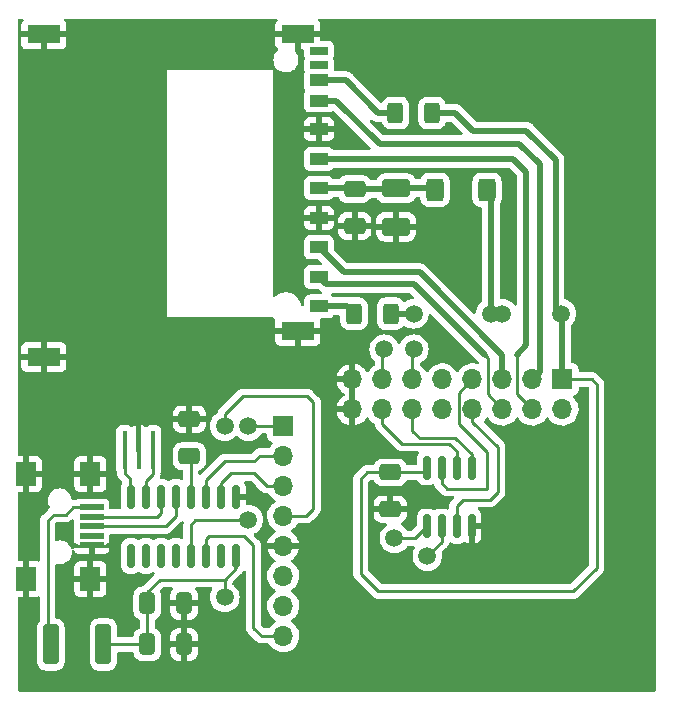
<source format=gbr>
%TF.GenerationSoftware,KiCad,Pcbnew,(6.0.4)*%
%TF.CreationDate,2022-07-17T16:02:17+02:00*%
%TF.ProjectId,uTerm2-s_exp,75546572-6d32-42d7-935f-6578702e6b69,rev?*%
%TF.SameCoordinates,PX6146580PY3dfd240*%
%TF.FileFunction,Copper,L1,Top*%
%TF.FilePolarity,Positive*%
%FSLAX46Y46*%
G04 Gerber Fmt 4.6, Leading zero omitted, Abs format (unit mm)*
G04 Created by KiCad (PCBNEW (6.0.4)) date 2022-07-17 16:02:17*
%MOMM*%
%LPD*%
G01*
G04 APERTURE LIST*
G04 Aperture macros list*
%AMRoundRect*
0 Rectangle with rounded corners*
0 $1 Rounding radius*
0 $2 $3 $4 $5 $6 $7 $8 $9 X,Y pos of 4 corners*
0 Add a 4 corners polygon primitive as box body*
4,1,4,$2,$3,$4,$5,$6,$7,$8,$9,$2,$3,0*
0 Add four circle primitives for the rounded corners*
1,1,$1+$1,$2,$3*
1,1,$1+$1,$4,$5*
1,1,$1+$1,$6,$7*
1,1,$1+$1,$8,$9*
0 Add four rect primitives between the rounded corners*
20,1,$1+$1,$2,$3,$4,$5,0*
20,1,$1+$1,$4,$5,$6,$7,0*
20,1,$1+$1,$6,$7,$8,$9,0*
20,1,$1+$1,$8,$9,$2,$3,0*%
G04 Aperture macros list end*
%TA.AperFunction,SMDPad,CuDef*%
%ADD10RoundRect,0.250000X0.650000X-0.412500X0.650000X0.412500X-0.650000X0.412500X-0.650000X-0.412500X0*%
%TD*%
%TA.AperFunction,SMDPad,CuDef*%
%ADD11RoundRect,0.250001X-0.924999X0.499999X-0.924999X-0.499999X0.924999X-0.499999X0.924999X0.499999X0*%
%TD*%
%TA.AperFunction,SMDPad,CuDef*%
%ADD12RoundRect,0.250000X0.400000X0.625000X-0.400000X0.625000X-0.400000X-0.625000X0.400000X-0.625000X0*%
%TD*%
%TA.AperFunction,SMDPad,CuDef*%
%ADD13R,1.500000X1.000000*%
%TD*%
%TA.AperFunction,SMDPad,CuDef*%
%ADD14R,1.500000X0.700000*%
%TD*%
%TA.AperFunction,SMDPad,CuDef*%
%ADD15R,2.800000X1.500000*%
%TD*%
%TA.AperFunction,SMDPad,CuDef*%
%ADD16RoundRect,0.250000X-0.412500X-0.650000X0.412500X-0.650000X0.412500X0.650000X-0.412500X0.650000X0*%
%TD*%
%TA.AperFunction,SMDPad,CuDef*%
%ADD17RoundRect,0.250000X0.475000X0.700000X-0.475000X0.700000X-0.475000X-0.700000X0.475000X-0.700000X0*%
%TD*%
%TA.AperFunction,SMDPad,CuDef*%
%ADD18R,2.000000X0.500000*%
%TD*%
%TA.AperFunction,SMDPad,CuDef*%
%ADD19R,1.700000X2.000000*%
%TD*%
%TA.AperFunction,SMDPad,CuDef*%
%ADD20RoundRect,0.250000X-0.400000X-0.625000X0.400000X-0.625000X0.400000X0.625000X-0.400000X0.625000X0*%
%TD*%
%TA.AperFunction,SMDPad,CuDef*%
%ADD21RoundRect,0.250000X-0.650000X0.412500X-0.650000X-0.412500X0.650000X-0.412500X0.650000X0.412500X0*%
%TD*%
%TA.AperFunction,SMDPad,CuDef*%
%ADD22RoundRect,0.150000X-0.150000X0.850000X-0.150000X-0.850000X0.150000X-0.850000X0.150000X0.850000X0*%
%TD*%
%TA.AperFunction,SMDPad,CuDef*%
%ADD23RoundRect,0.150000X0.150000X-0.825000X0.150000X0.825000X-0.150000X0.825000X-0.150000X-0.825000X0*%
%TD*%
%TA.AperFunction,SMDPad,CuDef*%
%ADD24R,0.400000X3.200000*%
%TD*%
%TA.AperFunction,SMDPad,CuDef*%
%ADD25RoundRect,0.250000X-0.400000X-1.450000X0.400000X-1.450000X0.400000X1.450000X-0.400000X1.450000X0*%
%TD*%
%TA.AperFunction,ComponentPad*%
%ADD26R,1.700000X1.700000*%
%TD*%
%TA.AperFunction,ComponentPad*%
%ADD27O,1.700000X1.700000*%
%TD*%
%TA.AperFunction,ViaPad*%
%ADD28C,1.500000*%
%TD*%
%TA.AperFunction,Conductor*%
%ADD29C,0.250000*%
%TD*%
%TA.AperFunction,Conductor*%
%ADD30C,0.500000*%
%TD*%
G04 APERTURE END LIST*
D10*
X15000000Y-37562500D03*
X15000000Y-34437500D03*
D11*
X32500000Y-14875000D03*
X32500000Y-18125000D03*
D12*
X35550000Y-8500000D03*
X32450000Y-8500000D03*
D13*
X25975000Y-22375000D03*
X25975000Y-19875000D03*
X25975000Y-17375000D03*
X25975000Y-14875000D03*
X25975000Y-12375000D03*
X25975000Y-9875000D03*
X25975000Y-7445000D03*
X25975000Y-5745000D03*
X25975000Y-24875000D03*
D14*
X25975000Y-4445000D03*
X25975000Y-3245000D03*
D15*
X24175000Y-26950000D03*
X2675000Y-1850000D03*
X24175000Y-1850000D03*
X2675000Y-29150000D03*
D16*
X11437500Y-50000000D03*
X14562500Y-50000000D03*
D17*
X40200000Y-15000000D03*
X35800000Y-15000000D03*
D18*
X6725000Y-41900000D03*
X6725000Y-42700000D03*
X6725000Y-43500000D03*
X6725000Y-44300000D03*
X6725000Y-45100000D03*
D19*
X6625000Y-39050000D03*
X1175000Y-47950000D03*
X6625000Y-47950000D03*
X1175000Y-39050000D03*
D20*
X28950000Y-25500000D03*
X32050000Y-25500000D03*
D16*
X11437500Y-53500000D03*
X14562500Y-53500000D03*
D21*
X29000000Y-14937500D03*
X29000000Y-18062500D03*
D22*
X18945000Y-41000000D03*
X17675000Y-41000000D03*
X16405000Y-41000000D03*
X15135000Y-41000000D03*
X13865000Y-41000000D03*
X12595000Y-41000000D03*
X11325000Y-41000000D03*
X10055000Y-41000000D03*
X10055000Y-46000000D03*
X11325000Y-46000000D03*
X12595000Y-46000000D03*
X13865000Y-46000000D03*
X15135000Y-46000000D03*
X16405000Y-46000000D03*
X17675000Y-46000000D03*
X18945000Y-46000000D03*
D21*
X32000000Y-38937500D03*
X32000000Y-42062500D03*
D23*
X35095000Y-43475000D03*
X36365000Y-43475000D03*
X37635000Y-43475000D03*
X38905000Y-43475000D03*
X38905000Y-38525000D03*
X37635000Y-38525000D03*
X36365000Y-38525000D03*
X35095000Y-38525000D03*
D24*
X11922380Y-37057285D03*
X10722380Y-37057285D03*
X9522380Y-37057285D03*
D25*
X3275000Y-53500000D03*
X7725000Y-53500000D03*
D26*
X46591408Y-31059616D03*
D27*
X46591408Y-33599616D03*
X44051408Y-31059616D03*
X44051408Y-33599616D03*
X41511408Y-31059616D03*
X41511408Y-33599616D03*
X38971408Y-31059616D03*
X38971408Y-33599616D03*
X36431408Y-31059616D03*
X36431408Y-33599616D03*
X33891408Y-31059616D03*
X33891408Y-33599616D03*
X31351408Y-31059616D03*
X31351408Y-33599616D03*
X28811408Y-31059616D03*
X28811408Y-33599616D03*
D26*
X22950157Y-34991611D03*
D27*
X22950157Y-37531611D03*
X22950157Y-40071611D03*
X22950157Y-42611611D03*
X22950157Y-45151611D03*
X22950157Y-47691611D03*
X22950157Y-50231611D03*
X22950157Y-52771611D03*
D28*
X31000000Y-46500000D03*
X28000000Y-46500000D03*
X20000000Y-42950000D03*
X20000000Y-35000000D03*
X18000000Y-49500000D03*
X18000000Y-35000000D03*
X34000000Y-28500000D03*
X35160000Y-46000000D03*
X31500000Y-28500000D03*
X32366000Y-44500000D03*
X40500000Y-25500000D03*
X46500000Y-25500000D03*
X34000000Y-25500000D03*
X41500000Y-25500000D03*
D29*
X18500000Y-39000000D02*
X17675000Y-39825000D01*
X20500000Y-39000000D02*
X18500000Y-39000000D01*
X22950157Y-40071611D02*
X21571611Y-40071611D01*
X17675000Y-39825000D02*
X17675000Y-41000000D01*
X21571611Y-40071611D02*
X20500000Y-39000000D01*
X20968389Y-37531611D02*
X20500000Y-38000000D01*
X16405000Y-39595000D02*
X16405000Y-41000000D01*
X20500000Y-38000000D02*
X18000000Y-38000000D01*
X18000000Y-38000000D02*
X16405000Y-39595000D01*
X22950157Y-37531611D02*
X20968389Y-37531611D01*
X20417116Y-52080266D02*
X21108461Y-52771611D01*
X21108461Y-52771611D02*
X22950157Y-52771611D01*
X20417116Y-45111218D02*
X20417116Y-52080266D01*
X19613589Y-44307691D02*
X20417116Y-45111218D01*
X16405000Y-46000000D02*
X16405000Y-44595000D01*
X16405000Y-44595000D02*
X16692309Y-44307691D01*
X16692309Y-44307691D02*
X19613589Y-44307691D01*
X20000000Y-42950000D02*
X19550000Y-42950000D01*
X15135000Y-43365000D02*
X15500000Y-43000000D01*
X15135000Y-46000000D02*
X15135000Y-43365000D01*
X20008389Y-34991611D02*
X22950157Y-34991611D01*
X20000000Y-35000000D02*
X20008389Y-34991611D01*
X15500000Y-43000000D02*
X19500000Y-43000000D01*
X19550000Y-42950000D02*
X19500000Y-43000000D01*
D30*
X31140192Y-11140192D02*
X42948842Y-11140192D01*
X44646088Y-12837438D02*
X44646088Y-30464936D01*
X25975000Y-7445000D02*
X27445000Y-7445000D01*
X42948842Y-11140192D02*
X44646088Y-12837438D01*
X44646088Y-30464936D02*
X44051408Y-31059616D01*
X27445000Y-7445000D02*
X31140192Y-11140192D01*
D29*
X3000000Y-43000000D02*
X3000000Y-53225000D01*
X3000000Y-53225000D02*
X3275000Y-53500000D01*
X6625000Y-41900000D02*
X5125000Y-41900000D01*
X3500000Y-42500000D02*
X3000000Y-43000000D01*
X5125000Y-41900000D02*
X4525000Y-42500000D01*
X4525000Y-42500000D02*
X3500000Y-42500000D01*
D30*
X25975000Y-14875000D02*
X28937500Y-14875000D01*
X35675000Y-14875000D02*
X35800000Y-15000000D01*
X32500000Y-14875000D02*
X35675000Y-14875000D01*
X28937500Y-14875000D02*
X29000000Y-14937500D01*
X29000000Y-14937500D02*
X32437500Y-14937500D01*
X32437500Y-14937500D02*
X32500000Y-14875000D01*
D29*
X18000000Y-48000000D02*
X18945000Y-47055000D01*
X25000000Y-32500000D02*
X19500000Y-32500000D01*
X19500000Y-32500000D02*
X18000000Y-34000000D01*
X11437500Y-53500000D02*
X11437500Y-50000000D01*
X18945000Y-47055000D02*
X18945000Y-46000000D01*
X7725000Y-53500000D02*
X11437500Y-53500000D01*
X12500000Y-48000000D02*
X18000000Y-48000000D01*
X11437500Y-50000000D02*
X11437500Y-49062500D01*
X24888389Y-42611611D02*
X25000000Y-42500000D01*
X25000000Y-42500000D02*
X25500000Y-42000000D01*
X11437500Y-49062500D02*
X12500000Y-48000000D01*
X18000000Y-34000000D02*
X18000000Y-35000000D01*
X18000000Y-49500000D02*
X18000000Y-48000000D01*
X22950157Y-42611611D02*
X24888389Y-42611611D01*
X25500000Y-42000000D02*
X25500000Y-33000000D01*
X25500000Y-33000000D02*
X25000000Y-32500000D01*
X15000000Y-37562500D02*
X15135000Y-37697500D01*
X15135000Y-37697500D02*
X15135000Y-41000000D01*
X42763352Y-32311560D02*
X42763352Y-29025377D01*
D30*
X25975000Y-12375000D02*
X42375000Y-12375000D01*
X43500000Y-13500000D02*
X43500000Y-28182147D01*
X42375000Y-12375000D02*
X43500000Y-13500000D01*
X43500000Y-28182147D02*
X42710061Y-28972086D01*
D29*
X42763352Y-29025377D02*
X42710061Y-28972086D01*
X44051408Y-33599616D02*
X42763352Y-32311560D01*
D30*
X34500000Y-22000000D02*
X41511408Y-29011408D01*
X41511408Y-29011408D02*
X41511408Y-31059616D01*
X28100000Y-22000000D02*
X34500000Y-22000000D01*
X25975000Y-19875000D02*
X28100000Y-22000000D01*
D29*
X40245492Y-32333700D02*
X41511408Y-33599616D01*
D30*
X26600000Y-23000000D02*
X34000000Y-23000000D01*
X25975000Y-22375000D02*
X26600000Y-23000000D01*
D29*
X40245492Y-29245492D02*
X40245492Y-32333700D01*
D30*
X34000000Y-23000000D02*
X40000000Y-29000000D01*
D29*
X40000000Y-29000000D02*
X40245492Y-29245492D01*
X37796897Y-32234127D02*
X38971408Y-31059616D01*
X37796897Y-34796897D02*
X37796897Y-32234127D01*
X36365000Y-39865000D02*
X36800966Y-40300966D01*
X40201483Y-37201483D02*
X37796897Y-34796897D01*
X40201483Y-40300966D02*
X40201483Y-37201483D01*
X36800966Y-40300966D02*
X40201483Y-40300966D01*
X36365000Y-38525000D02*
X36365000Y-39865000D01*
X38971408Y-34634497D02*
X38971408Y-33599616D01*
X37635000Y-43475000D02*
X37635000Y-41796595D01*
X41119358Y-40572929D02*
X41119358Y-36782447D01*
X41119358Y-36782447D02*
X38971408Y-34634497D01*
X38178759Y-41252836D02*
X40439451Y-41252836D01*
X37635000Y-41796595D02*
X38178759Y-41252836D01*
X40439451Y-41252836D02*
X41119358Y-40572929D01*
X33891408Y-28608592D02*
X33891408Y-31059616D01*
X34000000Y-28500000D02*
X33891408Y-28608592D01*
X36365000Y-43475000D02*
X36365000Y-44795000D01*
X36365000Y-44795000D02*
X35160000Y-46000000D01*
X38905000Y-37405000D02*
X37500000Y-36000000D01*
X34500000Y-36000000D02*
X33891408Y-35391408D01*
X38905000Y-38525000D02*
X38905000Y-37405000D01*
X33891408Y-35391408D02*
X33891408Y-33599616D01*
X37500000Y-36000000D02*
X34500000Y-36000000D01*
X31351408Y-28648592D02*
X31351408Y-31059616D01*
X32366000Y-44500000D02*
X34070000Y-44500000D01*
X31500000Y-28500000D02*
X31351408Y-28648592D01*
X35095000Y-43475000D02*
X34070000Y-44500000D01*
X33000000Y-36500000D02*
X31351408Y-34851408D01*
X31351408Y-34851408D02*
X31351408Y-33599616D01*
X37000000Y-36500000D02*
X33000000Y-36500000D01*
X37635000Y-38525000D02*
X37635000Y-37135000D01*
X37635000Y-37135000D02*
X37000000Y-36500000D01*
X6625000Y-42700000D02*
X12300000Y-42700000D01*
X12595000Y-42405000D02*
X12595000Y-41000000D01*
X12300000Y-42700000D02*
X12595000Y-42405000D01*
X13000000Y-43500000D02*
X13865000Y-42635000D01*
X13865000Y-42635000D02*
X13865000Y-41000000D01*
X6625000Y-43500000D02*
X13000000Y-43500000D01*
D30*
X28325000Y-24875000D02*
X25975000Y-24875000D01*
X28950000Y-25500000D02*
X28325000Y-24875000D01*
X25975000Y-5745000D02*
X28245000Y-5745000D01*
X28245000Y-5745000D02*
X31000000Y-8500000D01*
X31000000Y-8500000D02*
X32450000Y-8500000D01*
D29*
X11325000Y-41000000D02*
X11325000Y-39675000D01*
X11922380Y-39077620D02*
X11922380Y-37057285D01*
X11325000Y-39675000D02*
X11922380Y-39077620D01*
X9522380Y-39022380D02*
X9522380Y-37057285D01*
X10000000Y-40945000D02*
X10000000Y-39500000D01*
X10000000Y-39500000D02*
X9522380Y-39022380D01*
X10055000Y-41000000D02*
X10000000Y-40945000D01*
X29500000Y-47500000D02*
X31000000Y-49000000D01*
D30*
X40500000Y-25500000D02*
X41500000Y-25500000D01*
X39000000Y-10000000D02*
X43500000Y-10000000D01*
D29*
X29500000Y-39500000D02*
X29500000Y-47500000D01*
D30*
X46591408Y-25591408D02*
X46591408Y-31059616D01*
X32050000Y-25500000D02*
X34000000Y-25500000D01*
X46000000Y-25000000D02*
X46500000Y-25500000D01*
X40200000Y-15000000D02*
X40500000Y-15300000D01*
D29*
X31000000Y-49000000D02*
X47500000Y-49000000D01*
X32000000Y-38937500D02*
X30062500Y-38937500D01*
D30*
X46500000Y-25500000D02*
X46591408Y-25591408D01*
X35550000Y-8500000D02*
X37500000Y-8500000D01*
D29*
X49059616Y-31059616D02*
X46591408Y-31059616D01*
D30*
X37500000Y-8500000D02*
X39000000Y-10000000D01*
D29*
X49500000Y-47000000D02*
X49500000Y-31500000D01*
X30062500Y-38937500D02*
X29500000Y-39500000D01*
D30*
X43500000Y-10000000D02*
X46000000Y-12500000D01*
D29*
X47500000Y-49000000D02*
X49500000Y-47000000D01*
X49500000Y-31500000D02*
X49059616Y-31059616D01*
X32000000Y-38937500D02*
X34682500Y-38937500D01*
D30*
X46000000Y-12500000D02*
X46000000Y-25000000D01*
X40500000Y-15300000D02*
X40500000Y-25500000D01*
D29*
X34682500Y-38937500D02*
X35095000Y-38525000D01*
%TA.AperFunction,Conductor*%
G36*
X907014Y-528502D02*
G01*
X953507Y-582158D01*
X963611Y-652432D01*
X934117Y-717012D01*
X925397Y-725136D01*
X925626Y-725365D01*
X906715Y-744276D01*
X830214Y-846351D01*
X821676Y-861946D01*
X776522Y-982394D01*
X772895Y-997649D01*
X767369Y-1048514D01*
X767000Y-1055328D01*
X767000Y-1577885D01*
X771475Y-1593124D01*
X772865Y-1594329D01*
X780548Y-1596000D01*
X4564884Y-1596000D01*
X4580123Y-1591525D01*
X4581328Y-1590135D01*
X4582999Y-1582452D01*
X4582999Y-1055331D01*
X4582629Y-1048510D01*
X4577105Y-997648D01*
X4573479Y-982396D01*
X4528324Y-861946D01*
X4519786Y-846351D01*
X4443285Y-744276D01*
X4424374Y-725365D01*
X4426503Y-723236D01*
X4393030Y-678474D01*
X4388000Y-607656D01*
X4422056Y-545360D01*
X4484385Y-511366D01*
X4511107Y-508500D01*
X22338893Y-508500D01*
X22407014Y-528502D01*
X22453507Y-582158D01*
X22463611Y-652432D01*
X22434117Y-717012D01*
X22425397Y-725136D01*
X22425626Y-725365D01*
X22406715Y-744276D01*
X22330214Y-846351D01*
X22321676Y-861946D01*
X22276522Y-982394D01*
X22272895Y-997649D01*
X22267369Y-1048514D01*
X22267000Y-1055328D01*
X22267000Y-1577885D01*
X22271475Y-1593124D01*
X22272865Y-1594329D01*
X22280548Y-1596000D01*
X26064884Y-1596000D01*
X26080123Y-1591525D01*
X26081328Y-1590135D01*
X26082999Y-1582452D01*
X26082999Y-1055331D01*
X26082629Y-1048510D01*
X26077105Y-997648D01*
X26073479Y-982396D01*
X26028324Y-861946D01*
X26019786Y-846351D01*
X25943285Y-744276D01*
X25924374Y-725365D01*
X25926503Y-723236D01*
X25893030Y-678474D01*
X25888000Y-607656D01*
X25922056Y-545360D01*
X25984385Y-511366D01*
X26011107Y-508500D01*
X54365500Y-508500D01*
X54433621Y-528502D01*
X54480114Y-582158D01*
X54491500Y-634500D01*
X54491500Y-57365500D01*
X54471498Y-57433621D01*
X54417842Y-57480114D01*
X54365500Y-57491500D01*
X634500Y-57491500D01*
X566379Y-57471498D01*
X519886Y-57417842D01*
X508500Y-57365500D01*
X508500Y-49584000D01*
X528502Y-49515879D01*
X582158Y-49469386D01*
X634500Y-49458000D01*
X902885Y-49458000D01*
X918124Y-49453525D01*
X919329Y-49452135D01*
X921000Y-49444452D01*
X921000Y-49439884D01*
X1429000Y-49439884D01*
X1433475Y-49455123D01*
X1434865Y-49456328D01*
X1442548Y-49457999D01*
X2069669Y-49457999D01*
X2076490Y-49457629D01*
X2127352Y-49452105D01*
X2142603Y-49448479D01*
X2196270Y-49428360D01*
X2267077Y-49423177D01*
X2329446Y-49457097D01*
X2363575Y-49519352D01*
X2366500Y-49546342D01*
X2366500Y-51433607D01*
X2346498Y-51501728D01*
X2329673Y-51522625D01*
X2275695Y-51576697D01*
X2271855Y-51582927D01*
X2271854Y-51582928D01*
X2248249Y-51621223D01*
X2182885Y-51727262D01*
X2127203Y-51895139D01*
X2116500Y-51999600D01*
X2116500Y-55000400D01*
X2127474Y-55106166D01*
X2183450Y-55273946D01*
X2276522Y-55424348D01*
X2401697Y-55549305D01*
X2407927Y-55553145D01*
X2407928Y-55553146D01*
X2545090Y-55637694D01*
X2552262Y-55642115D01*
X2632005Y-55668564D01*
X2713611Y-55695632D01*
X2713613Y-55695632D01*
X2720139Y-55697797D01*
X2726975Y-55698497D01*
X2726978Y-55698498D01*
X2770031Y-55702909D01*
X2824600Y-55708500D01*
X3725400Y-55708500D01*
X3728646Y-55708163D01*
X3728650Y-55708163D01*
X3824308Y-55698238D01*
X3824312Y-55698237D01*
X3831166Y-55697526D01*
X3837702Y-55695345D01*
X3837704Y-55695345D01*
X3969806Y-55651272D01*
X3998946Y-55641550D01*
X4149348Y-55548478D01*
X4274305Y-55423303D01*
X4367115Y-55272738D01*
X4422797Y-55104861D01*
X4433500Y-55000400D01*
X4433500Y-51999600D01*
X4427755Y-51944228D01*
X4423238Y-51900692D01*
X4423237Y-51900688D01*
X4422526Y-51893834D01*
X4366550Y-51726054D01*
X4273478Y-51575652D01*
X4148303Y-51450695D01*
X4142072Y-51446854D01*
X4003968Y-51361725D01*
X4003966Y-51361724D01*
X3997738Y-51357885D01*
X3837254Y-51304655D01*
X3836389Y-51304368D01*
X3836387Y-51304368D01*
X3829861Y-51302203D01*
X3823025Y-51301503D01*
X3823022Y-51301502D01*
X3746657Y-51293678D01*
X3680930Y-51266837D01*
X3640148Y-51208722D01*
X3633500Y-51168334D01*
X3633500Y-48994669D01*
X5267001Y-48994669D01*
X5267371Y-49001490D01*
X5272895Y-49052352D01*
X5276521Y-49067604D01*
X5321676Y-49188054D01*
X5330214Y-49203649D01*
X5406715Y-49305724D01*
X5419276Y-49318285D01*
X5521351Y-49394786D01*
X5536946Y-49403324D01*
X5657394Y-49448478D01*
X5672649Y-49452105D01*
X5723514Y-49457631D01*
X5730328Y-49458000D01*
X6352885Y-49458000D01*
X6368124Y-49453525D01*
X6369329Y-49452135D01*
X6371000Y-49444452D01*
X6371000Y-49439884D01*
X6879000Y-49439884D01*
X6883475Y-49455123D01*
X6884865Y-49456328D01*
X6892548Y-49457999D01*
X7519669Y-49457999D01*
X7526490Y-49457629D01*
X7577352Y-49452105D01*
X7592604Y-49448479D01*
X7713054Y-49403324D01*
X7728649Y-49394786D01*
X7830724Y-49318285D01*
X7843285Y-49305724D01*
X7919786Y-49203649D01*
X7928324Y-49188054D01*
X7973478Y-49067606D01*
X7977105Y-49052351D01*
X7982631Y-49001486D01*
X7983000Y-48994672D01*
X7983000Y-48222115D01*
X7978525Y-48206876D01*
X7977135Y-48205671D01*
X7969452Y-48204000D01*
X6897115Y-48204000D01*
X6881876Y-48208475D01*
X6880671Y-48209865D01*
X6879000Y-48217548D01*
X6879000Y-49439884D01*
X6371000Y-49439884D01*
X6371000Y-48222115D01*
X6366525Y-48206876D01*
X6365135Y-48205671D01*
X6357452Y-48204000D01*
X5285116Y-48204000D01*
X5269877Y-48208475D01*
X5268672Y-48209865D01*
X5267001Y-48217548D01*
X5267001Y-48994669D01*
X3633500Y-48994669D01*
X3633500Y-47677885D01*
X5267000Y-47677885D01*
X5271475Y-47693124D01*
X5272865Y-47694329D01*
X5280548Y-47696000D01*
X6352885Y-47696000D01*
X6368124Y-47691525D01*
X6369329Y-47690135D01*
X6371000Y-47682452D01*
X6371000Y-47677885D01*
X6879000Y-47677885D01*
X6883475Y-47693124D01*
X6884865Y-47694329D01*
X6892548Y-47696000D01*
X7964884Y-47696000D01*
X7980123Y-47691525D01*
X7981328Y-47690135D01*
X7982999Y-47682452D01*
X7982999Y-46905331D01*
X7982629Y-46898510D01*
X7977105Y-46847648D01*
X7973479Y-46832396D01*
X7928324Y-46711946D01*
X7919786Y-46696351D01*
X7843285Y-46594276D01*
X7830724Y-46581715D01*
X7728649Y-46505214D01*
X7713054Y-46496676D01*
X7592606Y-46451522D01*
X7577351Y-46447895D01*
X7526486Y-46442369D01*
X7519672Y-46442000D01*
X6897115Y-46442000D01*
X6881876Y-46446475D01*
X6880671Y-46447865D01*
X6879000Y-46455548D01*
X6879000Y-47677885D01*
X6371000Y-47677885D01*
X6371000Y-46460116D01*
X6366525Y-46444877D01*
X6365135Y-46443672D01*
X6357452Y-46442001D01*
X5730331Y-46442001D01*
X5723510Y-46442371D01*
X5672648Y-46447895D01*
X5657396Y-46451521D01*
X5536946Y-46496676D01*
X5521351Y-46505214D01*
X5419276Y-46581715D01*
X5406715Y-46594276D01*
X5330214Y-46696351D01*
X5321676Y-46711946D01*
X5276522Y-46832394D01*
X5272895Y-46847649D01*
X5267369Y-46898514D01*
X5267000Y-46905328D01*
X5267000Y-47677885D01*
X3633500Y-47677885D01*
X3633500Y-46806037D01*
X3653502Y-46737916D01*
X3707158Y-46691423D01*
X3777432Y-46681319D01*
X3797594Y-46685934D01*
X3814306Y-46691235D01*
X3968227Y-46708500D01*
X4074769Y-46708500D01*
X4077825Y-46708200D01*
X4077832Y-46708200D01*
X4136340Y-46702463D01*
X4221833Y-46694080D01*
X4227734Y-46692298D01*
X4227736Y-46692298D01*
X4304435Y-46669141D01*
X4411169Y-46636916D01*
X4585796Y-46544066D01*
X4705454Y-46446475D01*
X4734287Y-46422960D01*
X4734290Y-46422957D01*
X4739062Y-46419065D01*
X4781023Y-46368343D01*
X4861201Y-46271425D01*
X4861203Y-46271421D01*
X4865130Y-46266675D01*
X4959198Y-46092701D01*
X5017682Y-45903768D01*
X5022492Y-45858000D01*
X5037711Y-45713204D01*
X5037711Y-45713202D01*
X5038355Y-45707075D01*
X5033749Y-45656466D01*
X5047494Y-45586814D01*
X5096715Y-45535649D01*
X5165784Y-45519218D01*
X5232772Y-45542736D01*
X5269749Y-45584536D01*
X5280212Y-45603646D01*
X5356715Y-45705724D01*
X5369276Y-45718285D01*
X5471351Y-45794786D01*
X5486946Y-45803324D01*
X5607394Y-45848478D01*
X5622649Y-45852105D01*
X5673514Y-45857631D01*
X5680328Y-45858000D01*
X6456885Y-45858000D01*
X6472124Y-45853525D01*
X6473329Y-45852135D01*
X6475000Y-45844452D01*
X6475000Y-45839884D01*
X6975000Y-45839884D01*
X6979475Y-45855123D01*
X6980865Y-45856328D01*
X6988548Y-45857999D01*
X7769669Y-45857999D01*
X7776490Y-45857629D01*
X7827352Y-45852105D01*
X7842604Y-45848479D01*
X7963054Y-45803324D01*
X7978649Y-45794786D01*
X8080724Y-45718285D01*
X8093285Y-45705724D01*
X8169786Y-45603649D01*
X8178324Y-45588054D01*
X8223478Y-45467606D01*
X8227105Y-45452351D01*
X8232631Y-45401486D01*
X8233000Y-45394672D01*
X8233000Y-45368115D01*
X8228525Y-45352876D01*
X8227135Y-45351671D01*
X8219452Y-45350000D01*
X6993115Y-45350000D01*
X6977876Y-45354475D01*
X6976671Y-45355865D01*
X6975000Y-45363548D01*
X6975000Y-45839884D01*
X6475000Y-45839884D01*
X6475000Y-45368115D01*
X6470525Y-45352876D01*
X6469135Y-45351671D01*
X6461452Y-45350000D01*
X5235116Y-45350000D01*
X5219877Y-45354475D01*
X5213562Y-45361763D01*
X5185897Y-45412427D01*
X5123584Y-45446452D01*
X5052769Y-45441386D01*
X4995933Y-45398839D01*
X4975928Y-45358905D01*
X4966331Y-45326296D01*
X4966330Y-45326295D01*
X4964590Y-45320381D01*
X4960229Y-45312038D01*
X4896421Y-45189986D01*
X4872960Y-45145110D01*
X4749032Y-44990975D01*
X4597526Y-44863846D01*
X4592128Y-44860879D01*
X4592123Y-44860875D01*
X4429608Y-44771533D01*
X4429609Y-44771533D01*
X4424213Y-44768567D01*
X4418346Y-44766706D01*
X4418344Y-44766705D01*
X4241564Y-44710627D01*
X4241563Y-44710627D01*
X4235694Y-44708765D01*
X4081773Y-44691500D01*
X3975231Y-44691500D01*
X3972175Y-44691800D01*
X3972168Y-44691800D01*
X3913660Y-44697537D01*
X3828167Y-44705920D01*
X3795916Y-44715657D01*
X3724925Y-44716198D01*
X3664908Y-44678271D01*
X3634923Y-44613918D01*
X3633500Y-44595035D01*
X3633500Y-43314595D01*
X3653502Y-43246474D01*
X3670405Y-43225499D01*
X3725501Y-43170404D01*
X3787814Y-43136379D01*
X3814596Y-43133500D01*
X4446233Y-43133500D01*
X4457416Y-43134027D01*
X4464909Y-43135702D01*
X4472835Y-43135453D01*
X4472836Y-43135453D01*
X4532986Y-43133562D01*
X4536945Y-43133500D01*
X4564856Y-43133500D01*
X4568791Y-43133003D01*
X4568856Y-43132995D01*
X4580693Y-43132062D01*
X4612951Y-43131048D01*
X4616970Y-43130922D01*
X4624889Y-43130673D01*
X4644343Y-43125021D01*
X4663700Y-43121013D01*
X4675930Y-43119468D01*
X4675931Y-43119468D01*
X4683797Y-43118474D01*
X4691168Y-43115555D01*
X4691170Y-43115555D01*
X4724912Y-43102196D01*
X4736142Y-43098351D01*
X4770983Y-43088229D01*
X4770984Y-43088229D01*
X4778593Y-43086018D01*
X4785412Y-43081985D01*
X4785417Y-43081983D01*
X4796028Y-43075707D01*
X4813776Y-43067012D01*
X4832617Y-43059552D01*
X4842379Y-43052460D01*
X4868387Y-43033564D01*
X4878307Y-43027048D01*
X4909535Y-43008580D01*
X4909538Y-43008578D01*
X4916362Y-43004542D01*
X4930683Y-42990221D01*
X4945717Y-42977380D01*
X4955694Y-42970131D01*
X4962107Y-42965472D01*
X4990298Y-42931395D01*
X4998288Y-42922616D01*
X5001942Y-42918962D01*
X5064254Y-42884936D01*
X5135069Y-42890001D01*
X5191905Y-42932548D01*
X5215757Y-42998215D01*
X5216500Y-42998134D01*
X5216587Y-42998931D01*
X5223255Y-43060316D01*
X5226029Y-43067715D01*
X5226775Y-43070854D01*
X5226775Y-43129146D01*
X5226029Y-43132285D01*
X5223255Y-43139684D01*
X5216500Y-43201866D01*
X5216500Y-43798134D01*
X5223255Y-43860316D01*
X5226029Y-43867715D01*
X5226775Y-43870854D01*
X5226775Y-43929146D01*
X5226029Y-43932285D01*
X5223255Y-43939684D01*
X5216500Y-44001866D01*
X5216500Y-44598134D01*
X5223255Y-44660316D01*
X5226029Y-44667716D01*
X5227034Y-44671942D01*
X5227034Y-44730239D01*
X5222895Y-44747646D01*
X5217369Y-44798514D01*
X5217000Y-44805328D01*
X5217000Y-44831885D01*
X5221475Y-44847124D01*
X5222865Y-44848329D01*
X5230548Y-44850000D01*
X5251300Y-44850000D01*
X5319421Y-44870002D01*
X5352127Y-44900436D01*
X5356355Y-44906078D01*
X5356358Y-44906081D01*
X5361739Y-44913261D01*
X5368919Y-44918642D01*
X5368922Y-44918645D01*
X5410625Y-44949899D01*
X5478295Y-45000615D01*
X5614684Y-45051745D01*
X5676866Y-45058500D01*
X7773134Y-45058500D01*
X7835316Y-45051745D01*
X7971705Y-45000615D01*
X8039375Y-44949899D01*
X8081078Y-44918645D01*
X8081081Y-44918642D01*
X8088261Y-44913261D01*
X8093642Y-44906081D01*
X8093645Y-44906078D01*
X8097873Y-44900436D01*
X8154731Y-44857921D01*
X8198700Y-44850000D01*
X8214884Y-44850000D01*
X8230123Y-44845525D01*
X8231328Y-44844135D01*
X8232999Y-44836452D01*
X8232999Y-44805331D01*
X8232629Y-44798510D01*
X8227105Y-44747651D01*
X8222965Y-44730236D01*
X8222966Y-44671942D01*
X8223971Y-44667716D01*
X8226745Y-44660316D01*
X8233500Y-44598134D01*
X8233500Y-44259500D01*
X8253502Y-44191379D01*
X8307158Y-44144886D01*
X8359500Y-44133500D01*
X12921233Y-44133500D01*
X12932416Y-44134027D01*
X12939909Y-44135702D01*
X12947835Y-44135453D01*
X12947836Y-44135453D01*
X13007986Y-44133562D01*
X13011945Y-44133500D01*
X13039856Y-44133500D01*
X13043791Y-44133003D01*
X13043856Y-44132995D01*
X13055693Y-44132062D01*
X13087951Y-44131048D01*
X13091970Y-44130922D01*
X13099889Y-44130673D01*
X13119343Y-44125021D01*
X13138700Y-44121013D01*
X13150930Y-44119468D01*
X13150931Y-44119468D01*
X13158797Y-44118474D01*
X13166168Y-44115555D01*
X13166170Y-44115555D01*
X13199912Y-44102196D01*
X13211142Y-44098351D01*
X13245983Y-44088229D01*
X13245984Y-44088229D01*
X13253593Y-44086018D01*
X13260412Y-44081985D01*
X13260417Y-44081983D01*
X13271028Y-44075707D01*
X13288776Y-44067012D01*
X13307617Y-44059552D01*
X13331684Y-44042067D01*
X13343387Y-44033564D01*
X13353307Y-44027048D01*
X13384535Y-44008580D01*
X13384538Y-44008578D01*
X13391362Y-44004542D01*
X13405683Y-43990221D01*
X13420717Y-43977380D01*
X13437107Y-43965472D01*
X13442158Y-43959367D01*
X13442163Y-43959362D01*
X13465299Y-43931396D01*
X13473287Y-43922618D01*
X14257253Y-43138652D01*
X14265539Y-43131112D01*
X14272018Y-43127000D01*
X14282204Y-43116153D01*
X14303532Y-43093441D01*
X14364745Y-43057476D01*
X14435685Y-43060313D01*
X14493829Y-43101054D01*
X14520717Y-43166762D01*
X14519830Y-43199407D01*
X14514901Y-43230524D01*
X14512495Y-43242144D01*
X14508967Y-43255885D01*
X14501500Y-43284970D01*
X14501500Y-43305224D01*
X14499949Y-43324934D01*
X14496780Y-43344943D01*
X14497526Y-43352835D01*
X14500941Y-43388961D01*
X14501500Y-43400819D01*
X14501500Y-44451776D01*
X14481498Y-44519897D01*
X14427842Y-44566390D01*
X14357568Y-44576494D01*
X14311364Y-44560231D01*
X14278601Y-44540855D01*
X14270990Y-44538644D01*
X14270988Y-44538643D01*
X14180743Y-44512425D01*
X14118831Y-44494438D01*
X14112426Y-44493934D01*
X14112421Y-44493933D01*
X14083958Y-44491693D01*
X14083950Y-44491693D01*
X14081502Y-44491500D01*
X13648498Y-44491500D01*
X13646050Y-44491693D01*
X13646042Y-44491693D01*
X13617579Y-44493933D01*
X13617574Y-44493934D01*
X13611169Y-44494438D01*
X13549257Y-44512425D01*
X13459012Y-44538643D01*
X13459010Y-44538644D01*
X13451399Y-44540855D01*
X13308193Y-44625547D01*
X13305511Y-44628229D01*
X13241139Y-44653502D01*
X13171516Y-44639600D01*
X13155688Y-44629428D01*
X13151807Y-44625547D01*
X13008601Y-44540855D01*
X13000990Y-44538644D01*
X13000988Y-44538643D01*
X12910743Y-44512425D01*
X12848831Y-44494438D01*
X12842426Y-44493934D01*
X12842421Y-44493933D01*
X12813958Y-44491693D01*
X12813950Y-44491693D01*
X12811502Y-44491500D01*
X12378498Y-44491500D01*
X12376050Y-44491693D01*
X12376042Y-44491693D01*
X12347579Y-44493933D01*
X12347574Y-44493934D01*
X12341169Y-44494438D01*
X12279257Y-44512425D01*
X12189012Y-44538643D01*
X12189010Y-44538644D01*
X12181399Y-44540855D01*
X12038193Y-44625547D01*
X12035511Y-44628229D01*
X11971139Y-44653502D01*
X11901516Y-44639600D01*
X11885688Y-44629428D01*
X11881807Y-44625547D01*
X11738601Y-44540855D01*
X11730990Y-44538644D01*
X11730988Y-44538643D01*
X11640743Y-44512425D01*
X11578831Y-44494438D01*
X11572426Y-44493934D01*
X11572421Y-44493933D01*
X11543958Y-44491693D01*
X11543950Y-44491693D01*
X11541502Y-44491500D01*
X11108498Y-44491500D01*
X11106050Y-44491693D01*
X11106042Y-44491693D01*
X11077579Y-44493933D01*
X11077574Y-44493934D01*
X11071169Y-44494438D01*
X11009257Y-44512425D01*
X10919012Y-44538643D01*
X10919010Y-44538644D01*
X10911399Y-44540855D01*
X10768193Y-44625547D01*
X10765511Y-44628229D01*
X10701139Y-44653502D01*
X10631516Y-44639600D01*
X10615688Y-44629428D01*
X10611807Y-44625547D01*
X10468601Y-44540855D01*
X10460990Y-44538644D01*
X10460988Y-44538643D01*
X10370743Y-44512425D01*
X10308831Y-44494438D01*
X10302426Y-44493934D01*
X10302421Y-44493933D01*
X10273958Y-44491693D01*
X10273950Y-44491693D01*
X10271502Y-44491500D01*
X9838498Y-44491500D01*
X9836050Y-44491693D01*
X9836042Y-44491693D01*
X9807579Y-44493933D01*
X9807574Y-44493934D01*
X9801169Y-44494438D01*
X9739257Y-44512425D01*
X9649012Y-44538643D01*
X9649010Y-44538644D01*
X9641399Y-44540855D01*
X9634572Y-44544892D01*
X9634573Y-44544892D01*
X9505020Y-44621509D01*
X9505017Y-44621511D01*
X9498193Y-44625547D01*
X9380547Y-44743193D01*
X9376511Y-44750017D01*
X9376509Y-44750020D01*
X9325394Y-44836452D01*
X9295855Y-44886399D01*
X9293644Y-44894010D01*
X9293643Y-44894012D01*
X9290221Y-44905790D01*
X9249438Y-45046169D01*
X9248934Y-45052574D01*
X9248933Y-45052579D01*
X9246693Y-45081042D01*
X9246500Y-45083498D01*
X9246500Y-46916502D01*
X9249438Y-46953831D01*
X9266922Y-47014012D01*
X9289260Y-47090899D01*
X9295855Y-47113601D01*
X9312893Y-47142411D01*
X9376509Y-47249980D01*
X9376511Y-47249983D01*
X9380547Y-47256807D01*
X9498193Y-47374453D01*
X9505017Y-47378489D01*
X9505020Y-47378491D01*
X9602432Y-47436100D01*
X9641399Y-47459145D01*
X9649010Y-47461356D01*
X9649012Y-47461357D01*
X9695181Y-47474770D01*
X9801169Y-47505562D01*
X9807574Y-47506066D01*
X9807579Y-47506067D01*
X9836042Y-47508307D01*
X9836050Y-47508307D01*
X9838498Y-47508500D01*
X10271502Y-47508500D01*
X10273950Y-47508307D01*
X10273958Y-47508307D01*
X10302421Y-47506067D01*
X10302426Y-47506066D01*
X10308831Y-47505562D01*
X10414819Y-47474770D01*
X10460988Y-47461357D01*
X10460990Y-47461356D01*
X10468601Y-47459145D01*
X10611807Y-47374453D01*
X10614489Y-47371771D01*
X10678861Y-47346498D01*
X10748484Y-47360400D01*
X10764312Y-47370572D01*
X10768193Y-47374453D01*
X10911399Y-47459145D01*
X10919010Y-47461356D01*
X10919012Y-47461357D01*
X10965181Y-47474770D01*
X11071169Y-47505562D01*
X11077574Y-47506066D01*
X11077579Y-47506067D01*
X11106042Y-47508307D01*
X11106050Y-47508307D01*
X11108498Y-47508500D01*
X11541502Y-47508500D01*
X11543950Y-47508307D01*
X11543958Y-47508307D01*
X11572421Y-47506067D01*
X11572426Y-47506066D01*
X11578831Y-47505562D01*
X11684819Y-47474770D01*
X11730988Y-47461357D01*
X11730990Y-47461356D01*
X11738601Y-47459145D01*
X11874221Y-47378940D01*
X11943035Y-47361481D01*
X12010367Y-47383998D01*
X12054836Y-47439342D01*
X12062324Y-47509943D01*
X12035411Y-47567748D01*
X12034670Y-47568643D01*
X12026712Y-47577384D01*
X11048611Y-48555484D01*
X10986299Y-48589510D01*
X10972520Y-48591716D01*
X10953368Y-48593703D01*
X10875693Y-48601762D01*
X10875690Y-48601763D01*
X10868834Y-48602474D01*
X10862298Y-48604655D01*
X10862296Y-48604655D01*
X10730194Y-48648728D01*
X10701054Y-48658450D01*
X10550652Y-48751522D01*
X10425695Y-48876697D01*
X10421855Y-48882927D01*
X10421854Y-48882928D01*
X10346709Y-49004836D01*
X10332885Y-49027262D01*
X10277203Y-49195139D01*
X10276503Y-49201975D01*
X10276502Y-49201978D01*
X10272762Y-49238481D01*
X10266500Y-49299600D01*
X10266500Y-50700400D01*
X10266837Y-50703646D01*
X10266837Y-50703650D01*
X10276752Y-50799206D01*
X10277474Y-50806166D01*
X10333450Y-50973946D01*
X10426522Y-51124348D01*
X10551697Y-51249305D01*
X10557927Y-51253145D01*
X10557928Y-51253146D01*
X10695288Y-51337816D01*
X10702262Y-51342115D01*
X10709210Y-51344420D01*
X10709211Y-51344420D01*
X10717670Y-51347226D01*
X10776029Y-51387658D01*
X10803264Y-51453223D01*
X10804000Y-51466818D01*
X10804000Y-52033314D01*
X10783998Y-52101435D01*
X10730342Y-52147928D01*
X10717885Y-52152835D01*
X10701054Y-52158450D01*
X10694830Y-52162301D01*
X10694829Y-52162302D01*
X10619161Y-52209127D01*
X10550652Y-52251522D01*
X10425695Y-52376697D01*
X10421855Y-52382927D01*
X10421854Y-52382928D01*
X10338981Y-52517373D01*
X10332885Y-52527262D01*
X10277203Y-52695139D01*
X10276503Y-52701975D01*
X10276502Y-52701978D01*
X10271239Y-52753344D01*
X10244397Y-52819071D01*
X10186282Y-52859852D01*
X10145895Y-52866500D01*
X9009500Y-52866500D01*
X8941379Y-52846498D01*
X8894886Y-52792842D01*
X8883500Y-52740500D01*
X8883500Y-51999600D01*
X8877755Y-51944228D01*
X8873238Y-51900692D01*
X8873237Y-51900688D01*
X8872526Y-51893834D01*
X8816550Y-51726054D01*
X8723478Y-51575652D01*
X8598303Y-51450695D01*
X8592072Y-51446854D01*
X8453968Y-51361725D01*
X8453966Y-51361724D01*
X8447738Y-51357885D01*
X8287254Y-51304655D01*
X8286389Y-51304368D01*
X8286387Y-51304368D01*
X8279861Y-51302203D01*
X8273025Y-51301503D01*
X8273022Y-51301502D01*
X8229969Y-51297091D01*
X8175400Y-51291500D01*
X7274600Y-51291500D01*
X7271354Y-51291837D01*
X7271350Y-51291837D01*
X7175692Y-51301762D01*
X7175688Y-51301763D01*
X7168834Y-51302474D01*
X7162298Y-51304655D01*
X7162296Y-51304655D01*
X7051709Y-51341550D01*
X7001054Y-51358450D01*
X6850652Y-51451522D01*
X6725695Y-51576697D01*
X6721855Y-51582927D01*
X6721854Y-51582928D01*
X6698249Y-51621223D01*
X6632885Y-51727262D01*
X6577203Y-51895139D01*
X6566500Y-51999600D01*
X6566500Y-55000400D01*
X6577474Y-55106166D01*
X6633450Y-55273946D01*
X6726522Y-55424348D01*
X6851697Y-55549305D01*
X6857927Y-55553145D01*
X6857928Y-55553146D01*
X6995090Y-55637694D01*
X7002262Y-55642115D01*
X7082005Y-55668564D01*
X7163611Y-55695632D01*
X7163613Y-55695632D01*
X7170139Y-55697797D01*
X7176975Y-55698497D01*
X7176978Y-55698498D01*
X7220031Y-55702909D01*
X7274600Y-55708500D01*
X8175400Y-55708500D01*
X8178646Y-55708163D01*
X8178650Y-55708163D01*
X8274308Y-55698238D01*
X8274312Y-55698237D01*
X8281166Y-55697526D01*
X8287702Y-55695345D01*
X8287704Y-55695345D01*
X8419806Y-55651272D01*
X8448946Y-55641550D01*
X8599348Y-55548478D01*
X8724305Y-55423303D01*
X8817115Y-55272738D01*
X8872797Y-55104861D01*
X8883500Y-55000400D01*
X8883500Y-54259500D01*
X8903502Y-54191379D01*
X8957158Y-54144886D01*
X9009500Y-54133500D01*
X10145956Y-54133500D01*
X10214077Y-54153502D01*
X10260570Y-54207158D01*
X10271283Y-54246497D01*
X10276618Y-54297914D01*
X10277474Y-54306166D01*
X10333450Y-54473946D01*
X10426522Y-54624348D01*
X10551697Y-54749305D01*
X10557927Y-54753145D01*
X10557928Y-54753146D01*
X10695288Y-54837816D01*
X10702262Y-54842115D01*
X10782005Y-54868564D01*
X10863611Y-54895632D01*
X10863613Y-54895632D01*
X10870139Y-54897797D01*
X10876975Y-54898497D01*
X10876978Y-54898498D01*
X10920031Y-54902909D01*
X10974600Y-54908500D01*
X11900400Y-54908500D01*
X11903646Y-54908163D01*
X11903650Y-54908163D01*
X11999308Y-54898238D01*
X11999312Y-54898237D01*
X12006166Y-54897526D01*
X12012702Y-54895345D01*
X12012704Y-54895345D01*
X12144806Y-54851272D01*
X12173946Y-54841550D01*
X12324348Y-54748478D01*
X12449305Y-54623303D01*
X12542115Y-54472738D01*
X12597797Y-54304861D01*
X12608500Y-54200400D01*
X12608500Y-54197095D01*
X13392001Y-54197095D01*
X13392338Y-54203614D01*
X13402257Y-54299206D01*
X13405149Y-54312600D01*
X13456588Y-54466784D01*
X13462761Y-54479962D01*
X13548063Y-54617807D01*
X13557099Y-54629208D01*
X13671829Y-54743739D01*
X13683240Y-54752751D01*
X13821243Y-54837816D01*
X13834424Y-54843963D01*
X13988710Y-54895138D01*
X14002086Y-54898005D01*
X14096438Y-54907672D01*
X14102854Y-54908000D01*
X14290385Y-54908000D01*
X14305624Y-54903525D01*
X14306829Y-54902135D01*
X14308500Y-54894452D01*
X14308500Y-54889884D01*
X14816500Y-54889884D01*
X14820975Y-54905123D01*
X14822365Y-54906328D01*
X14830048Y-54907999D01*
X15022095Y-54907999D01*
X15028614Y-54907662D01*
X15124206Y-54897743D01*
X15137600Y-54894851D01*
X15291784Y-54843412D01*
X15304962Y-54837239D01*
X15442807Y-54751937D01*
X15454208Y-54742901D01*
X15568739Y-54628171D01*
X15577751Y-54616760D01*
X15662816Y-54478757D01*
X15668963Y-54465576D01*
X15720138Y-54311290D01*
X15723005Y-54297914D01*
X15732672Y-54203562D01*
X15733000Y-54197146D01*
X15733000Y-53772115D01*
X15728525Y-53756876D01*
X15727135Y-53755671D01*
X15719452Y-53754000D01*
X14834615Y-53754000D01*
X14819376Y-53758475D01*
X14818171Y-53759865D01*
X14816500Y-53767548D01*
X14816500Y-54889884D01*
X14308500Y-54889884D01*
X14308500Y-53772115D01*
X14304025Y-53756876D01*
X14302635Y-53755671D01*
X14294952Y-53754000D01*
X13410116Y-53754000D01*
X13394877Y-53758475D01*
X13393672Y-53759865D01*
X13392001Y-53767548D01*
X13392001Y-54197095D01*
X12608500Y-54197095D01*
X12608500Y-53227885D01*
X13392000Y-53227885D01*
X13396475Y-53243124D01*
X13397865Y-53244329D01*
X13405548Y-53246000D01*
X14290385Y-53246000D01*
X14305624Y-53241525D01*
X14306829Y-53240135D01*
X14308500Y-53232452D01*
X14308500Y-53227885D01*
X14816500Y-53227885D01*
X14820975Y-53243124D01*
X14822365Y-53244329D01*
X14830048Y-53246000D01*
X15714884Y-53246000D01*
X15730123Y-53241525D01*
X15731328Y-53240135D01*
X15732999Y-53232452D01*
X15732999Y-52802905D01*
X15732662Y-52796386D01*
X15722743Y-52700794D01*
X15719851Y-52687400D01*
X15668412Y-52533216D01*
X15662239Y-52520038D01*
X15576937Y-52382193D01*
X15567901Y-52370792D01*
X15453171Y-52256261D01*
X15441760Y-52247249D01*
X15303757Y-52162184D01*
X15290576Y-52156037D01*
X15136290Y-52104862D01*
X15122914Y-52101995D01*
X15028562Y-52092328D01*
X15022145Y-52092000D01*
X14834615Y-52092000D01*
X14819376Y-52096475D01*
X14818171Y-52097865D01*
X14816500Y-52105548D01*
X14816500Y-53227885D01*
X14308500Y-53227885D01*
X14308500Y-52110116D01*
X14304025Y-52094877D01*
X14302635Y-52093672D01*
X14294952Y-52092001D01*
X14102905Y-52092001D01*
X14096386Y-52092338D01*
X14000794Y-52102257D01*
X13987400Y-52105149D01*
X13833216Y-52156588D01*
X13820038Y-52162761D01*
X13682193Y-52248063D01*
X13670792Y-52257099D01*
X13556261Y-52371829D01*
X13547249Y-52383240D01*
X13462184Y-52521243D01*
X13456037Y-52534424D01*
X13404862Y-52688710D01*
X13401995Y-52702086D01*
X13392328Y-52796438D01*
X13392000Y-52802855D01*
X13392000Y-53227885D01*
X12608500Y-53227885D01*
X12608500Y-52799600D01*
X12602368Y-52740500D01*
X12598238Y-52700692D01*
X12598237Y-52700688D01*
X12597526Y-52693834D01*
X12541550Y-52526054D01*
X12448478Y-52375652D01*
X12441868Y-52369053D01*
X12328483Y-52255866D01*
X12323303Y-52250695D01*
X12316394Y-52246436D01*
X12178968Y-52161725D01*
X12178966Y-52161724D01*
X12172738Y-52157885D01*
X12165789Y-52155580D01*
X12157330Y-52152774D01*
X12098971Y-52112342D01*
X12071736Y-52046777D01*
X12071000Y-52033182D01*
X12071000Y-51466686D01*
X12091002Y-51398565D01*
X12144658Y-51352072D01*
X12157115Y-51347165D01*
X12173946Y-51341550D01*
X12180913Y-51337239D01*
X12318120Y-51252332D01*
X12324348Y-51248478D01*
X12449305Y-51123303D01*
X12453338Y-51116760D01*
X12538275Y-50978968D01*
X12538276Y-50978966D01*
X12542115Y-50972738D01*
X12584077Y-50846227D01*
X12595632Y-50811389D01*
X12595632Y-50811387D01*
X12597797Y-50804861D01*
X12608500Y-50700400D01*
X12608500Y-50697095D01*
X13392001Y-50697095D01*
X13392338Y-50703614D01*
X13402257Y-50799206D01*
X13405149Y-50812600D01*
X13456588Y-50966784D01*
X13462761Y-50979962D01*
X13548063Y-51117807D01*
X13557099Y-51129208D01*
X13671829Y-51243739D01*
X13683240Y-51252751D01*
X13821243Y-51337816D01*
X13834424Y-51343963D01*
X13988710Y-51395138D01*
X14002086Y-51398005D01*
X14096438Y-51407672D01*
X14102854Y-51408000D01*
X14290385Y-51408000D01*
X14305624Y-51403525D01*
X14306829Y-51402135D01*
X14308500Y-51394452D01*
X14308500Y-51389884D01*
X14816500Y-51389884D01*
X14820975Y-51405123D01*
X14822365Y-51406328D01*
X14830048Y-51407999D01*
X15022095Y-51407999D01*
X15028614Y-51407662D01*
X15124206Y-51397743D01*
X15137600Y-51394851D01*
X15291784Y-51343412D01*
X15304962Y-51337239D01*
X15442807Y-51251937D01*
X15454208Y-51242901D01*
X15568739Y-51128171D01*
X15577751Y-51116760D01*
X15662816Y-50978757D01*
X15668963Y-50965576D01*
X15720138Y-50811290D01*
X15723005Y-50797914D01*
X15732672Y-50703562D01*
X15733000Y-50697146D01*
X15733000Y-50272115D01*
X15728525Y-50256876D01*
X15727135Y-50255671D01*
X15719452Y-50254000D01*
X14834615Y-50254000D01*
X14819376Y-50258475D01*
X14818171Y-50259865D01*
X14816500Y-50267548D01*
X14816500Y-51389884D01*
X14308500Y-51389884D01*
X14308500Y-50272115D01*
X14304025Y-50256876D01*
X14302635Y-50255671D01*
X14294952Y-50254000D01*
X13410116Y-50254000D01*
X13394877Y-50258475D01*
X13393672Y-50259865D01*
X13392001Y-50267548D01*
X13392001Y-50697095D01*
X12608500Y-50697095D01*
X12608500Y-49299600D01*
X12605981Y-49275319D01*
X12598238Y-49200692D01*
X12598237Y-49200688D01*
X12597526Y-49193834D01*
X12541550Y-49026054D01*
X12528418Y-49004834D01*
X12509581Y-48936384D01*
X12530742Y-48868614D01*
X12546468Y-48849437D01*
X12725500Y-48670405D01*
X12787812Y-48636379D01*
X12814595Y-48633500D01*
X13490359Y-48633500D01*
X13558480Y-48653502D01*
X13604973Y-48707158D01*
X13615077Y-48777432D01*
X13585583Y-48842012D01*
X13579531Y-48848519D01*
X13556261Y-48871829D01*
X13547249Y-48883240D01*
X13462184Y-49021243D01*
X13456037Y-49034424D01*
X13404862Y-49188710D01*
X13401995Y-49202086D01*
X13392328Y-49296438D01*
X13392000Y-49302855D01*
X13392000Y-49727885D01*
X13396475Y-49743124D01*
X13397865Y-49744329D01*
X13405548Y-49746000D01*
X15714884Y-49746000D01*
X15730123Y-49741525D01*
X15731328Y-49740135D01*
X15732999Y-49732452D01*
X15732999Y-49302905D01*
X15732662Y-49296386D01*
X15722743Y-49200794D01*
X15719851Y-49187400D01*
X15668412Y-49033216D01*
X15662239Y-49020038D01*
X15576937Y-48882193D01*
X15567900Y-48870791D01*
X15545743Y-48848672D01*
X15511665Y-48786389D01*
X15516668Y-48715569D01*
X15559166Y-48658697D01*
X15625665Y-48633829D01*
X15634762Y-48633500D01*
X16828342Y-48633500D01*
X16896463Y-48653502D01*
X16942956Y-48707158D01*
X16953060Y-48777432D01*
X16931555Y-48831770D01*
X16905944Y-48868347D01*
X16903621Y-48873329D01*
X16903618Y-48873334D01*
X16881415Y-48920949D01*
X16812880Y-49067924D01*
X16755885Y-49280629D01*
X16736693Y-49500000D01*
X16755885Y-49719371D01*
X16812880Y-49932076D01*
X16835842Y-49981318D01*
X16903618Y-50126666D01*
X16903621Y-50126671D01*
X16905944Y-50131653D01*
X16909100Y-50136160D01*
X16909101Y-50136162D01*
X17024886Y-50301519D01*
X17032251Y-50312038D01*
X17187962Y-50467749D01*
X17368346Y-50594056D01*
X17567924Y-50687120D01*
X17780629Y-50744115D01*
X18000000Y-50763307D01*
X18219371Y-50744115D01*
X18432076Y-50687120D01*
X18631654Y-50594056D01*
X18812038Y-50467749D01*
X18967749Y-50312038D01*
X18975115Y-50301519D01*
X19090899Y-50136162D01*
X19090900Y-50136160D01*
X19094056Y-50131653D01*
X19096379Y-50126671D01*
X19096382Y-50126666D01*
X19164158Y-49981318D01*
X19187120Y-49932076D01*
X19244115Y-49719371D01*
X19263307Y-49500000D01*
X19244115Y-49280629D01*
X19187120Y-49067924D01*
X19118585Y-48920949D01*
X19096382Y-48873334D01*
X19096379Y-48873329D01*
X19094056Y-48868347D01*
X19090900Y-48863840D01*
X19090899Y-48863838D01*
X18970908Y-48692473D01*
X18970906Y-48692470D01*
X18967749Y-48687962D01*
X18812038Y-48532251D01*
X18807530Y-48529094D01*
X18807527Y-48529092D01*
X18754134Y-48491706D01*
X18687228Y-48444858D01*
X18642901Y-48389402D01*
X18633500Y-48341646D01*
X18633500Y-48314595D01*
X18653502Y-48246474D01*
X18670405Y-48225499D01*
X18990222Y-47905683D01*
X19337258Y-47558647D01*
X19345537Y-47551113D01*
X19352018Y-47547000D01*
X19398644Y-47497348D01*
X19401398Y-47494507D01*
X19421135Y-47474770D01*
X19423615Y-47471573D01*
X19431320Y-47462551D01*
X19432441Y-47461357D01*
X19461586Y-47430321D01*
X19465405Y-47423375D01*
X19465407Y-47423372D01*
X19471348Y-47412566D01*
X19482199Y-47396047D01*
X19487322Y-47389442D01*
X19502058Y-47374704D01*
X19501807Y-47374453D01*
X19568521Y-47307739D01*
X19630833Y-47273713D01*
X19701648Y-47278778D01*
X19758484Y-47321325D01*
X19783295Y-47387845D01*
X19783616Y-47396834D01*
X19783616Y-52001499D01*
X19783089Y-52012682D01*
X19781414Y-52020175D01*
X19781663Y-52028101D01*
X19781663Y-52028102D01*
X19783554Y-52088252D01*
X19783616Y-52092211D01*
X19783616Y-52120122D01*
X19784113Y-52124056D01*
X19784113Y-52124057D01*
X19784121Y-52124122D01*
X19785054Y-52135959D01*
X19786443Y-52180155D01*
X19792094Y-52199605D01*
X19796103Y-52218966D01*
X19798642Y-52239063D01*
X19801561Y-52246434D01*
X19801561Y-52246436D01*
X19814920Y-52280178D01*
X19818765Y-52291408D01*
X19831098Y-52333859D01*
X19835131Y-52340678D01*
X19835133Y-52340683D01*
X19841409Y-52351294D01*
X19850104Y-52369042D01*
X19857564Y-52387883D01*
X19862226Y-52394299D01*
X19862226Y-52394300D01*
X19883552Y-52423653D01*
X19890068Y-52433573D01*
X19912574Y-52471628D01*
X19926895Y-52485949D01*
X19939735Y-52500982D01*
X19951644Y-52517373D01*
X19957750Y-52522424D01*
X19985721Y-52545564D01*
X19994500Y-52553554D01*
X20604804Y-53163858D01*
X20612348Y-53172148D01*
X20616461Y-53178629D01*
X20622238Y-53184054D01*
X20666128Y-53225269D01*
X20668970Y-53228024D01*
X20688691Y-53247745D01*
X20691886Y-53250223D01*
X20700908Y-53257929D01*
X20733140Y-53288197D01*
X20740089Y-53292017D01*
X20750893Y-53297957D01*
X20767417Y-53308810D01*
X20783420Y-53321224D01*
X20824004Y-53338787D01*
X20834634Y-53343994D01*
X20873401Y-53365306D01*
X20881078Y-53367277D01*
X20881083Y-53367279D01*
X20893019Y-53370343D01*
X20911727Y-53376748D01*
X20930316Y-53384792D01*
X20938141Y-53386031D01*
X20938143Y-53386032D01*
X20973980Y-53391708D01*
X20985601Y-53394115D01*
X21020750Y-53403139D01*
X21028431Y-53405111D01*
X21048692Y-53405111D01*
X21068401Y-53406662D01*
X21088404Y-53409830D01*
X21096296Y-53409084D01*
X21101523Y-53408590D01*
X21132415Y-53405670D01*
X21144272Y-53405111D01*
X21674431Y-53405111D01*
X21742552Y-53425113D01*
X21781864Y-53465276D01*
X21850144Y-53576699D01*
X21996407Y-53745549D01*
X22168283Y-53888243D01*
X22361157Y-54000949D01*
X22569849Y-54080641D01*
X22574917Y-54081672D01*
X22574920Y-54081673D01*
X22682174Y-54103494D01*
X22788754Y-54125178D01*
X22793929Y-54125368D01*
X22793931Y-54125368D01*
X23006830Y-54133175D01*
X23006834Y-54133175D01*
X23011994Y-54133364D01*
X23017114Y-54132708D01*
X23017116Y-54132708D01*
X23228445Y-54105636D01*
X23228446Y-54105636D01*
X23233573Y-54104979D01*
X23238523Y-54103494D01*
X23442586Y-54042272D01*
X23442591Y-54042270D01*
X23447541Y-54040785D01*
X23648151Y-53942507D01*
X23830017Y-53812784D01*
X23988253Y-53655100D01*
X24118610Y-53473688D01*
X24122768Y-53465276D01*
X24215293Y-53278064D01*
X24215294Y-53278062D01*
X24217587Y-53273422D01*
X24282527Y-53059680D01*
X24311686Y-52838201D01*
X24311768Y-52834851D01*
X24313231Y-52774976D01*
X24313231Y-52774972D01*
X24313313Y-52771611D01*
X24295009Y-52548972D01*
X24240588Y-52332313D01*
X24151511Y-52127451D01*
X24070029Y-52001499D01*
X24032979Y-51944228D01*
X24032977Y-51944225D01*
X24030171Y-51939888D01*
X23879827Y-51774662D01*
X23875776Y-51771463D01*
X23875772Y-51771459D01*
X23708571Y-51639411D01*
X23708567Y-51639409D01*
X23704516Y-51636209D01*
X23663210Y-51613407D01*
X23613241Y-51562975D01*
X23598469Y-51493532D01*
X23623585Y-51427127D01*
X23650937Y-51400520D01*
X23718859Y-51352072D01*
X23830017Y-51272784D01*
X23988253Y-51115100D01*
X24047751Y-51032300D01*
X24115592Y-50937888D01*
X24118610Y-50933688D01*
X24179103Y-50811290D01*
X24215293Y-50738064D01*
X24215294Y-50738062D01*
X24217587Y-50733422D01*
X24282527Y-50519680D01*
X24311686Y-50298201D01*
X24311768Y-50294851D01*
X24313231Y-50234976D01*
X24313231Y-50234972D01*
X24313313Y-50231611D01*
X24295009Y-50008972D01*
X24240588Y-49792313D01*
X24151511Y-49587451D01*
X24094245Y-49498931D01*
X24032979Y-49404228D01*
X24032977Y-49404225D01*
X24030171Y-49399888D01*
X23879827Y-49234662D01*
X23875776Y-49231463D01*
X23875772Y-49231459D01*
X23708571Y-49099411D01*
X23708567Y-49099409D01*
X23704516Y-49096209D01*
X23663210Y-49073407D01*
X23613241Y-49022975D01*
X23598469Y-48953532D01*
X23623585Y-48887127D01*
X23650937Y-48860520D01*
X23694760Y-48829261D01*
X23830017Y-48732784D01*
X23988253Y-48575100D01*
X23991559Y-48570500D01*
X24115592Y-48397888D01*
X24118610Y-48393688D01*
X24209461Y-48209865D01*
X24215293Y-48198064D01*
X24215294Y-48198062D01*
X24217587Y-48193422D01*
X24282527Y-47979680D01*
X24311686Y-47758201D01*
X24312836Y-47711142D01*
X24313231Y-47694976D01*
X24313231Y-47694972D01*
X24313313Y-47691611D01*
X24295009Y-47468972D01*
X24240588Y-47252313D01*
X24151511Y-47047451D01*
X24112063Y-46986473D01*
X24032979Y-46864228D01*
X24032977Y-46864225D01*
X24030171Y-46859888D01*
X23879827Y-46694662D01*
X23875776Y-46691463D01*
X23875772Y-46691459D01*
X23708571Y-46559411D01*
X23708567Y-46559409D01*
X23704516Y-46556209D01*
X23662726Y-46533140D01*
X23612755Y-46482708D01*
X23597983Y-46413265D01*
X23623099Y-46346859D01*
X23650451Y-46320252D01*
X23825485Y-46195403D01*
X23833357Y-46188750D01*
X23984209Y-46038423D01*
X23990887Y-46030576D01*
X24115160Y-45857631D01*
X24120470Y-45848794D01*
X24214827Y-45657878D01*
X24218626Y-45648283D01*
X24280534Y-45444521D01*
X24282712Y-45434448D01*
X24284143Y-45423573D01*
X24281932Y-45409389D01*
X24268774Y-45405611D01*
X21633382Y-45405611D01*
X21619851Y-45409584D01*
X21618414Y-45419577D01*
X21648722Y-45554057D01*
X21651802Y-45563886D01*
X21731927Y-45761214D01*
X21736570Y-45770405D01*
X21847851Y-45951999D01*
X21853934Y-45960310D01*
X21993370Y-46121278D01*
X22000737Y-46128494D01*
X22164591Y-46264527D01*
X22173038Y-46270442D01*
X22242126Y-46310814D01*
X22290850Y-46362453D01*
X22303921Y-46432236D01*
X22277190Y-46498007D01*
X22236741Y-46531363D01*
X22223764Y-46538118D01*
X22219631Y-46541221D01*
X22219628Y-46541223D01*
X22096029Y-46634024D01*
X22045122Y-46672246D01*
X22028754Y-46689374D01*
X21911534Y-46812038D01*
X21890786Y-46833749D01*
X21764900Y-47018291D01*
X21731197Y-47090899D01*
X21673388Y-47215438D01*
X21670845Y-47220916D01*
X21611146Y-47436181D01*
X21587408Y-47658306D01*
X21587705Y-47663459D01*
X21587705Y-47663462D01*
X21598651Y-47853307D01*
X21600267Y-47881326D01*
X21601404Y-47886372D01*
X21601405Y-47886378D01*
X21612838Y-47937107D01*
X21649379Y-48099250D01*
X21733423Y-48306227D01*
X21736122Y-48310631D01*
X21818377Y-48444859D01*
X21850144Y-48496699D01*
X21996407Y-48665549D01*
X22168283Y-48808243D01*
X22208547Y-48831771D01*
X22241602Y-48851087D01*
X22290326Y-48902725D01*
X22303397Y-48972508D01*
X22276666Y-49038280D01*
X22236212Y-49071638D01*
X22223764Y-49078118D01*
X22219631Y-49081221D01*
X22219628Y-49081223D01*
X22056572Y-49203649D01*
X22045122Y-49212246D01*
X21890786Y-49373749D01*
X21887872Y-49378021D01*
X21887871Y-49378022D01*
X21819257Y-49478607D01*
X21764900Y-49558291D01*
X21733925Y-49625022D01*
X21677769Y-49746000D01*
X21670845Y-49760916D01*
X21611146Y-49976181D01*
X21587408Y-50198306D01*
X21587705Y-50203459D01*
X21587705Y-50203462D01*
X21594190Y-50315935D01*
X21600267Y-50421326D01*
X21601404Y-50426372D01*
X21601405Y-50426378D01*
X21610729Y-50467749D01*
X21649379Y-50639250D01*
X21733423Y-50846227D01*
X21736122Y-50850631D01*
X21815376Y-50979962D01*
X21850144Y-51036699D01*
X21996407Y-51205549D01*
X22168283Y-51348243D01*
X22191355Y-51361725D01*
X22241602Y-51391087D01*
X22290326Y-51442725D01*
X22303397Y-51512508D01*
X22276666Y-51578280D01*
X22236212Y-51611638D01*
X22223764Y-51618118D01*
X22219631Y-51621221D01*
X22219628Y-51621223D01*
X22069145Y-51734209D01*
X22045122Y-51752246D01*
X22041550Y-51755984D01*
X21902035Y-51901978D01*
X21890786Y-51913749D01*
X21887872Y-51918021D01*
X21887871Y-51918022D01*
X21775252Y-52083115D01*
X21720341Y-52128118D01*
X21671164Y-52138111D01*
X21423056Y-52138111D01*
X21354935Y-52118109D01*
X21333961Y-52101206D01*
X21087521Y-51854766D01*
X21053495Y-51792454D01*
X21050616Y-51765671D01*
X21050616Y-45189986D01*
X21051143Y-45178803D01*
X21052818Y-45171310D01*
X21050678Y-45103219D01*
X21050616Y-45099262D01*
X21050616Y-45071362D01*
X21050112Y-45067371D01*
X21049179Y-45055529D01*
X21049087Y-45052579D01*
X21047790Y-45011329D01*
X21045578Y-45003715D01*
X21045577Y-45003710D01*
X21042139Y-44991877D01*
X21038128Y-44972513D01*
X21036583Y-44960282D01*
X21035590Y-44952421D01*
X21032673Y-44945054D01*
X21032672Y-44945049D01*
X21019314Y-44911310D01*
X21015470Y-44900083D01*
X21009511Y-44879573D01*
X21003134Y-44857625D01*
X20992823Y-44840190D01*
X20984128Y-44822442D01*
X20976668Y-44803601D01*
X20950680Y-44767831D01*
X20944164Y-44757911D01*
X20925696Y-44726683D01*
X20925694Y-44726680D01*
X20921658Y-44719856D01*
X20907337Y-44705535D01*
X20894496Y-44690501D01*
X20887247Y-44680524D01*
X20882588Y-44674111D01*
X20876483Y-44669060D01*
X20876478Y-44669055D01*
X20848518Y-44645924D01*
X20839740Y-44637937D01*
X20495789Y-44293986D01*
X20461764Y-44231674D01*
X20466828Y-44160859D01*
X20509375Y-44104023D01*
X20531634Y-44090696D01*
X20626667Y-44046382D01*
X20626672Y-44046379D01*
X20631654Y-44044056D01*
X20752609Y-43959362D01*
X20807527Y-43920908D01*
X20807529Y-43920906D01*
X20812038Y-43917749D01*
X20967749Y-43762038D01*
X20977482Y-43748139D01*
X21090899Y-43586162D01*
X21090900Y-43586160D01*
X21094056Y-43581653D01*
X21096379Y-43576671D01*
X21096382Y-43576666D01*
X21149752Y-43462213D01*
X21187120Y-43382076D01*
X21244115Y-43169371D01*
X21263307Y-42950000D01*
X21244115Y-42730629D01*
X21187120Y-42517924D01*
X21135652Y-42407551D01*
X21096382Y-42323334D01*
X21096379Y-42323329D01*
X21094056Y-42318347D01*
X21066513Y-42279011D01*
X20970908Y-42142473D01*
X20970906Y-42142470D01*
X20967749Y-42137962D01*
X20812038Y-41982251D01*
X20803167Y-41976039D01*
X20684349Y-41892842D01*
X20631654Y-41855944D01*
X20432076Y-41762880D01*
X20219371Y-41705885D01*
X20000000Y-41686693D01*
X19994525Y-41687172D01*
X19889981Y-41696318D01*
X19820376Y-41682328D01*
X19769384Y-41632929D01*
X19753000Y-41570797D01*
X19753000Y-41272115D01*
X19748525Y-41256876D01*
X19747135Y-41255671D01*
X19739452Y-41254000D01*
X18817000Y-41254000D01*
X18748879Y-41233998D01*
X18702386Y-41180342D01*
X18691000Y-41128000D01*
X18691000Y-40872000D01*
X18711002Y-40803879D01*
X18764658Y-40757386D01*
X18817000Y-40746000D01*
X19734884Y-40746000D01*
X19750123Y-40741525D01*
X19751328Y-40740135D01*
X19752999Y-40732452D01*
X19752999Y-40086017D01*
X19752805Y-40081080D01*
X19750570Y-40052664D01*
X19748270Y-40040069D01*
X19705893Y-39894210D01*
X19699648Y-39879779D01*
X19666447Y-39823639D01*
X19648988Y-39754823D01*
X19671505Y-39687492D01*
X19726849Y-39643022D01*
X19774901Y-39633500D01*
X20185405Y-39633500D01*
X20253526Y-39653502D01*
X20274501Y-39670405D01*
X20672352Y-40068257D01*
X21067964Y-40463869D01*
X21075498Y-40472148D01*
X21079611Y-40478629D01*
X21096817Y-40494786D01*
X21129262Y-40525254D01*
X21132104Y-40528009D01*
X21151841Y-40547746D01*
X21155038Y-40550226D01*
X21164058Y-40557929D01*
X21196290Y-40588197D01*
X21203236Y-40592016D01*
X21203239Y-40592018D01*
X21214045Y-40597959D01*
X21230564Y-40608810D01*
X21246570Y-40621225D01*
X21253839Y-40624370D01*
X21253843Y-40624373D01*
X21287148Y-40638785D01*
X21297798Y-40644002D01*
X21336551Y-40665306D01*
X21344226Y-40667277D01*
X21344227Y-40667277D01*
X21356173Y-40670344D01*
X21374878Y-40676748D01*
X21393466Y-40684792D01*
X21401289Y-40686031D01*
X21401299Y-40686034D01*
X21437135Y-40691710D01*
X21448755Y-40694116D01*
X21483900Y-40703139D01*
X21491581Y-40705111D01*
X21511835Y-40705111D01*
X21531545Y-40706662D01*
X21551554Y-40709831D01*
X21559446Y-40709085D01*
X21595572Y-40705670D01*
X21607430Y-40705111D01*
X21674431Y-40705111D01*
X21742552Y-40725113D01*
X21781864Y-40765276D01*
X21850144Y-40876699D01*
X21996407Y-41045549D01*
X22168283Y-41188243D01*
X22238752Y-41229422D01*
X22241602Y-41231087D01*
X22290326Y-41282725D01*
X22303397Y-41352508D01*
X22276666Y-41418280D01*
X22236212Y-41451638D01*
X22223764Y-41458118D01*
X22219631Y-41461221D01*
X22219628Y-41461223D01*
X22073689Y-41570797D01*
X22045122Y-41592246D01*
X22006244Y-41632929D01*
X21901004Y-41743057D01*
X21890786Y-41753749D01*
X21887872Y-41758021D01*
X21887871Y-41758022D01*
X21841909Y-41825400D01*
X21764900Y-41938291D01*
X21739072Y-41993933D01*
X21676557Y-42128611D01*
X21670845Y-42140916D01*
X21611146Y-42356181D01*
X21587408Y-42578306D01*
X21587705Y-42583459D01*
X21587705Y-42583462D01*
X21597761Y-42757856D01*
X21600267Y-42801326D01*
X21601404Y-42806372D01*
X21601405Y-42806378D01*
X21620251Y-42890001D01*
X21649379Y-43019250D01*
X21701472Y-43147540D01*
X21731301Y-43221000D01*
X21733423Y-43226227D01*
X21752973Y-43258129D01*
X21842127Y-43403616D01*
X21850144Y-43416699D01*
X21996407Y-43585549D01*
X22168283Y-43728243D01*
X22232785Y-43765935D01*
X22242112Y-43771385D01*
X22290836Y-43823023D01*
X22303907Y-43892806D01*
X22277176Y-43958578D01*
X22236719Y-43991938D01*
X22228614Y-43996157D01*
X22219895Y-44001647D01*
X22049590Y-44129516D01*
X22041883Y-44136359D01*
X21894747Y-44290328D01*
X21888261Y-44298338D01*
X21768255Y-44474260D01*
X21763157Y-44483234D01*
X21673495Y-44676394D01*
X21669932Y-44686081D01*
X21614546Y-44885794D01*
X21616069Y-44894218D01*
X21628449Y-44897611D01*
X24268501Y-44897611D01*
X24282032Y-44893638D01*
X24283337Y-44884558D01*
X24241371Y-44717486D01*
X24238051Y-44707735D01*
X24153129Y-44512425D01*
X24148262Y-44503350D01*
X24032583Y-44324537D01*
X24026293Y-44316368D01*
X23882963Y-44158851D01*
X23875430Y-44151826D01*
X23708296Y-44019833D01*
X23699713Y-44014131D01*
X23662759Y-43993731D01*
X23612788Y-43943298D01*
X23598016Y-43873856D01*
X23623132Y-43807450D01*
X23650484Y-43780843D01*
X23714943Y-43734865D01*
X23830017Y-43652784D01*
X23988253Y-43495100D01*
X24047751Y-43412300D01*
X24115592Y-43317888D01*
X24118610Y-43313688D01*
X24120903Y-43309048D01*
X24122603Y-43306219D01*
X24174831Y-43258129D01*
X24230608Y-43245111D01*
X24809622Y-43245111D01*
X24820805Y-43245638D01*
X24828298Y-43247313D01*
X24836224Y-43247064D01*
X24836225Y-43247064D01*
X24896375Y-43245173D01*
X24900334Y-43245111D01*
X24928245Y-43245111D01*
X24932180Y-43244614D01*
X24932245Y-43244606D01*
X24944082Y-43243673D01*
X24976340Y-43242659D01*
X24980359Y-43242533D01*
X24988278Y-43242284D01*
X25007732Y-43236632D01*
X25027089Y-43232624D01*
X25039319Y-43231079D01*
X25039320Y-43231079D01*
X25047186Y-43230085D01*
X25054557Y-43227166D01*
X25054559Y-43227166D01*
X25088301Y-43213807D01*
X25099531Y-43209962D01*
X25134372Y-43199840D01*
X25134373Y-43199840D01*
X25141982Y-43197629D01*
X25148801Y-43193596D01*
X25148806Y-43193594D01*
X25159417Y-43187318D01*
X25177165Y-43178623D01*
X25196006Y-43171163D01*
X25203285Y-43165875D01*
X25231776Y-43145175D01*
X25241696Y-43138659D01*
X25272924Y-43120191D01*
X25272927Y-43120189D01*
X25279751Y-43116153D01*
X25294075Y-43101829D01*
X25309102Y-43088994D01*
X25325496Y-43077083D01*
X25330811Y-43070659D01*
X25353676Y-43043019D01*
X25361666Y-43034238D01*
X25418525Y-42977380D01*
X25476135Y-42919770D01*
X25476138Y-42919766D01*
X25892258Y-42503647D01*
X25900537Y-42496113D01*
X25907018Y-42492000D01*
X25953644Y-42442348D01*
X25956398Y-42439507D01*
X25976135Y-42419770D01*
X25978615Y-42416573D01*
X25986320Y-42407551D01*
X26011159Y-42381100D01*
X26016586Y-42375321D01*
X26020405Y-42368375D01*
X26020407Y-42368372D01*
X26026348Y-42357566D01*
X26037199Y-42341047D01*
X26044758Y-42331301D01*
X26049614Y-42325041D01*
X26052759Y-42317772D01*
X26052762Y-42317768D01*
X26067174Y-42284463D01*
X26072391Y-42273813D01*
X26093695Y-42235060D01*
X26098733Y-42215437D01*
X26105137Y-42196734D01*
X26110033Y-42185420D01*
X26110033Y-42185419D01*
X26113181Y-42178145D01*
X26114420Y-42170322D01*
X26114423Y-42170312D01*
X26120099Y-42134476D01*
X26122505Y-42122856D01*
X26131528Y-42087711D01*
X26131528Y-42087710D01*
X26133500Y-42080030D01*
X26133500Y-42059776D01*
X26135051Y-42040065D01*
X26136980Y-42027886D01*
X26138220Y-42020057D01*
X26134059Y-41976038D01*
X26133500Y-41964181D01*
X26133500Y-33867582D01*
X27479665Y-33867582D01*
X27509973Y-34002062D01*
X27513053Y-34011891D01*
X27593178Y-34209219D01*
X27597821Y-34218410D01*
X27709102Y-34400004D01*
X27715185Y-34408315D01*
X27854621Y-34569283D01*
X27861988Y-34576499D01*
X28025842Y-34712532D01*
X28034289Y-34718447D01*
X28218164Y-34825895D01*
X28227450Y-34830345D01*
X28426409Y-34906319D01*
X28436307Y-34909195D01*
X28539658Y-34930222D01*
X28553707Y-34929026D01*
X28557408Y-34918681D01*
X28557408Y-33871731D01*
X28552933Y-33856492D01*
X28551543Y-33855287D01*
X28543860Y-33853616D01*
X27494633Y-33853616D01*
X27481102Y-33857589D01*
X27479665Y-33867582D01*
X26133500Y-33867582D01*
X26133500Y-33333799D01*
X27475797Y-33333799D01*
X27477320Y-33342223D01*
X27489700Y-33345616D01*
X28539293Y-33345616D01*
X28554532Y-33341141D01*
X28555737Y-33339751D01*
X28557408Y-33332068D01*
X28557408Y-31331731D01*
X28552933Y-31316492D01*
X28551543Y-31315287D01*
X28543860Y-31313616D01*
X27494633Y-31313616D01*
X27481102Y-31317589D01*
X27479665Y-31327582D01*
X27509973Y-31462062D01*
X27513053Y-31471891D01*
X27593178Y-31669219D01*
X27597821Y-31678410D01*
X27709102Y-31860004D01*
X27715185Y-31868315D01*
X27854621Y-32029283D01*
X27861988Y-32036499D01*
X28025842Y-32172532D01*
X28034289Y-32178447D01*
X28103887Y-32219117D01*
X28152611Y-32270756D01*
X28165682Y-32340539D01*
X28138951Y-32406310D01*
X28098495Y-32439669D01*
X28089870Y-32444158D01*
X28081146Y-32449652D01*
X27910841Y-32577521D01*
X27903134Y-32584364D01*
X27755998Y-32738333D01*
X27749512Y-32746343D01*
X27629506Y-32922265D01*
X27624408Y-32931239D01*
X27534746Y-33124399D01*
X27531183Y-33134086D01*
X27475797Y-33333799D01*
X26133500Y-33333799D01*
X26133500Y-33078768D01*
X26134027Y-33067585D01*
X26135702Y-33060092D01*
X26133562Y-32992001D01*
X26133500Y-32988044D01*
X26133500Y-32960144D01*
X26132996Y-32956153D01*
X26132063Y-32944311D01*
X26131350Y-32921602D01*
X26130674Y-32900111D01*
X26128462Y-32892497D01*
X26128461Y-32892492D01*
X26125023Y-32880659D01*
X26121012Y-32861295D01*
X26119467Y-32849064D01*
X26118474Y-32841203D01*
X26115557Y-32833836D01*
X26115556Y-32833831D01*
X26102198Y-32800092D01*
X26098354Y-32788865D01*
X26093611Y-32772542D01*
X26086018Y-32746407D01*
X26075707Y-32728972D01*
X26067012Y-32711224D01*
X26059552Y-32692383D01*
X26033564Y-32656613D01*
X26027048Y-32646693D01*
X26008580Y-32615465D01*
X26008578Y-32615462D01*
X26004542Y-32608638D01*
X25990221Y-32594317D01*
X25977380Y-32579283D01*
X25970132Y-32569307D01*
X25965472Y-32562893D01*
X25931407Y-32534712D01*
X25922626Y-32526722D01*
X25503647Y-32107742D01*
X25496113Y-32099463D01*
X25492000Y-32092982D01*
X25442348Y-32046356D01*
X25439507Y-32043602D01*
X25419770Y-32023865D01*
X25416573Y-32021385D01*
X25407551Y-32013680D01*
X25394116Y-32001064D01*
X25375321Y-31983414D01*
X25368375Y-31979595D01*
X25368372Y-31979593D01*
X25357566Y-31973652D01*
X25341047Y-31962801D01*
X25340583Y-31962441D01*
X25325041Y-31950386D01*
X25317772Y-31947241D01*
X25317768Y-31947238D01*
X25284463Y-31932826D01*
X25273813Y-31927609D01*
X25235060Y-31906305D01*
X25215437Y-31901267D01*
X25196734Y-31894863D01*
X25185420Y-31889967D01*
X25185419Y-31889967D01*
X25178145Y-31886819D01*
X25170322Y-31885580D01*
X25170312Y-31885577D01*
X25134476Y-31879901D01*
X25122856Y-31877495D01*
X25087711Y-31868472D01*
X25087710Y-31868472D01*
X25080030Y-31866500D01*
X25059776Y-31866500D01*
X25040065Y-31864949D01*
X25037534Y-31864548D01*
X25020057Y-31861780D01*
X25012165Y-31862526D01*
X24976039Y-31865941D01*
X24964181Y-31866500D01*
X19578763Y-31866500D01*
X19567579Y-31865973D01*
X19560091Y-31864299D01*
X19552168Y-31864548D01*
X19492033Y-31866438D01*
X19488075Y-31866500D01*
X19460144Y-31866500D01*
X19456229Y-31866995D01*
X19456225Y-31866995D01*
X19456167Y-31867003D01*
X19456138Y-31867006D01*
X19444296Y-31867939D01*
X19400110Y-31869327D01*
X19382744Y-31874372D01*
X19380658Y-31874978D01*
X19361306Y-31878986D01*
X19354235Y-31879880D01*
X19341203Y-31881526D01*
X19333834Y-31884443D01*
X19333832Y-31884444D01*
X19300097Y-31897800D01*
X19288869Y-31901645D01*
X19246407Y-31913982D01*
X19239585Y-31918016D01*
X19239579Y-31918019D01*
X19228968Y-31924294D01*
X19211218Y-31932990D01*
X19199756Y-31937528D01*
X19199751Y-31937531D01*
X19192383Y-31940448D01*
X19174970Y-31953099D01*
X19156625Y-31966427D01*
X19146707Y-31972943D01*
X19135463Y-31979593D01*
X19108637Y-31995458D01*
X19094313Y-32009782D01*
X19079281Y-32022621D01*
X19062893Y-32034528D01*
X19034712Y-32068593D01*
X19026722Y-32077373D01*
X17607747Y-33496348D01*
X17599461Y-33503888D01*
X17592982Y-33508000D01*
X17587557Y-33513777D01*
X17546357Y-33557651D01*
X17543602Y-33560493D01*
X17523865Y-33580230D01*
X17521385Y-33583427D01*
X17513682Y-33592447D01*
X17483414Y-33624679D01*
X17479595Y-33631625D01*
X17479593Y-33631628D01*
X17473652Y-33642434D01*
X17462801Y-33658953D01*
X17450386Y-33674959D01*
X17447241Y-33682228D01*
X17447238Y-33682232D01*
X17432826Y-33715537D01*
X17427609Y-33726187D01*
X17406305Y-33764940D01*
X17404334Y-33772615D01*
X17404334Y-33772616D01*
X17401267Y-33784562D01*
X17394863Y-33803266D01*
X17391319Y-33811457D01*
X17386819Y-33821855D01*
X17385579Y-33829682D01*
X17385579Y-33829683D01*
X17382510Y-33849060D01*
X17352098Y-33913213D01*
X17330331Y-33932563D01*
X17192478Y-34029088D01*
X17192472Y-34029093D01*
X17187962Y-34032251D01*
X17032251Y-34187962D01*
X17029094Y-34192470D01*
X17029092Y-34192473D01*
X16927117Y-34338109D01*
X16905944Y-34368347D01*
X16903621Y-34373329D01*
X16903618Y-34373334D01*
X16887171Y-34408606D01*
X16812880Y-34567924D01*
X16755885Y-34780629D01*
X16736693Y-35000000D01*
X16755885Y-35219371D01*
X16812880Y-35432076D01*
X16840495Y-35491297D01*
X16903618Y-35626666D01*
X16903621Y-35626671D01*
X16905944Y-35631653D01*
X16909100Y-35636160D01*
X16909101Y-35636162D01*
X16938985Y-35678840D01*
X17032251Y-35812038D01*
X17187962Y-35967749D01*
X17368346Y-36094056D01*
X17567924Y-36187120D01*
X17780629Y-36244115D01*
X18000000Y-36263307D01*
X18219371Y-36244115D01*
X18432076Y-36187120D01*
X18631654Y-36094056D01*
X18812038Y-35967749D01*
X18910905Y-35868882D01*
X18973217Y-35834856D01*
X19044032Y-35839921D01*
X19089095Y-35868882D01*
X19187962Y-35967749D01*
X19368346Y-36094056D01*
X19567924Y-36187120D01*
X19780629Y-36244115D01*
X20000000Y-36263307D01*
X20219371Y-36244115D01*
X20432076Y-36187120D01*
X20631654Y-36094056D01*
X20812038Y-35967749D01*
X20967749Y-35812038D01*
X21061016Y-35678839D01*
X21116472Y-35634512D01*
X21164228Y-35625111D01*
X21465657Y-35625111D01*
X21533778Y-35645113D01*
X21580271Y-35698769D01*
X21591657Y-35751111D01*
X21591657Y-35889745D01*
X21598412Y-35951927D01*
X21649542Y-36088316D01*
X21736896Y-36204872D01*
X21853452Y-36292226D01*
X21861861Y-36295378D01*
X21861862Y-36295379D01*
X21970608Y-36336146D01*
X22027373Y-36378787D01*
X22052073Y-36445349D01*
X22036866Y-36514698D01*
X22017473Y-36541179D01*
X21919457Y-36643747D01*
X21890786Y-36673749D01*
X21887872Y-36678021D01*
X21887871Y-36678022D01*
X21775252Y-36843115D01*
X21720341Y-36888118D01*
X21671164Y-36898111D01*
X21047156Y-36898111D01*
X21035973Y-36897584D01*
X21028480Y-36895909D01*
X21020554Y-36896158D01*
X21020553Y-36896158D01*
X20960403Y-36898049D01*
X20956444Y-36898111D01*
X20928533Y-36898111D01*
X20924599Y-36898608D01*
X20924598Y-36898608D01*
X20924533Y-36898616D01*
X20912696Y-36899549D01*
X20880438Y-36900563D01*
X20876419Y-36900689D01*
X20868500Y-36900938D01*
X20849046Y-36906590D01*
X20829689Y-36910598D01*
X20817459Y-36912143D01*
X20817458Y-36912143D01*
X20809592Y-36913137D01*
X20802221Y-36916056D01*
X20802219Y-36916056D01*
X20768477Y-36929415D01*
X20757247Y-36933260D01*
X20722406Y-36943382D01*
X20722405Y-36943382D01*
X20714796Y-36945593D01*
X20707977Y-36949626D01*
X20707972Y-36949628D01*
X20697361Y-36955904D01*
X20679613Y-36964599D01*
X20660772Y-36972059D01*
X20654356Y-36976721D01*
X20654355Y-36976721D01*
X20625002Y-36998047D01*
X20615082Y-37004563D01*
X20583854Y-37023031D01*
X20583851Y-37023033D01*
X20577027Y-37027069D01*
X20562706Y-37041390D01*
X20547673Y-37054230D01*
X20531282Y-37066139D01*
X20513557Y-37087565D01*
X20503101Y-37100204D01*
X20495111Y-37108985D01*
X20274499Y-37329596D01*
X20212187Y-37363621D01*
X20185404Y-37366500D01*
X18078768Y-37366500D01*
X18067585Y-37365973D01*
X18060092Y-37364298D01*
X18052166Y-37364547D01*
X18052165Y-37364547D01*
X17992002Y-37366438D01*
X17988044Y-37366500D01*
X17960144Y-37366500D01*
X17956154Y-37367004D01*
X17944320Y-37367936D01*
X17900111Y-37369326D01*
X17892495Y-37371539D01*
X17892493Y-37371539D01*
X17880652Y-37374979D01*
X17861293Y-37378988D01*
X17859983Y-37379154D01*
X17841203Y-37381526D01*
X17833837Y-37384442D01*
X17833831Y-37384444D01*
X17800098Y-37397800D01*
X17788868Y-37401645D01*
X17754017Y-37411770D01*
X17746407Y-37413981D01*
X17739584Y-37418016D01*
X17728966Y-37424295D01*
X17711213Y-37432992D01*
X17703568Y-37436019D01*
X17692383Y-37440448D01*
X17685968Y-37445109D01*
X17656612Y-37466437D01*
X17646695Y-37472951D01*
X17608638Y-37495458D01*
X17594317Y-37509779D01*
X17579284Y-37522619D01*
X17562893Y-37534528D01*
X17545504Y-37555548D01*
X17534702Y-37568605D01*
X17526712Y-37577384D01*
X16012747Y-39091348D01*
X16004461Y-39098888D01*
X15997982Y-39103000D01*
X15992557Y-39108777D01*
X15986351Y-39115386D01*
X15925138Y-39151352D01*
X15854198Y-39148515D01*
X15796054Y-39107775D01*
X15769165Y-39042067D01*
X15768500Y-39029134D01*
X15768500Y-38825883D01*
X15788502Y-38757762D01*
X15842158Y-38711269D01*
X15854624Y-38706359D01*
X15867684Y-38702002D01*
X15973946Y-38666550D01*
X16124348Y-38573478D01*
X16249305Y-38448303D01*
X16261253Y-38428920D01*
X16338275Y-38303968D01*
X16338276Y-38303966D01*
X16342115Y-38297738D01*
X16373865Y-38202015D01*
X16395632Y-38136389D01*
X16395632Y-38136387D01*
X16397797Y-38129861D01*
X16408500Y-38025400D01*
X16408500Y-37099600D01*
X16408092Y-37095668D01*
X16398238Y-37000692D01*
X16398237Y-37000688D01*
X16397526Y-36993834D01*
X16395019Y-36986318D01*
X16347242Y-36843115D01*
X16341550Y-36826054D01*
X16248478Y-36675652D01*
X16123303Y-36550695D01*
X16076800Y-36522030D01*
X15978968Y-36461725D01*
X15978966Y-36461724D01*
X15972738Y-36457885D01*
X15812254Y-36404655D01*
X15811389Y-36404368D01*
X15811387Y-36404368D01*
X15804861Y-36402203D01*
X15798025Y-36401503D01*
X15798022Y-36401502D01*
X15754969Y-36397091D01*
X15700400Y-36391500D01*
X14299600Y-36391500D01*
X14296354Y-36391837D01*
X14296350Y-36391837D01*
X14200692Y-36401762D01*
X14200688Y-36401763D01*
X14193834Y-36402474D01*
X14187298Y-36404655D01*
X14187296Y-36404655D01*
X14098575Y-36434255D01*
X14026054Y-36458450D01*
X13875652Y-36551522D01*
X13750695Y-36676697D01*
X13746855Y-36682927D01*
X13746854Y-36682928D01*
X13692873Y-36770502D01*
X13657885Y-36827262D01*
X13633448Y-36900938D01*
X13608507Y-36976134D01*
X13602203Y-36995139D01*
X13601503Y-37001975D01*
X13601502Y-37001978D01*
X13597894Y-37037199D01*
X13591500Y-37099600D01*
X13591500Y-38025400D01*
X13591837Y-38028646D01*
X13591837Y-38028650D01*
X13594229Y-38051697D01*
X13602474Y-38131166D01*
X13604655Y-38137702D01*
X13604655Y-38137704D01*
X13628106Y-38207994D01*
X13658450Y-38298946D01*
X13751522Y-38449348D01*
X13876697Y-38574305D01*
X13882927Y-38578145D01*
X13882928Y-38578146D01*
X14020090Y-38662694D01*
X14027262Y-38667115D01*
X14099536Y-38691087D01*
X14188611Y-38720632D01*
X14188613Y-38720632D01*
X14195139Y-38722797D01*
X14201975Y-38723497D01*
X14201978Y-38723498D01*
X14245031Y-38727909D01*
X14299600Y-38733500D01*
X14375500Y-38733500D01*
X14443621Y-38753502D01*
X14490114Y-38807158D01*
X14501500Y-38859500D01*
X14501500Y-39451776D01*
X14481498Y-39519897D01*
X14427842Y-39566390D01*
X14357568Y-39576494D01*
X14311364Y-39560231D01*
X14278601Y-39540855D01*
X14270990Y-39538644D01*
X14270988Y-39538643D01*
X14189503Y-39514970D01*
X14118831Y-39494438D01*
X14112426Y-39493934D01*
X14112421Y-39493933D01*
X14083958Y-39491693D01*
X14083950Y-39491693D01*
X14081502Y-39491500D01*
X13648498Y-39491500D01*
X13646050Y-39491693D01*
X13646042Y-39491693D01*
X13617579Y-39493933D01*
X13617574Y-39493934D01*
X13611169Y-39494438D01*
X13540497Y-39514970D01*
X13459012Y-39538643D01*
X13459010Y-39538644D01*
X13451399Y-39540855D01*
X13308193Y-39625547D01*
X13305511Y-39628229D01*
X13241139Y-39653502D01*
X13171516Y-39639600D01*
X13155688Y-39629428D01*
X13151807Y-39625547D01*
X13008601Y-39540855D01*
X13000990Y-39538644D01*
X13000988Y-39538643D01*
X12919503Y-39514970D01*
X12848831Y-39494438D01*
X12842426Y-39493934D01*
X12842421Y-39493933D01*
X12813958Y-39491693D01*
X12813950Y-39491693D01*
X12811502Y-39491500D01*
X12629610Y-39491500D01*
X12561489Y-39471498D01*
X12514996Y-39417842D01*
X12504892Y-39347568D01*
X12512384Y-39319394D01*
X12516075Y-39312680D01*
X12521113Y-39293057D01*
X12527517Y-39274354D01*
X12532413Y-39263040D01*
X12532413Y-39263039D01*
X12535561Y-39255765D01*
X12536800Y-39247942D01*
X12536803Y-39247932D01*
X12542479Y-39212096D01*
X12544885Y-39200476D01*
X12553908Y-39165331D01*
X12553908Y-39165330D01*
X12555880Y-39157650D01*
X12555880Y-39137396D01*
X12557431Y-39117685D01*
X12559360Y-39105506D01*
X12560600Y-39097677D01*
X12556439Y-39053658D01*
X12555880Y-39041801D01*
X12555880Y-38964835D01*
X12570644Y-38907127D01*
X12572995Y-38903990D01*
X12624125Y-38767601D01*
X12630195Y-38711725D01*
X12630511Y-38708816D01*
X12630880Y-38705419D01*
X12630880Y-35409151D01*
X12624125Y-35346969D01*
X12572995Y-35210580D01*
X12485641Y-35094024D01*
X12369085Y-35006670D01*
X12232696Y-34955540D01*
X12170514Y-34948785D01*
X11674246Y-34948785D01*
X11612064Y-34955540D01*
X11475675Y-35006670D01*
X11467763Y-35012600D01*
X11397528Y-35065238D01*
X11331022Y-35090086D01*
X11261639Y-35075033D01*
X11246398Y-35065238D01*
X11176028Y-35012499D01*
X11160434Y-35003961D01*
X11039986Y-34958807D01*
X11024731Y-34955180D01*
X10973866Y-34949654D01*
X10967052Y-34949285D01*
X10940495Y-34949285D01*
X10925256Y-34953760D01*
X10924051Y-34955150D01*
X10922380Y-34962833D01*
X10922380Y-37131285D01*
X10902378Y-37199406D01*
X10848722Y-37245899D01*
X10796380Y-37257285D01*
X10648380Y-37257285D01*
X10580259Y-37237283D01*
X10533766Y-37183627D01*
X10522380Y-37131285D01*
X10522380Y-34967401D01*
X10517905Y-34952162D01*
X10516515Y-34950957D01*
X10508832Y-34949286D01*
X10477711Y-34949286D01*
X10470890Y-34949656D01*
X10420028Y-34955180D01*
X10404776Y-34958806D01*
X10284326Y-35003961D01*
X10268732Y-35012499D01*
X10198362Y-35065238D01*
X10131856Y-35090086D01*
X10062473Y-35075033D01*
X10047232Y-35065238D01*
X9976997Y-35012600D01*
X9969085Y-35006670D01*
X9832696Y-34955540D01*
X9770514Y-34948785D01*
X9274246Y-34948785D01*
X9212064Y-34955540D01*
X9075675Y-35006670D01*
X8959119Y-35094024D01*
X8871765Y-35210580D01*
X8820635Y-35346969D01*
X8813880Y-35409151D01*
X8813880Y-38705419D01*
X8814249Y-38708816D01*
X8814565Y-38711725D01*
X8820635Y-38767601D01*
X8871765Y-38903990D01*
X8872453Y-38904908D01*
X8884300Y-38962364D01*
X8886678Y-38962289D01*
X8888818Y-39030366D01*
X8888880Y-39034325D01*
X8888880Y-39062236D01*
X8889377Y-39066170D01*
X8889377Y-39066171D01*
X8889385Y-39066236D01*
X8890318Y-39078073D01*
X8891707Y-39122269D01*
X8896102Y-39137396D01*
X8897358Y-39141719D01*
X8901367Y-39161080D01*
X8902330Y-39168699D01*
X8903906Y-39181177D01*
X8906825Y-39188548D01*
X8906825Y-39188550D01*
X8920184Y-39222292D01*
X8924029Y-39233522D01*
X8930336Y-39255230D01*
X8936362Y-39275973D01*
X8940395Y-39282792D01*
X8940397Y-39282797D01*
X8946673Y-39293408D01*
X8955368Y-39311156D01*
X8962828Y-39329997D01*
X8967490Y-39336413D01*
X8967490Y-39336414D01*
X8988816Y-39365767D01*
X8995332Y-39375687D01*
X9011285Y-39402661D01*
X9017838Y-39413742D01*
X9032159Y-39428063D01*
X9044999Y-39443096D01*
X9056908Y-39459487D01*
X9081635Y-39479943D01*
X9090985Y-39487678D01*
X9099764Y-39495668D01*
X9299078Y-39694982D01*
X9333104Y-39757294D01*
X9328039Y-39828109D01*
X9318437Y-39848215D01*
X9295855Y-39886399D01*
X9293644Y-39894010D01*
X9293643Y-39894012D01*
X9290493Y-39904856D01*
X9249438Y-40046169D01*
X9248934Y-40052574D01*
X9248933Y-40052579D01*
X9247079Y-40076142D01*
X9246500Y-40083498D01*
X9246500Y-41916502D01*
X9246693Y-41918958D01*
X9246694Y-41918976D01*
X9247610Y-41930611D01*
X9233016Y-42000091D01*
X9183175Y-42050652D01*
X9121999Y-42066500D01*
X8359500Y-42066500D01*
X8291379Y-42046498D01*
X8244886Y-41992842D01*
X8233500Y-41940500D01*
X8233500Y-41601866D01*
X8226745Y-41539684D01*
X8175615Y-41403295D01*
X8088261Y-41286739D01*
X7971705Y-41199385D01*
X7835316Y-41148255D01*
X7773134Y-41141500D01*
X5676866Y-41141500D01*
X5614684Y-41148255D01*
X5478295Y-41199385D01*
X5471110Y-41204770D01*
X5471108Y-41204771D01*
X5422333Y-41241326D01*
X5355826Y-41266174D01*
X5346768Y-41266500D01*
X5203767Y-41266500D01*
X5192584Y-41265973D01*
X5185091Y-41264298D01*
X5177166Y-41264547D01*
X5177165Y-41264547D01*
X5164470Y-41264946D01*
X5153570Y-41265289D01*
X5084855Y-41247437D01*
X5036699Y-41195269D01*
X5024131Y-41150776D01*
X5020430Y-41110112D01*
X5001429Y-41045549D01*
X4970749Y-40941307D01*
X4964590Y-40920381D01*
X4959686Y-40910999D01*
X4907995Y-40812125D01*
X4872960Y-40745110D01*
X4749032Y-40590975D01*
X4742727Y-40585684D01*
X4700461Y-40550219D01*
X4597526Y-40463846D01*
X4592128Y-40460879D01*
X4592123Y-40460875D01*
X4429608Y-40371533D01*
X4429609Y-40371533D01*
X4424213Y-40368567D01*
X4418346Y-40366706D01*
X4418344Y-40366705D01*
X4241564Y-40310627D01*
X4241563Y-40310627D01*
X4235694Y-40308765D01*
X4081773Y-40291500D01*
X3975231Y-40291500D01*
X3972175Y-40291800D01*
X3972168Y-40291800D01*
X3913660Y-40297537D01*
X3828167Y-40305920D01*
X3822266Y-40307702D01*
X3822264Y-40307702D01*
X3748947Y-40329838D01*
X3638831Y-40363084D01*
X3464204Y-40455934D01*
X3377938Y-40526291D01*
X3315713Y-40577040D01*
X3315710Y-40577043D01*
X3310938Y-40580935D01*
X3307011Y-40585682D01*
X3307009Y-40585684D01*
X3188799Y-40728575D01*
X3188797Y-40728579D01*
X3184870Y-40733325D01*
X3090802Y-40907299D01*
X3032318Y-41096232D01*
X3031674Y-41102357D01*
X3031674Y-41102358D01*
X3014457Y-41266174D01*
X3011645Y-41292925D01*
X3017226Y-41354246D01*
X3028617Y-41479411D01*
X3029570Y-41489888D01*
X3031308Y-41495794D01*
X3031309Y-41495798D01*
X3058781Y-41589141D01*
X3085410Y-41679619D01*
X3088265Y-41685080D01*
X3088267Y-41685085D01*
X3161622Y-41825400D01*
X3175456Y-41895035D01*
X3149446Y-41961096D01*
X3121241Y-41985937D01*
X3121727Y-41986563D01*
X3115466Y-41991420D01*
X3108638Y-41995458D01*
X3094317Y-42009779D01*
X3079284Y-42022619D01*
X3062893Y-42034528D01*
X3042649Y-42058999D01*
X3034712Y-42068593D01*
X3026722Y-42077374D01*
X2607742Y-42496353D01*
X2599463Y-42503887D01*
X2592982Y-42508000D01*
X2551120Y-42552579D01*
X2546357Y-42557651D01*
X2543602Y-42560493D01*
X2523865Y-42580230D01*
X2521385Y-42583427D01*
X2513682Y-42592447D01*
X2483414Y-42624679D01*
X2479595Y-42631625D01*
X2479593Y-42631628D01*
X2473652Y-42642434D01*
X2462801Y-42658953D01*
X2450386Y-42674959D01*
X2447241Y-42682228D01*
X2447238Y-42682232D01*
X2432826Y-42715537D01*
X2427609Y-42726187D01*
X2406305Y-42764940D01*
X2404334Y-42772615D01*
X2404334Y-42772616D01*
X2401267Y-42784562D01*
X2394863Y-42803266D01*
X2386819Y-42821855D01*
X2385580Y-42829678D01*
X2385577Y-42829688D01*
X2379901Y-42865524D01*
X2377495Y-42877144D01*
X2366500Y-42919970D01*
X2366500Y-42940224D01*
X2364949Y-42959934D01*
X2361780Y-42979943D01*
X2365200Y-43016117D01*
X2365941Y-43023961D01*
X2366500Y-43035819D01*
X2366500Y-46353658D01*
X2346498Y-46421779D01*
X2292842Y-46468272D01*
X2222568Y-46478376D01*
X2196270Y-46471640D01*
X2142605Y-46451522D01*
X2127351Y-46447895D01*
X2076486Y-46442369D01*
X2069672Y-46442000D01*
X1447115Y-46442000D01*
X1431876Y-46446475D01*
X1430671Y-46447865D01*
X1429000Y-46455548D01*
X1429000Y-49439884D01*
X921000Y-49439884D01*
X921000Y-46460116D01*
X916525Y-46444877D01*
X915135Y-46443672D01*
X907452Y-46442001D01*
X634500Y-46442001D01*
X566379Y-46421999D01*
X519886Y-46368343D01*
X508500Y-46316001D01*
X508500Y-40684000D01*
X528502Y-40615879D01*
X582158Y-40569386D01*
X634500Y-40558000D01*
X902885Y-40558000D01*
X918124Y-40553525D01*
X919329Y-40552135D01*
X921000Y-40544452D01*
X921000Y-40539884D01*
X1429000Y-40539884D01*
X1433475Y-40555123D01*
X1434865Y-40556328D01*
X1442548Y-40557999D01*
X2069669Y-40557999D01*
X2076490Y-40557629D01*
X2127352Y-40552105D01*
X2142604Y-40548479D01*
X2263054Y-40503324D01*
X2278649Y-40494786D01*
X2380724Y-40418285D01*
X2393285Y-40405724D01*
X2469786Y-40303649D01*
X2478324Y-40288054D01*
X2523478Y-40167606D01*
X2527105Y-40152351D01*
X2532631Y-40101486D01*
X2533000Y-40094672D01*
X2533000Y-40094669D01*
X5267001Y-40094669D01*
X5267371Y-40101490D01*
X5272895Y-40152352D01*
X5276521Y-40167604D01*
X5321676Y-40288054D01*
X5330214Y-40303649D01*
X5406715Y-40405724D01*
X5419276Y-40418285D01*
X5521351Y-40494786D01*
X5536946Y-40503324D01*
X5657394Y-40548478D01*
X5672649Y-40552105D01*
X5723514Y-40557631D01*
X5730328Y-40558000D01*
X6352885Y-40558000D01*
X6368124Y-40553525D01*
X6369329Y-40552135D01*
X6371000Y-40544452D01*
X6371000Y-40539884D01*
X6879000Y-40539884D01*
X6883475Y-40555123D01*
X6884865Y-40556328D01*
X6892548Y-40557999D01*
X7519669Y-40557999D01*
X7526490Y-40557629D01*
X7577352Y-40552105D01*
X7592604Y-40548479D01*
X7713054Y-40503324D01*
X7728649Y-40494786D01*
X7830724Y-40418285D01*
X7843285Y-40405724D01*
X7919786Y-40303649D01*
X7928324Y-40288054D01*
X7973478Y-40167606D01*
X7977105Y-40152351D01*
X7982631Y-40101486D01*
X7983000Y-40094672D01*
X7983000Y-39322115D01*
X7978525Y-39306876D01*
X7977135Y-39305671D01*
X7969452Y-39304000D01*
X6897115Y-39304000D01*
X6881876Y-39308475D01*
X6880671Y-39309865D01*
X6879000Y-39317548D01*
X6879000Y-40539884D01*
X6371000Y-40539884D01*
X6371000Y-39322115D01*
X6366525Y-39306876D01*
X6365135Y-39305671D01*
X6357452Y-39304000D01*
X5285116Y-39304000D01*
X5269877Y-39308475D01*
X5268672Y-39309865D01*
X5267001Y-39317548D01*
X5267001Y-40094669D01*
X2533000Y-40094669D01*
X2533000Y-39322115D01*
X2528525Y-39306876D01*
X2527135Y-39305671D01*
X2519452Y-39304000D01*
X1447115Y-39304000D01*
X1431876Y-39308475D01*
X1430671Y-39309865D01*
X1429000Y-39317548D01*
X1429000Y-40539884D01*
X921000Y-40539884D01*
X921000Y-38777885D01*
X1429000Y-38777885D01*
X1433475Y-38793124D01*
X1434865Y-38794329D01*
X1442548Y-38796000D01*
X2514884Y-38796000D01*
X2530123Y-38791525D01*
X2531328Y-38790135D01*
X2532999Y-38782452D01*
X2532999Y-38777885D01*
X5267000Y-38777885D01*
X5271475Y-38793124D01*
X5272865Y-38794329D01*
X5280548Y-38796000D01*
X6352885Y-38796000D01*
X6368124Y-38791525D01*
X6369329Y-38790135D01*
X6371000Y-38782452D01*
X6371000Y-38777885D01*
X6879000Y-38777885D01*
X6883475Y-38793124D01*
X6884865Y-38794329D01*
X6892548Y-38796000D01*
X7964884Y-38796000D01*
X7980123Y-38791525D01*
X7981328Y-38790135D01*
X7982999Y-38782452D01*
X7982999Y-38005331D01*
X7982629Y-37998510D01*
X7977105Y-37947648D01*
X7973479Y-37932396D01*
X7928324Y-37811946D01*
X7919786Y-37796351D01*
X7843285Y-37694276D01*
X7830724Y-37681715D01*
X7728649Y-37605214D01*
X7713054Y-37596676D01*
X7592606Y-37551522D01*
X7577351Y-37547895D01*
X7526486Y-37542369D01*
X7519672Y-37542000D01*
X6897115Y-37542000D01*
X6881876Y-37546475D01*
X6880671Y-37547865D01*
X6879000Y-37555548D01*
X6879000Y-38777885D01*
X6371000Y-38777885D01*
X6371000Y-37560116D01*
X6366525Y-37544877D01*
X6365135Y-37543672D01*
X6357452Y-37542001D01*
X5730331Y-37542001D01*
X5723510Y-37542371D01*
X5672648Y-37547895D01*
X5657396Y-37551521D01*
X5536946Y-37596676D01*
X5521351Y-37605214D01*
X5419276Y-37681715D01*
X5406715Y-37694276D01*
X5330214Y-37796351D01*
X5321676Y-37811946D01*
X5276522Y-37932394D01*
X5272895Y-37947649D01*
X5267369Y-37998514D01*
X5267000Y-38005328D01*
X5267000Y-38777885D01*
X2532999Y-38777885D01*
X2532999Y-38005331D01*
X2532629Y-37998510D01*
X2527105Y-37947648D01*
X2523479Y-37932396D01*
X2478324Y-37811946D01*
X2469786Y-37796351D01*
X2393285Y-37694276D01*
X2380724Y-37681715D01*
X2278649Y-37605214D01*
X2263054Y-37596676D01*
X2142606Y-37551522D01*
X2127351Y-37547895D01*
X2076486Y-37542369D01*
X2069672Y-37542000D01*
X1447115Y-37542000D01*
X1431876Y-37546475D01*
X1430671Y-37547865D01*
X1429000Y-37555548D01*
X1429000Y-38777885D01*
X921000Y-38777885D01*
X921000Y-37560116D01*
X916525Y-37544877D01*
X915135Y-37543672D01*
X907452Y-37542001D01*
X634500Y-37542001D01*
X566379Y-37521999D01*
X519886Y-37468343D01*
X508500Y-37416001D01*
X508500Y-34897095D01*
X13592001Y-34897095D01*
X13592338Y-34903614D01*
X13602257Y-34999206D01*
X13605149Y-35012600D01*
X13656588Y-35166784D01*
X13662761Y-35179962D01*
X13748063Y-35317807D01*
X13757099Y-35329208D01*
X13871829Y-35443739D01*
X13883240Y-35452751D01*
X14021243Y-35537816D01*
X14034424Y-35543963D01*
X14188710Y-35595138D01*
X14202086Y-35598005D01*
X14296438Y-35607672D01*
X14302854Y-35608000D01*
X14727885Y-35608000D01*
X14743124Y-35603525D01*
X14744329Y-35602135D01*
X14746000Y-35594452D01*
X14746000Y-35589884D01*
X15254000Y-35589884D01*
X15258475Y-35605123D01*
X15259865Y-35606328D01*
X15267548Y-35607999D01*
X15697095Y-35607999D01*
X15703614Y-35607662D01*
X15799206Y-35597743D01*
X15812600Y-35594851D01*
X15966784Y-35543412D01*
X15979962Y-35537239D01*
X16117807Y-35451937D01*
X16129208Y-35442901D01*
X16243739Y-35328171D01*
X16252751Y-35316760D01*
X16337816Y-35178757D01*
X16343963Y-35165576D01*
X16395138Y-35011290D01*
X16398005Y-34997914D01*
X16407672Y-34903562D01*
X16408000Y-34897146D01*
X16408000Y-34709615D01*
X16403525Y-34694376D01*
X16402135Y-34693171D01*
X16394452Y-34691500D01*
X15272115Y-34691500D01*
X15256876Y-34695975D01*
X15255671Y-34697365D01*
X15254000Y-34705048D01*
X15254000Y-35589884D01*
X14746000Y-35589884D01*
X14746000Y-34709615D01*
X14741525Y-34694376D01*
X14740135Y-34693171D01*
X14732452Y-34691500D01*
X13610116Y-34691500D01*
X13594877Y-34695975D01*
X13593672Y-34697365D01*
X13592001Y-34705048D01*
X13592001Y-34897095D01*
X508500Y-34897095D01*
X508500Y-34165385D01*
X13592000Y-34165385D01*
X13596475Y-34180624D01*
X13597865Y-34181829D01*
X13605548Y-34183500D01*
X14727885Y-34183500D01*
X14743124Y-34179025D01*
X14744329Y-34177635D01*
X14746000Y-34169952D01*
X14746000Y-34165385D01*
X15254000Y-34165385D01*
X15258475Y-34180624D01*
X15259865Y-34181829D01*
X15267548Y-34183500D01*
X16389884Y-34183500D01*
X16405123Y-34179025D01*
X16406328Y-34177635D01*
X16407999Y-34169952D01*
X16407999Y-33977905D01*
X16407662Y-33971386D01*
X16397743Y-33875794D01*
X16394851Y-33862400D01*
X16343412Y-33708216D01*
X16337239Y-33695038D01*
X16251937Y-33557193D01*
X16242901Y-33545792D01*
X16128171Y-33431261D01*
X16116760Y-33422249D01*
X15978757Y-33337184D01*
X15965576Y-33331037D01*
X15811290Y-33279862D01*
X15797914Y-33276995D01*
X15703562Y-33267328D01*
X15697145Y-33267000D01*
X15272115Y-33267000D01*
X15256876Y-33271475D01*
X15255671Y-33272865D01*
X15254000Y-33280548D01*
X15254000Y-34165385D01*
X14746000Y-34165385D01*
X14746000Y-33285116D01*
X14741525Y-33269877D01*
X14740135Y-33268672D01*
X14732452Y-33267001D01*
X14302905Y-33267001D01*
X14296386Y-33267338D01*
X14200794Y-33277257D01*
X14187400Y-33280149D01*
X14033216Y-33331588D01*
X14020038Y-33337761D01*
X13882193Y-33423063D01*
X13870792Y-33432099D01*
X13756261Y-33546829D01*
X13747249Y-33558240D01*
X13662184Y-33696243D01*
X13656037Y-33709424D01*
X13604862Y-33863710D01*
X13601995Y-33877086D01*
X13592328Y-33971438D01*
X13592000Y-33977855D01*
X13592000Y-34165385D01*
X508500Y-34165385D01*
X508500Y-30793799D01*
X27475797Y-30793799D01*
X27477320Y-30802223D01*
X27489700Y-30805616D01*
X28539293Y-30805616D01*
X28554532Y-30801141D01*
X28555737Y-30799751D01*
X28557408Y-30792068D01*
X28557408Y-29742718D01*
X28553490Y-29729374D01*
X28539214Y-29727387D01*
X28500732Y-29733276D01*
X28490696Y-29735667D01*
X28288276Y-29801828D01*
X28278767Y-29805825D01*
X28089871Y-29904158D01*
X28081146Y-29909652D01*
X27910841Y-30037521D01*
X27903134Y-30044364D01*
X27755998Y-30198333D01*
X27749512Y-30206343D01*
X27629506Y-30382265D01*
X27624408Y-30391239D01*
X27534746Y-30584399D01*
X27531183Y-30594086D01*
X27475797Y-30793799D01*
X508500Y-30793799D01*
X508500Y-29944669D01*
X767001Y-29944669D01*
X767371Y-29951490D01*
X772895Y-30002352D01*
X776521Y-30017604D01*
X821676Y-30138054D01*
X830214Y-30153649D01*
X906715Y-30255724D01*
X919276Y-30268285D01*
X1021351Y-30344786D01*
X1036946Y-30353324D01*
X1157394Y-30398478D01*
X1172649Y-30402105D01*
X1223514Y-30407631D01*
X1230328Y-30408000D01*
X2402885Y-30408000D01*
X2418124Y-30403525D01*
X2419329Y-30402135D01*
X2421000Y-30394452D01*
X2421000Y-30389884D01*
X2929000Y-30389884D01*
X2933475Y-30405123D01*
X2934865Y-30406328D01*
X2942548Y-30407999D01*
X4119669Y-30407999D01*
X4126490Y-30407629D01*
X4177352Y-30402105D01*
X4192604Y-30398479D01*
X4313054Y-30353324D01*
X4328649Y-30344786D01*
X4430724Y-30268285D01*
X4443285Y-30255724D01*
X4519786Y-30153649D01*
X4528324Y-30138054D01*
X4573478Y-30017606D01*
X4577105Y-30002351D01*
X4582631Y-29951486D01*
X4583000Y-29944672D01*
X4583000Y-29422115D01*
X4578525Y-29406876D01*
X4577135Y-29405671D01*
X4569452Y-29404000D01*
X2947115Y-29404000D01*
X2931876Y-29408475D01*
X2930671Y-29409865D01*
X2929000Y-29417548D01*
X2929000Y-30389884D01*
X2421000Y-30389884D01*
X2421000Y-29422115D01*
X2416525Y-29406876D01*
X2415135Y-29405671D01*
X2407452Y-29404000D01*
X785116Y-29404000D01*
X769877Y-29408475D01*
X768672Y-29409865D01*
X767001Y-29417548D01*
X767001Y-29944669D01*
X508500Y-29944669D01*
X508500Y-28877885D01*
X767000Y-28877885D01*
X771475Y-28893124D01*
X772865Y-28894329D01*
X780548Y-28896000D01*
X2402885Y-28896000D01*
X2418124Y-28891525D01*
X2419329Y-28890135D01*
X2421000Y-28882452D01*
X2421000Y-28877885D01*
X2929000Y-28877885D01*
X2933475Y-28893124D01*
X2934865Y-28894329D01*
X2942548Y-28896000D01*
X4564884Y-28896000D01*
X4580123Y-28891525D01*
X4581328Y-28890135D01*
X4582999Y-28882452D01*
X4582999Y-28355331D01*
X4582629Y-28348510D01*
X4577105Y-28297648D01*
X4573479Y-28282396D01*
X4528324Y-28161946D01*
X4519786Y-28146351D01*
X4443285Y-28044276D01*
X4430724Y-28031715D01*
X4328649Y-27955214D01*
X4313054Y-27946676D01*
X4192606Y-27901522D01*
X4177351Y-27897895D01*
X4126486Y-27892369D01*
X4119672Y-27892000D01*
X2947115Y-27892000D01*
X2931876Y-27896475D01*
X2930671Y-27897865D01*
X2929000Y-27905548D01*
X2929000Y-28877885D01*
X2421000Y-28877885D01*
X2421000Y-27910116D01*
X2416525Y-27894877D01*
X2415135Y-27893672D01*
X2407452Y-27892001D01*
X1230331Y-27892001D01*
X1223510Y-27892371D01*
X1172648Y-27897895D01*
X1157396Y-27901521D01*
X1036946Y-27946676D01*
X1021351Y-27955214D01*
X919276Y-28031715D01*
X906715Y-28044276D01*
X830214Y-28146351D01*
X821676Y-28161946D01*
X776522Y-28282394D01*
X772895Y-28297649D01*
X767369Y-28348514D01*
X767000Y-28355328D01*
X767000Y-28877885D01*
X508500Y-28877885D01*
X508500Y-27744669D01*
X22267001Y-27744669D01*
X22267371Y-27751490D01*
X22272895Y-27802352D01*
X22276521Y-27817604D01*
X22321676Y-27938054D01*
X22330214Y-27953649D01*
X22406715Y-28055724D01*
X22419276Y-28068285D01*
X22521351Y-28144786D01*
X22536946Y-28153324D01*
X22657394Y-28198478D01*
X22672649Y-28202105D01*
X22723514Y-28207631D01*
X22730328Y-28208000D01*
X23902885Y-28208000D01*
X23918124Y-28203525D01*
X23919329Y-28202135D01*
X23921000Y-28194452D01*
X23921000Y-28189884D01*
X24429000Y-28189884D01*
X24433475Y-28205123D01*
X24434865Y-28206328D01*
X24442548Y-28207999D01*
X25619669Y-28207999D01*
X25626490Y-28207629D01*
X25677352Y-28202105D01*
X25692604Y-28198479D01*
X25813054Y-28153324D01*
X25828649Y-28144786D01*
X25930724Y-28068285D01*
X25943285Y-28055724D01*
X26019786Y-27953649D01*
X26028324Y-27938054D01*
X26073478Y-27817606D01*
X26077105Y-27802351D01*
X26082631Y-27751486D01*
X26083000Y-27744672D01*
X26083000Y-27222115D01*
X26078525Y-27206876D01*
X26077135Y-27205671D01*
X26069452Y-27204000D01*
X24447115Y-27204000D01*
X24431876Y-27208475D01*
X24430671Y-27209865D01*
X24429000Y-27217548D01*
X24429000Y-28189884D01*
X23921000Y-28189884D01*
X23921000Y-27222115D01*
X23916525Y-27206876D01*
X23915135Y-27205671D01*
X23907452Y-27204000D01*
X22285116Y-27204000D01*
X22269877Y-27208475D01*
X22268672Y-27209865D01*
X22267001Y-27217548D01*
X22267001Y-27744669D01*
X508500Y-27744669D01*
X508500Y-25800000D01*
X13125000Y-25800000D01*
X22073501Y-25800000D01*
X22141622Y-25820002D01*
X22168131Y-25843341D01*
X22168802Y-25844300D01*
X22254707Y-25930205D01*
X22288733Y-25992517D01*
X22283594Y-26063530D01*
X22276519Y-26082401D01*
X22272895Y-26097643D01*
X22267369Y-26148514D01*
X22267000Y-26155328D01*
X22267000Y-26677885D01*
X22271475Y-26693124D01*
X22272865Y-26694329D01*
X22280548Y-26696000D01*
X26064884Y-26696000D01*
X26080123Y-26691525D01*
X26081328Y-26690135D01*
X26082999Y-26682452D01*
X26082999Y-26155331D01*
X26082629Y-26148510D01*
X26077105Y-26097648D01*
X26073478Y-26082390D01*
X26062733Y-26053728D01*
X26057550Y-25982921D01*
X26091472Y-25920552D01*
X26153728Y-25886424D01*
X26180715Y-25883500D01*
X26773134Y-25883500D01*
X26835316Y-25876745D01*
X26971705Y-25825615D01*
X27088261Y-25738261D01*
X27128976Y-25683935D01*
X27185835Y-25641420D01*
X27229802Y-25633500D01*
X27665500Y-25633500D01*
X27733621Y-25653502D01*
X27780114Y-25707158D01*
X27791500Y-25759500D01*
X27791500Y-26175400D01*
X27791837Y-26178646D01*
X27791837Y-26178650D01*
X27799078Y-26248431D01*
X27802474Y-26281166D01*
X27858450Y-26448946D01*
X27951522Y-26599348D01*
X28076697Y-26724305D01*
X28082927Y-26728145D01*
X28082928Y-26728146D01*
X28220090Y-26812694D01*
X28227262Y-26817115D01*
X28279499Y-26834441D01*
X28388611Y-26870632D01*
X28388613Y-26870632D01*
X28395139Y-26872797D01*
X28401975Y-26873497D01*
X28401978Y-26873498D01*
X28445031Y-26877909D01*
X28499600Y-26883500D01*
X29400400Y-26883500D01*
X29403646Y-26883163D01*
X29403650Y-26883163D01*
X29499308Y-26873238D01*
X29499312Y-26873237D01*
X29506166Y-26872526D01*
X29512702Y-26870345D01*
X29512704Y-26870345D01*
X29644806Y-26826272D01*
X29673946Y-26816550D01*
X29824348Y-26723478D01*
X29949305Y-26598303D01*
X30042115Y-26447738D01*
X30085832Y-26315935D01*
X30095632Y-26286389D01*
X30095632Y-26286387D01*
X30097797Y-26279861D01*
X30108500Y-26175400D01*
X30108500Y-24824600D01*
X30106865Y-24808841D01*
X30098238Y-24725692D01*
X30098237Y-24725688D01*
X30097526Y-24718834D01*
X30041550Y-24551054D01*
X29948478Y-24400652D01*
X29823303Y-24275695D01*
X29793437Y-24257285D01*
X29678968Y-24186725D01*
X29678966Y-24186724D01*
X29672738Y-24182885D01*
X29512254Y-24129655D01*
X29511389Y-24129368D01*
X29511387Y-24129368D01*
X29504861Y-24127203D01*
X29498025Y-24126503D01*
X29498022Y-24126502D01*
X29454969Y-24122091D01*
X29400400Y-24116500D01*
X28499600Y-24116500D01*
X28484323Y-24118085D01*
X28463018Y-24120295D01*
X28430585Y-24118085D01*
X28430390Y-24119369D01*
X28424834Y-24118524D01*
X28419390Y-24117192D01*
X28408236Y-24116500D01*
X28408238Y-24116464D01*
X28404245Y-24116225D01*
X28400053Y-24115851D01*
X28392885Y-24114360D01*
X28326675Y-24116151D01*
X28315479Y-24116454D01*
X28312072Y-24116500D01*
X27229802Y-24116500D01*
X27161681Y-24096498D01*
X27128976Y-24066065D01*
X27105250Y-24034407D01*
X27088261Y-24011739D01*
X27053018Y-23985326D01*
X27010503Y-23928467D01*
X27005477Y-23857649D01*
X27039537Y-23795355D01*
X27101868Y-23761365D01*
X27128583Y-23758500D01*
X33633629Y-23758500D01*
X33701750Y-23778502D01*
X33722724Y-23795405D01*
X33959751Y-24032432D01*
X33993777Y-24094744D01*
X33988712Y-24165559D01*
X33946165Y-24222395D01*
X33881638Y-24247048D01*
X33833706Y-24251241D01*
X33780629Y-24255885D01*
X33567924Y-24312880D01*
X33502793Y-24343251D01*
X33373334Y-24403618D01*
X33373329Y-24403621D01*
X33368347Y-24405944D01*
X33363840Y-24409100D01*
X33363838Y-24409101D01*
X33256703Y-24484118D01*
X33189429Y-24506806D01*
X33120568Y-24489521D01*
X33077288Y-24447208D01*
X33052332Y-24406880D01*
X33048478Y-24400652D01*
X32923303Y-24275695D01*
X32893437Y-24257285D01*
X32778968Y-24186725D01*
X32778966Y-24186724D01*
X32772738Y-24182885D01*
X32612254Y-24129655D01*
X32611389Y-24129368D01*
X32611387Y-24129368D01*
X32604861Y-24127203D01*
X32598025Y-24126503D01*
X32598022Y-24126502D01*
X32554969Y-24122091D01*
X32500400Y-24116500D01*
X31599600Y-24116500D01*
X31596354Y-24116837D01*
X31596350Y-24116837D01*
X31500692Y-24126762D01*
X31500688Y-24126763D01*
X31493834Y-24127474D01*
X31487298Y-24129655D01*
X31487296Y-24129655D01*
X31379680Y-24165559D01*
X31326054Y-24183450D01*
X31175652Y-24276522D01*
X31050695Y-24401697D01*
X31046855Y-24407927D01*
X31046854Y-24407928D01*
X30961884Y-24545775D01*
X30957885Y-24552262D01*
X30955581Y-24559209D01*
X30912876Y-24687962D01*
X30902203Y-24720139D01*
X30891500Y-24824600D01*
X30891500Y-26175400D01*
X30891837Y-26178646D01*
X30891837Y-26178650D01*
X30899078Y-26248431D01*
X30902474Y-26281166D01*
X30958450Y-26448946D01*
X31051522Y-26599348D01*
X31176697Y-26724305D01*
X31182927Y-26728145D01*
X31182928Y-26728146D01*
X31320090Y-26812694D01*
X31327262Y-26817115D01*
X31379499Y-26834441D01*
X31488611Y-26870632D01*
X31488613Y-26870632D01*
X31495139Y-26872797D01*
X31501975Y-26873497D01*
X31501978Y-26873498D01*
X31545031Y-26877909D01*
X31599600Y-26883500D01*
X32500400Y-26883500D01*
X32503646Y-26883163D01*
X32503650Y-26883163D01*
X32599308Y-26873238D01*
X32599312Y-26873237D01*
X32606166Y-26872526D01*
X32612702Y-26870345D01*
X32612704Y-26870345D01*
X32744806Y-26826272D01*
X32773946Y-26816550D01*
X32924348Y-26723478D01*
X33049305Y-26598303D01*
X33067219Y-26569242D01*
X33077223Y-26553013D01*
X33129995Y-26505520D01*
X33200067Y-26494098D01*
X33256752Y-26515917D01*
X33368346Y-26594056D01*
X33567924Y-26687120D01*
X33780629Y-26744115D01*
X34000000Y-26763307D01*
X34219371Y-26744115D01*
X34432076Y-26687120D01*
X34631654Y-26594056D01*
X34812038Y-26467749D01*
X34967749Y-26312038D01*
X34980700Y-26293543D01*
X35090899Y-26136162D01*
X35090900Y-26136160D01*
X35094056Y-26131653D01*
X35096379Y-26126671D01*
X35096382Y-26126666D01*
X35158936Y-25992517D01*
X35187120Y-25932076D01*
X35244115Y-25719371D01*
X35251628Y-25633500D01*
X35252952Y-25618362D01*
X35278815Y-25552244D01*
X35336319Y-25510605D01*
X35407206Y-25506664D01*
X35467568Y-25540249D01*
X39466817Y-29539498D01*
X39500843Y-29601810D01*
X39495778Y-29672625D01*
X39453231Y-29729461D01*
X39386711Y-29754272D01*
X39335661Y-29747365D01*
X39324501Y-29743413D01*
X39324496Y-29743412D01*
X39319620Y-29741685D01*
X39314527Y-29740778D01*
X39314524Y-29740777D01*
X39104781Y-29703416D01*
X39104775Y-29703415D01*
X39099692Y-29702510D01*
X39025860Y-29701608D01*
X38881489Y-29699844D01*
X38881487Y-29699844D01*
X38876319Y-29699781D01*
X38655499Y-29733571D01*
X38443164Y-29802973D01*
X38397894Y-29826539D01*
X38269383Y-29893438D01*
X38245015Y-29906123D01*
X38240882Y-29909226D01*
X38240879Y-29909228D01*
X38096536Y-30017604D01*
X38066373Y-30040251D01*
X37912037Y-30201754D01*
X37804609Y-30359237D01*
X37749701Y-30404237D01*
X37679176Y-30412408D01*
X37615429Y-30381154D01*
X37594732Y-30356670D01*
X37514230Y-30232233D01*
X37514228Y-30232230D01*
X37511422Y-30227893D01*
X37361078Y-30062667D01*
X37357027Y-30059468D01*
X37357023Y-30059464D01*
X37189822Y-29927416D01*
X37189818Y-29927414D01*
X37185767Y-29924214D01*
X37181239Y-29921714D01*
X37085252Y-29868727D01*
X36990197Y-29816254D01*
X36985328Y-29814530D01*
X36985324Y-29814528D01*
X36784495Y-29743411D01*
X36784491Y-29743410D01*
X36779620Y-29741685D01*
X36774527Y-29740778D01*
X36774524Y-29740777D01*
X36564781Y-29703416D01*
X36564775Y-29703415D01*
X36559692Y-29702510D01*
X36485860Y-29701608D01*
X36341489Y-29699844D01*
X36341487Y-29699844D01*
X36336319Y-29699781D01*
X36115499Y-29733571D01*
X35903164Y-29802973D01*
X35857894Y-29826539D01*
X35729383Y-29893438D01*
X35705015Y-29906123D01*
X35700882Y-29909226D01*
X35700879Y-29909228D01*
X35556536Y-30017604D01*
X35526373Y-30040251D01*
X35372037Y-30201754D01*
X35264609Y-30359237D01*
X35209701Y-30404237D01*
X35139176Y-30412408D01*
X35075429Y-30381154D01*
X35054732Y-30356670D01*
X34974230Y-30232233D01*
X34974228Y-30232230D01*
X34971422Y-30227893D01*
X34821078Y-30062667D01*
X34817027Y-30059468D01*
X34817023Y-30059464D01*
X34649822Y-29927416D01*
X34649818Y-29927414D01*
X34645767Y-29924214D01*
X34641243Y-29921717D01*
X34641239Y-29921714D01*
X34590016Y-29893438D01*
X34540044Y-29843006D01*
X34524908Y-29783129D01*
X34524908Y-29724103D01*
X34544910Y-29655982D01*
X34597657Y-29609909D01*
X34631654Y-29594056D01*
X34636152Y-29590907D01*
X34636158Y-29590903D01*
X34807527Y-29470908D01*
X34807529Y-29470906D01*
X34812038Y-29467749D01*
X34967749Y-29312038D01*
X35094056Y-29131653D01*
X35096379Y-29126671D01*
X35096382Y-29126666D01*
X35160652Y-28988837D01*
X35187120Y-28932076D01*
X35244115Y-28719371D01*
X35263307Y-28500000D01*
X35244115Y-28280629D01*
X35187120Y-28067924D01*
X35111403Y-27905548D01*
X35096382Y-27873334D01*
X35096379Y-27873329D01*
X35094056Y-27868347D01*
X35058527Y-27817606D01*
X34970908Y-27692473D01*
X34970906Y-27692470D01*
X34967749Y-27687962D01*
X34812038Y-27532251D01*
X34631654Y-27405944D01*
X34432076Y-27312880D01*
X34219371Y-27255885D01*
X34000000Y-27236693D01*
X33780629Y-27255885D01*
X33567924Y-27312880D01*
X33474562Y-27356415D01*
X33373334Y-27403618D01*
X33373329Y-27403621D01*
X33368347Y-27405944D01*
X33363840Y-27409100D01*
X33363838Y-27409101D01*
X33192473Y-27529092D01*
X33192470Y-27529094D01*
X33187962Y-27532251D01*
X33032251Y-27687962D01*
X33029094Y-27692470D01*
X33029092Y-27692473D01*
X32941473Y-27817606D01*
X32905944Y-27868347D01*
X32903621Y-27873329D01*
X32903618Y-27873334D01*
X32864195Y-27957878D01*
X32817278Y-28011163D01*
X32749000Y-28030624D01*
X32681040Y-28010082D01*
X32635805Y-27957878D01*
X32596382Y-27873334D01*
X32596379Y-27873329D01*
X32594056Y-27868347D01*
X32558527Y-27817606D01*
X32470908Y-27692473D01*
X32470906Y-27692470D01*
X32467749Y-27687962D01*
X32312038Y-27532251D01*
X32131654Y-27405944D01*
X31932076Y-27312880D01*
X31719371Y-27255885D01*
X31500000Y-27236693D01*
X31280629Y-27255885D01*
X31067924Y-27312880D01*
X30974562Y-27356415D01*
X30873334Y-27403618D01*
X30873329Y-27403621D01*
X30868347Y-27405944D01*
X30863840Y-27409100D01*
X30863838Y-27409101D01*
X30692473Y-27529092D01*
X30692470Y-27529094D01*
X30687962Y-27532251D01*
X30532251Y-27687962D01*
X30529094Y-27692470D01*
X30529092Y-27692473D01*
X30441473Y-27817606D01*
X30405944Y-27868347D01*
X30403621Y-27873329D01*
X30403618Y-27873334D01*
X30388597Y-27905548D01*
X30312880Y-28067924D01*
X30255885Y-28280629D01*
X30236693Y-28500000D01*
X30255885Y-28719371D01*
X30312880Y-28932076D01*
X30339348Y-28988837D01*
X30403618Y-29126666D01*
X30403621Y-29126671D01*
X30405944Y-29131653D01*
X30532251Y-29312038D01*
X30681003Y-29460790D01*
X30715029Y-29523102D01*
X30717908Y-29549885D01*
X30717908Y-29781308D01*
X30697906Y-29849429D01*
X30650091Y-29893069D01*
X30625015Y-29906123D01*
X30620882Y-29909226D01*
X30620879Y-29909228D01*
X30476536Y-30017604D01*
X30446373Y-30040251D01*
X30292037Y-30201754D01*
X30289128Y-30206019D01*
X30289122Y-30206027D01*
X30276812Y-30224073D01*
X30184612Y-30359234D01*
X30184306Y-30359682D01*
X30129395Y-30404685D01*
X30058870Y-30412856D01*
X29995123Y-30381602D01*
X29974426Y-30357118D01*
X29893834Y-30232542D01*
X29887544Y-30224373D01*
X29744214Y-30066856D01*
X29736681Y-30059831D01*
X29569547Y-29927838D01*
X29560960Y-29922133D01*
X29374525Y-29819215D01*
X29365113Y-29814985D01*
X29164367Y-29743896D01*
X29154396Y-29741262D01*
X29083245Y-29728588D01*
X29069948Y-29730048D01*
X29065408Y-29744605D01*
X29065408Y-34918133D01*
X29069472Y-34931975D01*
X29082886Y-34934009D01*
X29089592Y-34933150D01*
X29099670Y-34931008D01*
X29303663Y-34869807D01*
X29313250Y-34866049D01*
X29504503Y-34772355D01*
X29513353Y-34767080D01*
X29686736Y-34643408D01*
X29694608Y-34636755D01*
X29845460Y-34486428D01*
X29852138Y-34478581D01*
X29979430Y-34301435D01*
X29980687Y-34302338D01*
X30027781Y-34258978D01*
X30097719Y-34246761D01*
X30163159Y-34274294D01*
X30190987Y-34306127D01*
X30251395Y-34404704D01*
X30397658Y-34573554D01*
X30481798Y-34643408D01*
X30561545Y-34709615D01*
X30569534Y-34716248D01*
X30655479Y-34766470D01*
X30704202Y-34818107D01*
X30717908Y-34875257D01*
X30717908Y-34891264D01*
X30718405Y-34895198D01*
X30718405Y-34895199D01*
X30718413Y-34895264D01*
X30719346Y-34907101D01*
X30720735Y-34951297D01*
X30725414Y-34967401D01*
X30726386Y-34970747D01*
X30730395Y-34990108D01*
X30732934Y-35010205D01*
X30735853Y-35017576D01*
X30735853Y-35017578D01*
X30749212Y-35051320D01*
X30753057Y-35062550D01*
X30759778Y-35085684D01*
X30765390Y-35105001D01*
X30769423Y-35111820D01*
X30769425Y-35111825D01*
X30775701Y-35122436D01*
X30784396Y-35140184D01*
X30791856Y-35159025D01*
X30796518Y-35165441D01*
X30796518Y-35165442D01*
X30817844Y-35194795D01*
X30824360Y-35204715D01*
X30841682Y-35234004D01*
X30846866Y-35242770D01*
X30861187Y-35257091D01*
X30874027Y-35272124D01*
X30885936Y-35288515D01*
X30892042Y-35293566D01*
X30920013Y-35316706D01*
X30928792Y-35324696D01*
X32496343Y-36892247D01*
X32503887Y-36900537D01*
X32508000Y-36907018D01*
X32513777Y-36912443D01*
X32557667Y-36953658D01*
X32560509Y-36956413D01*
X32580230Y-36976134D01*
X32583425Y-36978612D01*
X32592447Y-36986318D01*
X32624679Y-37016586D01*
X32631628Y-37020406D01*
X32642432Y-37026346D01*
X32658956Y-37037199D01*
X32674959Y-37049613D01*
X32715543Y-37067176D01*
X32726173Y-37072383D01*
X32764940Y-37093695D01*
X32772617Y-37095666D01*
X32772622Y-37095668D01*
X32784558Y-37098732D01*
X32803266Y-37105137D01*
X32821855Y-37113181D01*
X32829683Y-37114421D01*
X32829690Y-37114423D01*
X32865524Y-37120099D01*
X32877144Y-37122505D01*
X32911343Y-37131285D01*
X32919970Y-37133500D01*
X32940224Y-37133500D01*
X32959934Y-37135051D01*
X32979943Y-37138220D01*
X32987835Y-37137474D01*
X33023961Y-37134059D01*
X33035819Y-37133500D01*
X34294088Y-37133500D01*
X34362209Y-37153502D01*
X34408702Y-37207158D01*
X34418806Y-37277432D01*
X34402543Y-37323636D01*
X34335855Y-37436399D01*
X34333644Y-37444010D01*
X34333643Y-37444012D01*
X34318697Y-37495458D01*
X34289438Y-37596169D01*
X34286500Y-37633498D01*
X34286500Y-38178000D01*
X34266498Y-38246121D01*
X34212842Y-38292614D01*
X34160500Y-38304000D01*
X33466686Y-38304000D01*
X33398565Y-38283998D01*
X33352072Y-38230342D01*
X33347163Y-38217879D01*
X33341550Y-38201054D01*
X33331686Y-38185113D01*
X33252332Y-38056880D01*
X33248478Y-38050652D01*
X33123303Y-37925695D01*
X33117072Y-37921854D01*
X32978968Y-37836725D01*
X32978966Y-37836724D01*
X32972738Y-37832885D01*
X32812254Y-37779655D01*
X32811389Y-37779368D01*
X32811387Y-37779368D01*
X32804861Y-37777203D01*
X32798025Y-37776503D01*
X32798022Y-37776502D01*
X32754969Y-37772091D01*
X32700400Y-37766500D01*
X31299600Y-37766500D01*
X31296354Y-37766837D01*
X31296350Y-37766837D01*
X31200692Y-37776762D01*
X31200688Y-37776763D01*
X31193834Y-37777474D01*
X31187298Y-37779655D01*
X31187296Y-37779655D01*
X31090509Y-37811946D01*
X31026054Y-37833450D01*
X30875652Y-37926522D01*
X30750695Y-38051697D01*
X30746855Y-38057927D01*
X30746854Y-38057928D01*
X30679011Y-38167990D01*
X30657885Y-38202262D01*
X30655580Y-38209210D01*
X30655580Y-38209211D01*
X30652774Y-38217670D01*
X30612342Y-38276029D01*
X30546777Y-38303264D01*
X30533182Y-38304000D01*
X30141267Y-38304000D01*
X30130084Y-38303473D01*
X30122591Y-38301798D01*
X30114665Y-38302047D01*
X30114664Y-38302047D01*
X30054514Y-38303938D01*
X30050555Y-38304000D01*
X30022644Y-38304000D01*
X30018710Y-38304497D01*
X30018709Y-38304497D01*
X30018644Y-38304505D01*
X30006807Y-38305438D01*
X29974990Y-38306438D01*
X29970529Y-38306578D01*
X29962610Y-38306827D01*
X29944954Y-38311956D01*
X29943158Y-38312478D01*
X29923806Y-38316486D01*
X29916735Y-38317380D01*
X29903703Y-38319026D01*
X29896334Y-38321943D01*
X29896332Y-38321944D01*
X29862597Y-38335300D01*
X29851369Y-38339145D01*
X29808907Y-38351482D01*
X29802084Y-38355517D01*
X29802082Y-38355518D01*
X29791472Y-38361793D01*
X29773724Y-38370488D01*
X29754883Y-38377948D01*
X29748467Y-38382610D01*
X29748466Y-38382610D01*
X29719113Y-38403936D01*
X29709193Y-38410452D01*
X29677965Y-38428920D01*
X29677962Y-38428922D01*
X29671138Y-38432958D01*
X29656817Y-38447279D01*
X29641784Y-38460119D01*
X29625393Y-38472028D01*
X29601083Y-38501414D01*
X29597212Y-38506093D01*
X29589222Y-38514874D01*
X29107742Y-38996353D01*
X29099463Y-39003887D01*
X29092982Y-39008000D01*
X29061241Y-39041801D01*
X29046357Y-39057651D01*
X29043602Y-39060493D01*
X29023865Y-39080230D01*
X29021385Y-39083427D01*
X29013682Y-39092447D01*
X28983414Y-39124679D01*
X28979595Y-39131625D01*
X28979593Y-39131628D01*
X28973652Y-39142434D01*
X28962801Y-39158953D01*
X28950386Y-39174959D01*
X28947241Y-39182228D01*
X28947238Y-39182232D01*
X28932826Y-39215537D01*
X28927609Y-39226187D01*
X28906305Y-39264940D01*
X28904334Y-39272615D01*
X28904334Y-39272616D01*
X28901267Y-39284562D01*
X28894863Y-39303266D01*
X28886819Y-39321855D01*
X28885580Y-39329678D01*
X28885577Y-39329688D01*
X28879901Y-39365524D01*
X28877495Y-39377144D01*
X28866500Y-39419970D01*
X28866500Y-39440224D01*
X28864949Y-39459934D01*
X28861780Y-39479943D01*
X28862526Y-39487835D01*
X28865941Y-39523961D01*
X28866500Y-39535819D01*
X28866500Y-47421233D01*
X28865973Y-47432416D01*
X28864298Y-47439909D01*
X28864547Y-47447835D01*
X28864547Y-47447836D01*
X28866438Y-47507986D01*
X28866500Y-47511945D01*
X28866500Y-47539856D01*
X28866997Y-47543790D01*
X28866997Y-47543791D01*
X28867005Y-47543856D01*
X28867938Y-47555693D01*
X28869327Y-47599889D01*
X28874978Y-47619339D01*
X28878987Y-47638700D01*
X28881526Y-47658797D01*
X28884445Y-47666168D01*
X28884445Y-47666170D01*
X28897804Y-47699912D01*
X28901649Y-47711142D01*
X28913982Y-47753593D01*
X28918015Y-47760412D01*
X28918017Y-47760417D01*
X28924293Y-47771028D01*
X28932988Y-47788776D01*
X28940448Y-47807617D01*
X28945110Y-47814033D01*
X28945110Y-47814034D01*
X28966436Y-47843387D01*
X28972952Y-47853307D01*
X28989523Y-47881326D01*
X28995458Y-47891362D01*
X29009779Y-47905683D01*
X29022619Y-47920716D01*
X29034528Y-47937107D01*
X29040634Y-47942158D01*
X29068605Y-47965298D01*
X29077384Y-47973288D01*
X30496343Y-49392247D01*
X30503887Y-49400537D01*
X30508000Y-49407018D01*
X30513777Y-49412443D01*
X30557667Y-49453658D01*
X30560509Y-49456413D01*
X30580230Y-49476134D01*
X30583425Y-49478612D01*
X30592447Y-49486318D01*
X30624679Y-49516586D01*
X30631628Y-49520406D01*
X30642432Y-49526346D01*
X30658956Y-49537199D01*
X30674959Y-49549613D01*
X30715543Y-49567176D01*
X30726173Y-49572383D01*
X30764940Y-49593695D01*
X30772617Y-49595666D01*
X30772622Y-49595668D01*
X30784558Y-49598732D01*
X30803266Y-49605137D01*
X30821855Y-49613181D01*
X30829680Y-49614420D01*
X30829682Y-49614421D01*
X30865519Y-49620097D01*
X30877140Y-49622504D01*
X30908959Y-49630673D01*
X30919970Y-49633500D01*
X30940231Y-49633500D01*
X30959940Y-49635051D01*
X30979943Y-49638219D01*
X30987835Y-49637473D01*
X30993062Y-49636979D01*
X31023954Y-49634059D01*
X31035811Y-49633500D01*
X47421233Y-49633500D01*
X47432416Y-49634027D01*
X47439909Y-49635702D01*
X47447835Y-49635453D01*
X47447836Y-49635453D01*
X47507986Y-49633562D01*
X47511945Y-49633500D01*
X47539856Y-49633500D01*
X47543791Y-49633003D01*
X47543856Y-49632995D01*
X47555693Y-49632062D01*
X47587951Y-49631048D01*
X47591970Y-49630922D01*
X47599889Y-49630673D01*
X47619343Y-49625021D01*
X47638700Y-49621013D01*
X47650930Y-49619468D01*
X47650931Y-49619468D01*
X47658797Y-49618474D01*
X47666168Y-49615555D01*
X47666170Y-49615555D01*
X47699912Y-49602196D01*
X47711142Y-49598351D01*
X47745983Y-49588229D01*
X47745984Y-49588229D01*
X47753593Y-49586018D01*
X47760412Y-49581985D01*
X47760417Y-49581983D01*
X47771028Y-49575707D01*
X47788776Y-49567012D01*
X47807617Y-49559552D01*
X47827987Y-49544753D01*
X47843387Y-49533564D01*
X47853307Y-49527048D01*
X47884535Y-49508580D01*
X47884538Y-49508578D01*
X47891362Y-49504542D01*
X47905683Y-49490221D01*
X47920717Y-49477380D01*
X47922432Y-49476134D01*
X47937107Y-49465472D01*
X47965298Y-49431395D01*
X47973288Y-49422616D01*
X49892253Y-47503652D01*
X49900539Y-47496112D01*
X49907018Y-47492000D01*
X49953644Y-47442348D01*
X49956398Y-47439507D01*
X49976135Y-47419770D01*
X49978615Y-47416573D01*
X49986320Y-47407551D01*
X50016586Y-47375321D01*
X50020405Y-47368375D01*
X50020407Y-47368372D01*
X50026348Y-47357566D01*
X50037199Y-47341047D01*
X50044758Y-47331301D01*
X50049614Y-47325041D01*
X50052759Y-47317772D01*
X50052762Y-47317768D01*
X50067174Y-47284463D01*
X50072391Y-47273813D01*
X50093695Y-47235060D01*
X50098733Y-47215437D01*
X50105137Y-47196734D01*
X50110033Y-47185420D01*
X50110033Y-47185419D01*
X50113181Y-47178145D01*
X50114420Y-47170322D01*
X50114423Y-47170312D01*
X50120099Y-47134476D01*
X50122505Y-47122856D01*
X50131528Y-47087711D01*
X50131528Y-47087710D01*
X50133500Y-47080030D01*
X50133500Y-47059776D01*
X50135051Y-47040065D01*
X50136980Y-47027886D01*
X50138220Y-47020057D01*
X50134059Y-46976038D01*
X50133500Y-46964181D01*
X50133500Y-31578767D01*
X50134027Y-31567584D01*
X50135702Y-31560091D01*
X50133562Y-31492014D01*
X50133500Y-31488055D01*
X50133500Y-31460144D01*
X50132995Y-31456144D01*
X50132062Y-31444301D01*
X50130922Y-31408030D01*
X50130673Y-31400111D01*
X50125021Y-31380657D01*
X50121013Y-31361300D01*
X50119468Y-31349070D01*
X50119468Y-31349069D01*
X50118474Y-31341203D01*
X50113081Y-31327582D01*
X50102196Y-31300088D01*
X50098351Y-31288858D01*
X50088229Y-31254017D01*
X50088229Y-31254016D01*
X50086018Y-31246407D01*
X50081985Y-31239588D01*
X50081983Y-31239583D01*
X50075707Y-31228972D01*
X50067012Y-31211224D01*
X50059552Y-31192383D01*
X50033564Y-31156613D01*
X50027048Y-31146693D01*
X50008580Y-31115465D01*
X50008578Y-31115462D01*
X50004542Y-31108638D01*
X49990221Y-31094317D01*
X49977380Y-31079283D01*
X49970132Y-31069307D01*
X49965472Y-31062893D01*
X49931407Y-31034712D01*
X49922626Y-31026722D01*
X49563262Y-30667357D01*
X49555729Y-30659079D01*
X49551616Y-30652598D01*
X49501978Y-30605986D01*
X49499135Y-30603231D01*
X49482187Y-30586282D01*
X49479386Y-30583481D01*
X49476189Y-30581001D01*
X49467167Y-30573296D01*
X49434937Y-30543030D01*
X49427991Y-30539211D01*
X49427988Y-30539209D01*
X49417182Y-30533268D01*
X49400663Y-30522417D01*
X49400199Y-30522057D01*
X49384657Y-30510002D01*
X49377388Y-30506857D01*
X49377384Y-30506854D01*
X49344079Y-30492442D01*
X49333429Y-30487225D01*
X49294676Y-30465921D01*
X49275053Y-30460883D01*
X49256350Y-30454479D01*
X49245036Y-30449583D01*
X49245035Y-30449583D01*
X49237761Y-30446435D01*
X49229938Y-30445196D01*
X49229928Y-30445193D01*
X49194092Y-30439517D01*
X49182472Y-30437111D01*
X49147327Y-30428088D01*
X49147326Y-30428088D01*
X49139646Y-30426116D01*
X49119392Y-30426116D01*
X49099681Y-30424565D01*
X49087502Y-30422636D01*
X49079673Y-30421396D01*
X49071781Y-30422142D01*
X49035655Y-30425557D01*
X49023797Y-30426116D01*
X48075908Y-30426116D01*
X48007787Y-30406114D01*
X47961294Y-30352458D01*
X47949908Y-30300116D01*
X47949908Y-30161482D01*
X47943153Y-30099300D01*
X47892023Y-29962911D01*
X47804669Y-29846355D01*
X47688113Y-29759001D01*
X47551724Y-29707871D01*
X47489542Y-29701116D01*
X47475908Y-29701116D01*
X47407787Y-29681114D01*
X47361294Y-29627458D01*
X47349908Y-29575116D01*
X47349908Y-26482069D01*
X47369910Y-26413948D01*
X47386813Y-26392974D01*
X47467749Y-26312038D01*
X47480700Y-26293543D01*
X47590899Y-26136162D01*
X47590900Y-26136160D01*
X47594056Y-26131653D01*
X47596379Y-26126671D01*
X47596382Y-26126666D01*
X47658936Y-25992517D01*
X47687120Y-25932076D01*
X47744115Y-25719371D01*
X47763307Y-25500000D01*
X47744115Y-25280629D01*
X47687120Y-25067924D01*
X47643585Y-24974562D01*
X47596382Y-24873334D01*
X47596379Y-24873329D01*
X47594056Y-24868347D01*
X47561185Y-24821402D01*
X47470908Y-24692473D01*
X47470906Y-24692470D01*
X47467749Y-24687962D01*
X47312038Y-24532251D01*
X47302706Y-24525716D01*
X47232759Y-24476739D01*
X47131654Y-24405944D01*
X47044034Y-24365086D01*
X46937059Y-24315203D01*
X46937053Y-24315201D01*
X46932076Y-24312880D01*
X46926768Y-24311458D01*
X46926766Y-24311457D01*
X46895848Y-24303173D01*
X46851888Y-24291394D01*
X46791266Y-24254442D01*
X46760245Y-24190582D01*
X46758500Y-24169687D01*
X46758500Y-12567070D01*
X46759933Y-12548120D01*
X46762099Y-12533885D01*
X46762099Y-12533881D01*
X46763199Y-12526651D01*
X46758915Y-12473982D01*
X46758500Y-12463767D01*
X46758500Y-12455707D01*
X46755209Y-12427480D01*
X46754778Y-12423121D01*
X46749453Y-12357660D01*
X46748860Y-12350364D01*
X46746605Y-12343403D01*
X46745418Y-12337463D01*
X46744029Y-12331588D01*
X46743182Y-12324319D01*
X46718264Y-12255670D01*
X46716847Y-12251542D01*
X46696607Y-12189064D01*
X46696606Y-12189062D01*
X46694351Y-12182101D01*
X46690555Y-12175846D01*
X46688049Y-12170372D01*
X46685330Y-12164942D01*
X46682833Y-12158063D01*
X46642814Y-12097024D01*
X46640467Y-12093305D01*
X46602595Y-12030893D01*
X46595197Y-12022516D01*
X46595224Y-12022492D01*
X46592571Y-12019500D01*
X46589868Y-12016267D01*
X46585856Y-12010148D01*
X46529617Y-11956872D01*
X46527175Y-11954494D01*
X44083770Y-9511089D01*
X44071384Y-9496677D01*
X44062851Y-9485082D01*
X44062846Y-9485077D01*
X44058508Y-9479182D01*
X44052930Y-9474443D01*
X44052927Y-9474440D01*
X44018232Y-9444965D01*
X44010716Y-9438035D01*
X44005021Y-9432340D01*
X43998880Y-9427482D01*
X43982749Y-9414719D01*
X43979345Y-9411928D01*
X43929297Y-9369409D01*
X43929295Y-9369408D01*
X43923715Y-9364667D01*
X43917199Y-9361339D01*
X43912150Y-9357972D01*
X43907021Y-9354805D01*
X43901284Y-9350266D01*
X43835125Y-9319345D01*
X43831225Y-9317439D01*
X43766192Y-9284231D01*
X43759084Y-9282492D01*
X43753441Y-9280393D01*
X43747678Y-9278476D01*
X43741050Y-9275378D01*
X43669583Y-9260513D01*
X43665299Y-9259543D01*
X43594390Y-9242192D01*
X43588788Y-9241844D01*
X43588785Y-9241844D01*
X43583236Y-9241500D01*
X43583238Y-9241464D01*
X43579245Y-9241225D01*
X43575053Y-9240851D01*
X43567885Y-9239360D01*
X43501675Y-9241151D01*
X43490479Y-9241454D01*
X43487072Y-9241500D01*
X39366371Y-9241500D01*
X39298250Y-9221498D01*
X39277276Y-9204595D01*
X38083770Y-8011089D01*
X38071384Y-7996677D01*
X38062851Y-7985082D01*
X38062846Y-7985077D01*
X38058508Y-7979182D01*
X38052930Y-7974443D01*
X38052927Y-7974440D01*
X38018232Y-7944965D01*
X38010716Y-7938035D01*
X38005021Y-7932340D01*
X37998880Y-7927482D01*
X37982749Y-7914719D01*
X37979345Y-7911928D01*
X37929297Y-7869409D01*
X37929295Y-7869408D01*
X37923715Y-7864667D01*
X37917199Y-7861339D01*
X37912150Y-7857972D01*
X37907021Y-7854805D01*
X37901284Y-7850266D01*
X37835125Y-7819345D01*
X37831225Y-7817439D01*
X37766192Y-7784231D01*
X37759084Y-7782492D01*
X37753441Y-7780393D01*
X37747678Y-7778476D01*
X37741050Y-7775378D01*
X37669583Y-7760513D01*
X37665299Y-7759543D01*
X37594390Y-7742192D01*
X37588788Y-7741844D01*
X37588785Y-7741844D01*
X37583236Y-7741500D01*
X37583238Y-7741464D01*
X37579245Y-7741225D01*
X37575053Y-7740851D01*
X37567885Y-7739360D01*
X37501675Y-7741151D01*
X37490479Y-7741454D01*
X37487072Y-7741500D01*
X36795879Y-7741500D01*
X36727758Y-7721498D01*
X36681265Y-7667842D01*
X36676356Y-7655377D01*
X36643870Y-7558007D01*
X36643868Y-7558002D01*
X36641550Y-7551054D01*
X36548478Y-7400652D01*
X36423303Y-7275695D01*
X36417072Y-7271854D01*
X36278968Y-7186725D01*
X36278966Y-7186724D01*
X36272738Y-7182885D01*
X36112254Y-7129655D01*
X36111389Y-7129368D01*
X36111387Y-7129368D01*
X36104861Y-7127203D01*
X36098025Y-7126503D01*
X36098022Y-7126502D01*
X36054969Y-7122091D01*
X36000400Y-7116500D01*
X35099600Y-7116500D01*
X35096354Y-7116837D01*
X35096350Y-7116837D01*
X35000692Y-7126762D01*
X35000688Y-7126763D01*
X34993834Y-7127474D01*
X34987298Y-7129655D01*
X34987296Y-7129655D01*
X34855194Y-7173728D01*
X34826054Y-7183450D01*
X34675652Y-7276522D01*
X34550695Y-7401697D01*
X34457885Y-7552262D01*
X34402203Y-7720139D01*
X34401503Y-7726975D01*
X34401502Y-7726978D01*
X34400019Y-7741454D01*
X34391500Y-7824600D01*
X34391500Y-9175400D01*
X34391837Y-9178646D01*
X34391837Y-9178650D01*
X34401719Y-9273888D01*
X34402474Y-9281166D01*
X34404655Y-9287702D01*
X34404655Y-9287704D01*
X34428300Y-9358577D01*
X34458450Y-9448946D01*
X34551522Y-9599348D01*
X34676697Y-9724305D01*
X34682927Y-9728145D01*
X34682928Y-9728146D01*
X34820090Y-9812694D01*
X34827262Y-9817115D01*
X34907005Y-9843564D01*
X34988611Y-9870632D01*
X34988613Y-9870632D01*
X34995139Y-9872797D01*
X35001975Y-9873497D01*
X35001978Y-9873498D01*
X35045031Y-9877909D01*
X35099600Y-9883500D01*
X36000400Y-9883500D01*
X36003646Y-9883163D01*
X36003650Y-9883163D01*
X36099308Y-9873238D01*
X36099312Y-9873237D01*
X36106166Y-9872526D01*
X36112702Y-9870345D01*
X36112704Y-9870345D01*
X36244806Y-9826272D01*
X36273946Y-9816550D01*
X36424348Y-9723478D01*
X36549305Y-9598303D01*
X36607222Y-9504345D01*
X36638275Y-9453968D01*
X36638276Y-9453966D01*
X36642115Y-9447738D01*
X36674445Y-9350266D01*
X36676247Y-9344833D01*
X36716678Y-9286473D01*
X36782242Y-9259236D01*
X36795840Y-9258500D01*
X37133629Y-9258500D01*
X37201750Y-9278502D01*
X37222724Y-9295405D01*
X38093916Y-10166597D01*
X38127942Y-10228909D01*
X38122877Y-10299724D01*
X38080330Y-10356560D01*
X38013810Y-10381371D01*
X38004821Y-10381692D01*
X31506563Y-10381692D01*
X31438442Y-10361690D01*
X31417468Y-10344787D01*
X30330312Y-9257631D01*
X30296286Y-9195319D01*
X30301351Y-9124504D01*
X30343898Y-9067668D01*
X30410418Y-9042857D01*
X30479792Y-9057948D01*
X30497583Y-9069721D01*
X30517251Y-9085281D01*
X30520655Y-9088072D01*
X30570703Y-9130591D01*
X30576285Y-9135333D01*
X30582801Y-9138661D01*
X30587850Y-9142028D01*
X30592979Y-9145195D01*
X30598716Y-9149734D01*
X30664875Y-9180655D01*
X30668769Y-9182558D01*
X30733808Y-9215769D01*
X30740916Y-9217508D01*
X30746559Y-9219607D01*
X30752322Y-9221524D01*
X30758950Y-9224622D01*
X30766112Y-9226112D01*
X30766113Y-9226112D01*
X30830412Y-9239486D01*
X30834696Y-9240456D01*
X30905610Y-9257808D01*
X30911212Y-9258156D01*
X30911215Y-9258156D01*
X30916764Y-9258500D01*
X30916762Y-9258536D01*
X30920755Y-9258775D01*
X30924947Y-9259149D01*
X30932115Y-9260640D01*
X31009520Y-9258546D01*
X31012928Y-9258500D01*
X31204121Y-9258500D01*
X31272242Y-9278502D01*
X31318735Y-9332158D01*
X31323644Y-9344623D01*
X31355729Y-9440790D01*
X31358450Y-9448946D01*
X31451522Y-9599348D01*
X31576697Y-9724305D01*
X31582927Y-9728145D01*
X31582928Y-9728146D01*
X31720090Y-9812694D01*
X31727262Y-9817115D01*
X31807005Y-9843564D01*
X31888611Y-9870632D01*
X31888613Y-9870632D01*
X31895139Y-9872797D01*
X31901975Y-9873497D01*
X31901978Y-9873498D01*
X31945031Y-9877909D01*
X31999600Y-9883500D01*
X32900400Y-9883500D01*
X32903646Y-9883163D01*
X32903650Y-9883163D01*
X32999308Y-9873238D01*
X32999312Y-9873237D01*
X33006166Y-9872526D01*
X33012702Y-9870345D01*
X33012704Y-9870345D01*
X33144806Y-9826272D01*
X33173946Y-9816550D01*
X33324348Y-9723478D01*
X33449305Y-9598303D01*
X33507222Y-9504345D01*
X33538275Y-9453968D01*
X33538276Y-9453966D01*
X33542115Y-9447738D01*
X33585333Y-9317439D01*
X33595632Y-9286389D01*
X33595632Y-9286387D01*
X33597797Y-9279861D01*
X33599767Y-9260640D01*
X33608172Y-9178598D01*
X33608500Y-9175400D01*
X33608500Y-7824600D01*
X33608163Y-7821350D01*
X33598238Y-7725692D01*
X33598237Y-7725688D01*
X33597526Y-7718834D01*
X33541550Y-7551054D01*
X33448478Y-7400652D01*
X33323303Y-7275695D01*
X33317072Y-7271854D01*
X33178968Y-7186725D01*
X33178966Y-7186724D01*
X33172738Y-7182885D01*
X33012254Y-7129655D01*
X33011389Y-7129368D01*
X33011387Y-7129368D01*
X33004861Y-7127203D01*
X32998025Y-7126503D01*
X32998022Y-7126502D01*
X32954969Y-7122091D01*
X32900400Y-7116500D01*
X31999600Y-7116500D01*
X31996354Y-7116837D01*
X31996350Y-7116837D01*
X31900692Y-7126762D01*
X31900688Y-7126763D01*
X31893834Y-7127474D01*
X31887298Y-7129655D01*
X31887296Y-7129655D01*
X31755194Y-7173728D01*
X31726054Y-7183450D01*
X31575652Y-7276522D01*
X31450695Y-7401697D01*
X31357885Y-7552262D01*
X31357528Y-7552042D01*
X31313583Y-7601957D01*
X31245307Y-7621423D01*
X31177346Y-7600886D01*
X31157203Y-7584522D01*
X28828770Y-5256089D01*
X28816384Y-5241677D01*
X28807851Y-5230082D01*
X28807846Y-5230077D01*
X28803508Y-5224182D01*
X28797930Y-5219443D01*
X28797927Y-5219440D01*
X28763232Y-5189965D01*
X28755716Y-5183035D01*
X28750021Y-5177340D01*
X28743880Y-5172482D01*
X28727749Y-5159719D01*
X28724345Y-5156928D01*
X28674297Y-5114409D01*
X28674295Y-5114408D01*
X28668715Y-5109667D01*
X28662199Y-5106339D01*
X28657150Y-5102972D01*
X28652021Y-5099805D01*
X28646284Y-5095266D01*
X28580125Y-5064345D01*
X28576225Y-5062439D01*
X28568511Y-5058500D01*
X28511192Y-5029231D01*
X28504084Y-5027492D01*
X28498441Y-5025393D01*
X28492678Y-5023476D01*
X28486050Y-5020378D01*
X28414583Y-5005513D01*
X28410299Y-5004543D01*
X28339390Y-4987192D01*
X28333788Y-4986844D01*
X28333785Y-4986844D01*
X28328236Y-4986500D01*
X28328238Y-4986464D01*
X28324245Y-4986225D01*
X28320053Y-4985851D01*
X28312885Y-4984360D01*
X28246675Y-4986151D01*
X28235479Y-4986454D01*
X28232072Y-4986500D01*
X27358355Y-4986500D01*
X27290234Y-4966498D01*
X27243741Y-4912842D01*
X27233586Y-4849963D01*
X27232947Y-4849928D01*
X27233106Y-4846993D01*
X27233091Y-4846900D01*
X27233131Y-4846533D01*
X27233131Y-4846529D01*
X27233500Y-4843134D01*
X27233500Y-4046866D01*
X27226745Y-3984684D01*
X27223973Y-3977288D01*
X27223971Y-3977282D01*
X27190961Y-3889229D01*
X27185778Y-3818422D01*
X27190961Y-3800771D01*
X27223971Y-3712718D01*
X27223973Y-3712712D01*
X27226745Y-3705316D01*
X27233500Y-3643134D01*
X27233500Y-2846866D01*
X27226745Y-2784684D01*
X27175615Y-2648295D01*
X27088261Y-2531739D01*
X26971705Y-2444385D01*
X26835316Y-2393255D01*
X26773134Y-2386500D01*
X26209000Y-2386500D01*
X26140879Y-2366498D01*
X26094386Y-2312842D01*
X26083000Y-2260500D01*
X26083000Y-2122115D01*
X26078525Y-2106876D01*
X26077135Y-2105671D01*
X26069452Y-2104000D01*
X24447115Y-2104000D01*
X24431876Y-2108475D01*
X24430671Y-2109865D01*
X24429000Y-2117548D01*
X24429000Y-3089884D01*
X24433475Y-3105123D01*
X24434865Y-3106328D01*
X24442548Y-3107999D01*
X24590500Y-3107999D01*
X24658621Y-3128001D01*
X24705114Y-3181657D01*
X24716500Y-3233999D01*
X24716500Y-3643134D01*
X24723255Y-3705316D01*
X24726027Y-3712712D01*
X24726029Y-3712718D01*
X24759039Y-3800771D01*
X24764222Y-3871578D01*
X24759039Y-3889229D01*
X24726029Y-3977282D01*
X24726027Y-3977288D01*
X24723255Y-3984684D01*
X24716500Y-4046866D01*
X24716500Y-4843134D01*
X24723255Y-4905316D01*
X24726027Y-4912709D01*
X24726027Y-4912711D01*
X24749667Y-4975771D01*
X24754850Y-5046578D01*
X24749667Y-5064229D01*
X24726027Y-5127289D01*
X24723255Y-5134684D01*
X24722402Y-5142532D01*
X24722402Y-5142534D01*
X24720684Y-5158350D01*
X24716500Y-5196866D01*
X24716500Y-6293134D01*
X24723255Y-6355316D01*
X24774385Y-6491705D01*
X24779771Y-6498891D01*
X24795168Y-6519436D01*
X24820015Y-6585943D01*
X24804961Y-6655325D01*
X24795168Y-6670564D01*
X24774385Y-6698295D01*
X24723255Y-6834684D01*
X24716500Y-6896866D01*
X24716500Y-7993134D01*
X24723255Y-8055316D01*
X24774385Y-8191705D01*
X24861739Y-8308261D01*
X24978295Y-8395615D01*
X25114684Y-8446745D01*
X25176866Y-8453500D01*
X26773134Y-8453500D01*
X26835316Y-8446745D01*
X26971705Y-8395615D01*
X27085055Y-8310663D01*
X27151560Y-8285816D01*
X27220942Y-8300869D01*
X27249714Y-8322395D01*
X30328724Y-11401405D01*
X30362750Y-11463717D01*
X30357685Y-11534532D01*
X30315138Y-11591368D01*
X30248618Y-11616179D01*
X30239629Y-11616500D01*
X27229802Y-11616500D01*
X27161681Y-11596498D01*
X27128976Y-11566065D01*
X27093642Y-11518919D01*
X27088261Y-11511739D01*
X26971705Y-11424385D01*
X26835316Y-11373255D01*
X26773134Y-11366500D01*
X25176866Y-11366500D01*
X25114684Y-11373255D01*
X24978295Y-11424385D01*
X24861739Y-11511739D01*
X24774385Y-11628295D01*
X24723255Y-11764684D01*
X24716500Y-11826866D01*
X24716500Y-12923134D01*
X24723255Y-12985316D01*
X24774385Y-13121705D01*
X24861739Y-13238261D01*
X24978295Y-13325615D01*
X25114684Y-13376745D01*
X25176866Y-13383500D01*
X26773134Y-13383500D01*
X26835316Y-13376745D01*
X26971705Y-13325615D01*
X27088261Y-13238261D01*
X27128976Y-13183935D01*
X27185835Y-13141420D01*
X27229802Y-13133500D01*
X42008629Y-13133500D01*
X42076750Y-13153502D01*
X42097724Y-13170405D01*
X42704595Y-13777276D01*
X42738621Y-13839588D01*
X42741500Y-13866371D01*
X42741500Y-24679298D01*
X42721498Y-24747419D01*
X42667842Y-24793912D01*
X42597568Y-24804016D01*
X42532988Y-24774522D01*
X42512287Y-24751569D01*
X42470908Y-24692473D01*
X42470906Y-24692470D01*
X42467749Y-24687962D01*
X42312038Y-24532251D01*
X42302706Y-24525716D01*
X42232759Y-24476739D01*
X42131654Y-24405944D01*
X41932076Y-24312880D01*
X41719371Y-24255885D01*
X41500000Y-24236693D01*
X41395481Y-24245837D01*
X41325877Y-24231848D01*
X41274884Y-24182448D01*
X41258500Y-24120316D01*
X41258500Y-16234658D01*
X41277240Y-16168542D01*
X41363275Y-16028968D01*
X41363276Y-16028966D01*
X41367115Y-16022738D01*
X41415256Y-15877598D01*
X41420632Y-15861389D01*
X41420632Y-15861387D01*
X41422797Y-15854861D01*
X41424108Y-15842072D01*
X41433172Y-15753598D01*
X41433500Y-15750400D01*
X41433500Y-14249600D01*
X41426175Y-14179000D01*
X41423238Y-14150692D01*
X41423237Y-14150688D01*
X41422526Y-14143834D01*
X41414945Y-14121109D01*
X41368868Y-13983002D01*
X41366550Y-13976054D01*
X41273478Y-13825652D01*
X41148303Y-13700695D01*
X41115672Y-13680581D01*
X41003968Y-13611725D01*
X41003966Y-13611724D01*
X40997738Y-13607885D01*
X40837254Y-13554655D01*
X40836389Y-13554368D01*
X40836387Y-13554368D01*
X40829861Y-13552203D01*
X40823025Y-13551503D01*
X40823022Y-13551502D01*
X40779969Y-13547091D01*
X40725400Y-13541500D01*
X39674600Y-13541500D01*
X39671354Y-13541837D01*
X39671350Y-13541837D01*
X39575692Y-13551762D01*
X39575688Y-13551763D01*
X39568834Y-13552474D01*
X39562298Y-13554655D01*
X39562296Y-13554655D01*
X39430194Y-13598728D01*
X39401054Y-13608450D01*
X39250652Y-13701522D01*
X39125695Y-13826697D01*
X39121855Y-13832927D01*
X39121854Y-13832928D01*
X39100933Y-13866869D01*
X39032885Y-13977262D01*
X38977203Y-14145139D01*
X38966500Y-14249600D01*
X38966500Y-15750400D01*
X38966837Y-15753646D01*
X38966837Y-15753650D01*
X38976012Y-15842072D01*
X38977474Y-15856166D01*
X38979655Y-15862702D01*
X38979655Y-15862704D01*
X39008272Y-15948478D01*
X39033450Y-16023946D01*
X39126522Y-16174348D01*
X39251697Y-16299305D01*
X39257927Y-16303145D01*
X39257928Y-16303146D01*
X39395090Y-16387694D01*
X39402262Y-16392115D01*
X39482005Y-16418564D01*
X39563611Y-16445632D01*
X39563613Y-16445632D01*
X39570139Y-16447797D01*
X39576975Y-16448497D01*
X39576978Y-16448498D01*
X39628344Y-16453761D01*
X39694071Y-16480603D01*
X39734852Y-16538718D01*
X39741500Y-16579105D01*
X39741500Y-24429198D01*
X39721498Y-24497319D01*
X39696496Y-24525716D01*
X39692473Y-24529092D01*
X39687962Y-24532251D01*
X39532251Y-24687962D01*
X39529094Y-24692470D01*
X39529092Y-24692473D01*
X39438815Y-24821402D01*
X39405944Y-24868347D01*
X39403621Y-24873329D01*
X39403618Y-24873334D01*
X39356415Y-24974562D01*
X39312880Y-25067924D01*
X39255885Y-25280629D01*
X39255406Y-25286105D01*
X39247048Y-25381638D01*
X39221185Y-25447756D01*
X39163681Y-25489395D01*
X39092794Y-25493336D01*
X39032432Y-25459751D01*
X35083770Y-21511089D01*
X35071384Y-21496677D01*
X35062851Y-21485082D01*
X35062846Y-21485077D01*
X35058508Y-21479182D01*
X35052930Y-21474443D01*
X35052927Y-21474440D01*
X35018232Y-21444965D01*
X35010716Y-21438035D01*
X35005021Y-21432340D01*
X34990982Y-21421233D01*
X34982749Y-21414719D01*
X34979345Y-21411928D01*
X34929297Y-21369409D01*
X34929295Y-21369408D01*
X34923715Y-21364667D01*
X34917199Y-21361339D01*
X34912150Y-21357972D01*
X34907021Y-21354805D01*
X34901284Y-21350266D01*
X34835125Y-21319345D01*
X34831225Y-21317439D01*
X34766192Y-21284231D01*
X34759084Y-21282492D01*
X34753441Y-21280393D01*
X34747678Y-21278476D01*
X34741050Y-21275378D01*
X34669583Y-21260513D01*
X34665299Y-21259543D01*
X34594390Y-21242192D01*
X34588788Y-21241844D01*
X34588785Y-21241844D01*
X34583236Y-21241500D01*
X34583238Y-21241464D01*
X34579245Y-21241225D01*
X34575053Y-21240851D01*
X34567885Y-21239360D01*
X34501675Y-21241151D01*
X34490479Y-21241454D01*
X34487072Y-21241500D01*
X28466371Y-21241500D01*
X28398250Y-21221498D01*
X28377276Y-21204595D01*
X27270405Y-20097724D01*
X27236379Y-20035412D01*
X27233500Y-20008629D01*
X27233500Y-19326866D01*
X27226745Y-19264684D01*
X27175615Y-19128295D01*
X27088261Y-19011739D01*
X26971705Y-18924385D01*
X26835316Y-18873255D01*
X26773134Y-18866500D01*
X25176866Y-18866500D01*
X25114684Y-18873255D01*
X24978295Y-18924385D01*
X24861739Y-19011739D01*
X24774385Y-19128295D01*
X24723255Y-19264684D01*
X24716500Y-19326866D01*
X24716500Y-20423134D01*
X24723255Y-20485316D01*
X24774385Y-20621705D01*
X24861739Y-20738261D01*
X24978295Y-20825615D01*
X25114684Y-20876745D01*
X25176866Y-20883500D01*
X25858629Y-20883500D01*
X25926750Y-20903502D01*
X25947724Y-20920405D01*
X26178724Y-21151405D01*
X26212750Y-21213717D01*
X26207685Y-21284532D01*
X26165138Y-21341368D01*
X26098618Y-21366179D01*
X26089629Y-21366500D01*
X25176866Y-21366500D01*
X25114684Y-21373255D01*
X24978295Y-21424385D01*
X24861739Y-21511739D01*
X24774385Y-21628295D01*
X24723255Y-21764684D01*
X24716500Y-21826866D01*
X24716500Y-22923134D01*
X24723255Y-22985316D01*
X24774385Y-23121705D01*
X24861739Y-23238261D01*
X24978295Y-23325615D01*
X25114684Y-23376745D01*
X25176866Y-23383500D01*
X25858629Y-23383500D01*
X25926750Y-23403502D01*
X25947724Y-23420405D01*
X26016230Y-23488911D01*
X26028616Y-23503323D01*
X26037149Y-23514918D01*
X26037154Y-23514923D01*
X26041492Y-23520818D01*
X26047070Y-23525557D01*
X26047073Y-23525560D01*
X26081768Y-23555035D01*
X26089284Y-23561965D01*
X26094979Y-23567660D01*
X26097861Y-23569940D01*
X26117251Y-23585281D01*
X26120655Y-23588072D01*
X26170700Y-23630589D01*
X26170705Y-23630592D01*
X26176285Y-23635333D01*
X26179348Y-23636897D01*
X26223898Y-23690110D01*
X26232808Y-23760546D01*
X26202223Y-23824617D01*
X26141854Y-23861981D01*
X26108413Y-23866500D01*
X25176866Y-23866500D01*
X25114684Y-23873255D01*
X24978295Y-23924385D01*
X24861739Y-24011739D01*
X24774385Y-24128295D01*
X24723255Y-24264684D01*
X24716500Y-24326866D01*
X24716500Y-24740720D01*
X24696498Y-24808841D01*
X24642842Y-24855334D01*
X24572568Y-24865438D01*
X24507988Y-24835944D01*
X24469604Y-24776218D01*
X24468593Y-24771900D01*
X24468543Y-24771913D01*
X24410707Y-24556067D01*
X24410706Y-24556065D01*
X24409284Y-24550757D01*
X24406961Y-24545775D01*
X24314849Y-24348238D01*
X24314846Y-24348233D01*
X24312523Y-24343251D01*
X24234518Y-24231848D01*
X24184357Y-24160211D01*
X24184355Y-24160208D01*
X24181198Y-24155700D01*
X24019300Y-23993802D01*
X24014792Y-23990645D01*
X24014789Y-23990643D01*
X23936611Y-23935902D01*
X23831749Y-23862477D01*
X23826767Y-23860154D01*
X23826762Y-23860151D01*
X23629225Y-23768039D01*
X23629224Y-23768039D01*
X23624243Y-23765716D01*
X23618935Y-23764294D01*
X23618933Y-23764293D01*
X23408402Y-23707881D01*
X23408400Y-23707881D01*
X23403087Y-23706457D01*
X23303520Y-23697746D01*
X23234851Y-23691738D01*
X23234844Y-23691738D01*
X23232127Y-23691500D01*
X23117873Y-23691500D01*
X23115156Y-23691738D01*
X23115149Y-23691738D01*
X23046480Y-23697746D01*
X22946913Y-23706457D01*
X22941600Y-23707881D01*
X22941598Y-23707881D01*
X22731067Y-23764293D01*
X22731065Y-23764294D01*
X22725757Y-23765716D01*
X22720776Y-23768039D01*
X22720775Y-23768039D01*
X22523238Y-23860151D01*
X22523233Y-23860154D01*
X22518251Y-23862477D01*
X22413389Y-23935902D01*
X22335211Y-23990643D01*
X22335208Y-23990645D01*
X22330700Y-23993802D01*
X22290095Y-24034407D01*
X22227783Y-24068433D01*
X22156968Y-24063368D01*
X22100132Y-24020821D01*
X22075321Y-23954301D01*
X22075000Y-23945312D01*
X22075000Y-18522095D01*
X27592001Y-18522095D01*
X27592338Y-18528614D01*
X27602257Y-18624206D01*
X27605149Y-18637600D01*
X27656588Y-18791784D01*
X27662761Y-18804962D01*
X27748063Y-18942807D01*
X27757099Y-18954208D01*
X27871829Y-19068739D01*
X27883240Y-19077751D01*
X28021243Y-19162816D01*
X28034424Y-19168963D01*
X28188710Y-19220138D01*
X28202086Y-19223005D01*
X28296438Y-19232672D01*
X28302854Y-19233000D01*
X28727885Y-19233000D01*
X28743124Y-19228525D01*
X28744329Y-19227135D01*
X28746000Y-19219452D01*
X28746000Y-19214884D01*
X29254000Y-19214884D01*
X29258475Y-19230123D01*
X29259865Y-19231328D01*
X29267548Y-19232999D01*
X29697095Y-19232999D01*
X29703614Y-19232662D01*
X29799206Y-19222743D01*
X29812600Y-19219851D01*
X29966784Y-19168412D01*
X29979962Y-19162239D01*
X30117807Y-19076937D01*
X30129208Y-19067901D01*
X30243739Y-18953171D01*
X30252751Y-18941760D01*
X30337816Y-18803757D01*
X30343963Y-18790576D01*
X30383262Y-18672096D01*
X30817000Y-18672096D01*
X30817337Y-18678611D01*
X30827256Y-18774203D01*
X30830150Y-18787602D01*
X30881588Y-18941783D01*
X30887762Y-18954962D01*
X30973063Y-19092807D01*
X30982099Y-19104208D01*
X31096830Y-19218739D01*
X31108241Y-19227751D01*
X31246245Y-19312818D01*
X31259423Y-19318962D01*
X31413716Y-19370139D01*
X31427081Y-19373005D01*
X31521439Y-19382672D01*
X31527855Y-19383000D01*
X32227885Y-19383000D01*
X32243124Y-19378525D01*
X32244329Y-19377135D01*
X32246000Y-19369452D01*
X32246000Y-19364885D01*
X32754000Y-19364885D01*
X32758475Y-19380124D01*
X32759865Y-19381329D01*
X32767548Y-19383000D01*
X33472096Y-19383000D01*
X33478611Y-19382663D01*
X33574203Y-19372744D01*
X33587602Y-19369850D01*
X33741783Y-19318412D01*
X33754962Y-19312238D01*
X33892807Y-19226937D01*
X33904208Y-19217901D01*
X34018739Y-19103170D01*
X34027751Y-19091759D01*
X34112818Y-18953755D01*
X34118962Y-18940577D01*
X34170139Y-18786284D01*
X34173005Y-18772919D01*
X34182672Y-18678561D01*
X34183000Y-18672145D01*
X34183000Y-18397115D01*
X34178525Y-18381876D01*
X34177135Y-18380671D01*
X34169452Y-18379000D01*
X32772115Y-18379000D01*
X32756876Y-18383475D01*
X32755671Y-18384865D01*
X32754000Y-18392548D01*
X32754000Y-19364885D01*
X32246000Y-19364885D01*
X32246000Y-18397115D01*
X32241525Y-18381876D01*
X32240135Y-18380671D01*
X32232452Y-18379000D01*
X30835115Y-18379000D01*
X30819876Y-18383475D01*
X30818671Y-18384865D01*
X30817000Y-18392548D01*
X30817000Y-18672096D01*
X30383262Y-18672096D01*
X30395138Y-18636290D01*
X30398005Y-18622914D01*
X30407672Y-18528562D01*
X30408000Y-18522146D01*
X30408000Y-18334615D01*
X30403525Y-18319376D01*
X30402135Y-18318171D01*
X30394452Y-18316500D01*
X29272115Y-18316500D01*
X29256876Y-18320975D01*
X29255671Y-18322365D01*
X29254000Y-18330048D01*
X29254000Y-19214884D01*
X28746000Y-19214884D01*
X28746000Y-18334615D01*
X28741525Y-18319376D01*
X28740135Y-18318171D01*
X28732452Y-18316500D01*
X27610116Y-18316500D01*
X27594877Y-18320975D01*
X27593672Y-18322365D01*
X27592001Y-18330048D01*
X27592001Y-18522095D01*
X22075000Y-18522095D01*
X22075000Y-17919669D01*
X24717001Y-17919669D01*
X24717371Y-17926490D01*
X24722895Y-17977352D01*
X24726521Y-17992604D01*
X24771676Y-18113054D01*
X24780214Y-18128649D01*
X24856715Y-18230724D01*
X24869276Y-18243285D01*
X24971351Y-18319786D01*
X24986946Y-18328324D01*
X25107394Y-18373478D01*
X25122649Y-18377105D01*
X25173514Y-18382631D01*
X25180328Y-18383000D01*
X25702885Y-18383000D01*
X25718124Y-18378525D01*
X25719329Y-18377135D01*
X25721000Y-18369452D01*
X25721000Y-18364884D01*
X26229000Y-18364884D01*
X26233475Y-18380123D01*
X26234865Y-18381328D01*
X26242548Y-18382999D01*
X26769669Y-18382999D01*
X26776490Y-18382629D01*
X26827352Y-18377105D01*
X26842604Y-18373479D01*
X26963054Y-18328324D01*
X26978649Y-18319786D01*
X27080724Y-18243285D01*
X27093285Y-18230724D01*
X27169786Y-18128649D01*
X27178324Y-18113054D01*
X27223478Y-17992606D01*
X27227105Y-17977351D01*
X27232631Y-17926486D01*
X27233000Y-17919672D01*
X27233000Y-17852885D01*
X30817000Y-17852885D01*
X30821475Y-17868124D01*
X30822865Y-17869329D01*
X30830548Y-17871000D01*
X32227885Y-17871000D01*
X32243124Y-17866525D01*
X32244329Y-17865135D01*
X32246000Y-17857452D01*
X32246000Y-17852885D01*
X32754000Y-17852885D01*
X32758475Y-17868124D01*
X32759865Y-17869329D01*
X32767548Y-17871000D01*
X34164885Y-17871000D01*
X34180124Y-17866525D01*
X34181329Y-17865135D01*
X34183000Y-17857452D01*
X34183000Y-17577904D01*
X34182663Y-17571389D01*
X34172744Y-17475797D01*
X34169850Y-17462398D01*
X34118412Y-17308217D01*
X34112238Y-17295038D01*
X34026937Y-17157193D01*
X34017901Y-17145792D01*
X33903170Y-17031261D01*
X33891759Y-17022249D01*
X33753755Y-16937182D01*
X33740577Y-16931038D01*
X33586284Y-16879861D01*
X33572919Y-16876995D01*
X33478561Y-16867328D01*
X33472144Y-16867000D01*
X32772115Y-16867000D01*
X32756876Y-16871475D01*
X32755671Y-16872865D01*
X32754000Y-16880548D01*
X32754000Y-17852885D01*
X32246000Y-17852885D01*
X32246000Y-16885115D01*
X32241525Y-16869876D01*
X32240135Y-16868671D01*
X32232452Y-16867000D01*
X31527904Y-16867000D01*
X31521389Y-16867337D01*
X31425797Y-16877256D01*
X31412398Y-16880150D01*
X31258217Y-16931588D01*
X31245038Y-16937762D01*
X31107193Y-17023063D01*
X31095792Y-17032099D01*
X30981261Y-17146830D01*
X30972249Y-17158241D01*
X30887182Y-17296245D01*
X30881038Y-17309423D01*
X30829861Y-17463716D01*
X30826995Y-17477081D01*
X30817328Y-17571439D01*
X30817000Y-17577856D01*
X30817000Y-17852885D01*
X27233000Y-17852885D01*
X27233000Y-17790385D01*
X27592000Y-17790385D01*
X27596475Y-17805624D01*
X27597865Y-17806829D01*
X27605548Y-17808500D01*
X28727885Y-17808500D01*
X28743124Y-17804025D01*
X28744329Y-17802635D01*
X28746000Y-17794952D01*
X28746000Y-17790385D01*
X29254000Y-17790385D01*
X29258475Y-17805624D01*
X29259865Y-17806829D01*
X29267548Y-17808500D01*
X30389884Y-17808500D01*
X30405123Y-17804025D01*
X30406328Y-17802635D01*
X30407999Y-17794952D01*
X30407999Y-17602905D01*
X30407661Y-17596377D01*
X30397743Y-17500794D01*
X30394851Y-17487400D01*
X30343412Y-17333216D01*
X30337239Y-17320038D01*
X30251937Y-17182193D01*
X30242901Y-17170792D01*
X30128171Y-17056261D01*
X30116760Y-17047249D01*
X29978757Y-16962184D01*
X29965576Y-16956037D01*
X29811290Y-16904862D01*
X29797914Y-16901995D01*
X29703562Y-16892328D01*
X29697145Y-16892000D01*
X29272115Y-16892000D01*
X29256876Y-16896475D01*
X29255671Y-16897865D01*
X29254000Y-16905548D01*
X29254000Y-17790385D01*
X28746000Y-17790385D01*
X28746000Y-16910116D01*
X28741525Y-16894877D01*
X28740135Y-16893672D01*
X28732452Y-16892001D01*
X28302905Y-16892001D01*
X28296386Y-16892338D01*
X28200794Y-16902257D01*
X28187400Y-16905149D01*
X28033216Y-16956588D01*
X28020038Y-16962761D01*
X27882193Y-17048063D01*
X27870792Y-17057099D01*
X27756261Y-17171829D01*
X27747249Y-17183240D01*
X27662184Y-17321243D01*
X27656037Y-17334424D01*
X27604862Y-17488710D01*
X27601995Y-17502086D01*
X27592328Y-17596438D01*
X27592000Y-17602855D01*
X27592000Y-17790385D01*
X27233000Y-17790385D01*
X27233000Y-17647115D01*
X27228525Y-17631876D01*
X27227135Y-17630671D01*
X27219452Y-17629000D01*
X26247115Y-17629000D01*
X26231876Y-17633475D01*
X26230671Y-17634865D01*
X26229000Y-17642548D01*
X26229000Y-18364884D01*
X25721000Y-18364884D01*
X25721000Y-17647115D01*
X25716525Y-17631876D01*
X25715135Y-17630671D01*
X25707452Y-17629000D01*
X24735116Y-17629000D01*
X24719877Y-17633475D01*
X24718672Y-17634865D01*
X24717001Y-17642548D01*
X24717001Y-17919669D01*
X22075000Y-17919669D01*
X22075000Y-17102885D01*
X24717000Y-17102885D01*
X24721475Y-17118124D01*
X24722865Y-17119329D01*
X24730548Y-17121000D01*
X25702885Y-17121000D01*
X25718124Y-17116525D01*
X25719329Y-17115135D01*
X25721000Y-17107452D01*
X25721000Y-17102885D01*
X26229000Y-17102885D01*
X26233475Y-17118124D01*
X26234865Y-17119329D01*
X26242548Y-17121000D01*
X27214884Y-17121000D01*
X27230123Y-17116525D01*
X27231328Y-17115135D01*
X27232999Y-17107452D01*
X27232999Y-16830331D01*
X27232629Y-16823510D01*
X27227105Y-16772648D01*
X27223479Y-16757396D01*
X27178324Y-16636946D01*
X27169786Y-16621351D01*
X27093285Y-16519276D01*
X27080724Y-16506715D01*
X26978649Y-16430214D01*
X26963054Y-16421676D01*
X26842606Y-16376522D01*
X26827351Y-16372895D01*
X26776486Y-16367369D01*
X26769672Y-16367000D01*
X26247115Y-16367000D01*
X26231876Y-16371475D01*
X26230671Y-16372865D01*
X26229000Y-16380548D01*
X26229000Y-17102885D01*
X25721000Y-17102885D01*
X25721000Y-16385116D01*
X25716525Y-16369877D01*
X25715135Y-16368672D01*
X25707452Y-16367001D01*
X25180331Y-16367001D01*
X25173510Y-16367371D01*
X25122648Y-16372895D01*
X25107396Y-16376521D01*
X24986946Y-16421676D01*
X24971351Y-16430214D01*
X24869276Y-16506715D01*
X24856715Y-16519276D01*
X24780214Y-16621351D01*
X24771676Y-16636946D01*
X24726522Y-16757394D01*
X24722895Y-16772649D01*
X24717369Y-16823514D01*
X24717000Y-16830328D01*
X24717000Y-17102885D01*
X22075000Y-17102885D01*
X22075000Y-15423134D01*
X24716500Y-15423134D01*
X24723255Y-15485316D01*
X24774385Y-15621705D01*
X24861739Y-15738261D01*
X24978295Y-15825615D01*
X25114684Y-15876745D01*
X25176866Y-15883500D01*
X26773134Y-15883500D01*
X26835316Y-15876745D01*
X26971705Y-15825615D01*
X27088261Y-15738261D01*
X27128976Y-15683935D01*
X27185835Y-15641420D01*
X27229802Y-15633500D01*
X27563219Y-15633500D01*
X27631340Y-15653502D01*
X27670363Y-15693197D01*
X27751522Y-15824348D01*
X27756704Y-15829521D01*
X27788628Y-15861389D01*
X27876697Y-15949305D01*
X27882927Y-15953145D01*
X27882928Y-15953146D01*
X28020090Y-16037694D01*
X28027262Y-16042115D01*
X28089306Y-16062694D01*
X28188611Y-16095632D01*
X28188613Y-16095632D01*
X28195139Y-16097797D01*
X28201975Y-16098497D01*
X28201978Y-16098498D01*
X28245031Y-16102909D01*
X28299600Y-16108500D01*
X29700400Y-16108500D01*
X29703646Y-16108163D01*
X29703650Y-16108163D01*
X29799308Y-16098238D01*
X29799312Y-16098237D01*
X29806166Y-16097526D01*
X29812702Y-16095345D01*
X29812704Y-16095345D01*
X29944806Y-16051272D01*
X29973946Y-16041550D01*
X30124348Y-15948478D01*
X30249305Y-15823303D01*
X30290863Y-15755884D01*
X30343636Y-15708390D01*
X30398123Y-15696000D01*
X30811425Y-15696000D01*
X30879546Y-15716002D01*
X30918569Y-15755697D01*
X30976522Y-15849348D01*
X31101697Y-15974305D01*
X31107927Y-15978145D01*
X31107928Y-15978146D01*
X31245090Y-16062694D01*
X31252262Y-16067115D01*
X31332005Y-16093564D01*
X31413611Y-16120632D01*
X31413613Y-16120632D01*
X31420139Y-16122797D01*
X31426975Y-16123497D01*
X31426978Y-16123498D01*
X31470031Y-16127909D01*
X31524600Y-16133500D01*
X33475400Y-16133500D01*
X33478646Y-16133163D01*
X33478650Y-16133163D01*
X33574307Y-16123238D01*
X33574311Y-16123237D01*
X33581165Y-16122526D01*
X33587701Y-16120345D01*
X33587703Y-16120345D01*
X33719805Y-16076272D01*
X33748945Y-16066550D01*
X33899348Y-15973478D01*
X34024305Y-15848303D01*
X34035883Y-15829521D01*
X34117115Y-15697738D01*
X34118795Y-15698774D01*
X34159121Y-15652969D01*
X34226405Y-15633500D01*
X34440971Y-15633500D01*
X34509092Y-15653502D01*
X34555585Y-15707158D01*
X34566177Y-15750433D01*
X34566500Y-15750400D01*
X34566837Y-15753646D01*
X34566837Y-15753650D01*
X34576012Y-15842072D01*
X34577474Y-15856166D01*
X34579655Y-15862702D01*
X34579655Y-15862704D01*
X34608272Y-15948478D01*
X34633450Y-16023946D01*
X34726522Y-16174348D01*
X34851697Y-16299305D01*
X34857927Y-16303145D01*
X34857928Y-16303146D01*
X34995090Y-16387694D01*
X35002262Y-16392115D01*
X35082005Y-16418564D01*
X35163611Y-16445632D01*
X35163613Y-16445632D01*
X35170139Y-16447797D01*
X35176975Y-16448497D01*
X35176978Y-16448498D01*
X35220031Y-16452909D01*
X35274600Y-16458500D01*
X36325400Y-16458500D01*
X36328646Y-16458163D01*
X36328650Y-16458163D01*
X36424308Y-16448238D01*
X36424312Y-16448237D01*
X36431166Y-16447526D01*
X36437702Y-16445345D01*
X36437704Y-16445345D01*
X36569806Y-16401272D01*
X36598946Y-16391550D01*
X36749348Y-16298478D01*
X36874305Y-16173303D01*
X36899048Y-16133163D01*
X36963275Y-16028968D01*
X36963276Y-16028966D01*
X36967115Y-16022738D01*
X37015256Y-15877598D01*
X37020632Y-15861389D01*
X37020632Y-15861387D01*
X37022797Y-15854861D01*
X37024108Y-15842072D01*
X37033172Y-15753598D01*
X37033500Y-15750400D01*
X37033500Y-14249600D01*
X37026175Y-14179000D01*
X37023238Y-14150692D01*
X37023237Y-14150688D01*
X37022526Y-14143834D01*
X37014945Y-14121109D01*
X36968868Y-13983002D01*
X36966550Y-13976054D01*
X36873478Y-13825652D01*
X36748303Y-13700695D01*
X36715672Y-13680581D01*
X36603968Y-13611725D01*
X36603966Y-13611724D01*
X36597738Y-13607885D01*
X36437254Y-13554655D01*
X36436389Y-13554368D01*
X36436387Y-13554368D01*
X36429861Y-13552203D01*
X36423025Y-13551503D01*
X36423022Y-13551502D01*
X36379969Y-13547091D01*
X36325400Y-13541500D01*
X35274600Y-13541500D01*
X35271354Y-13541837D01*
X35271350Y-13541837D01*
X35175692Y-13551762D01*
X35175688Y-13551763D01*
X35168834Y-13552474D01*
X35162298Y-13554655D01*
X35162296Y-13554655D01*
X35030194Y-13598728D01*
X35001054Y-13608450D01*
X34850652Y-13701522D01*
X34725695Y-13826697D01*
X34721855Y-13832927D01*
X34721854Y-13832928D01*
X34700933Y-13866869D01*
X34632885Y-13977262D01*
X34621450Y-14011739D01*
X34615337Y-14030168D01*
X34574906Y-14088527D01*
X34509342Y-14115764D01*
X34495744Y-14116500D01*
X34226387Y-14116500D01*
X34158266Y-14096498D01*
X34117816Y-14050272D01*
X34116550Y-14051055D01*
X34027332Y-13906880D01*
X34023478Y-13900652D01*
X33898303Y-13775695D01*
X33883386Y-13766500D01*
X33753968Y-13686725D01*
X33753966Y-13686724D01*
X33747738Y-13682885D01*
X33587254Y-13629655D01*
X33586389Y-13629368D01*
X33586387Y-13629368D01*
X33579861Y-13627203D01*
X33573025Y-13626503D01*
X33573022Y-13626502D01*
X33529969Y-13622091D01*
X33475400Y-13616500D01*
X31524600Y-13616500D01*
X31521354Y-13616837D01*
X31521350Y-13616837D01*
X31425693Y-13626762D01*
X31425689Y-13626763D01*
X31418835Y-13627474D01*
X31412299Y-13629655D01*
X31412297Y-13629655D01*
X31280195Y-13673728D01*
X31251055Y-13683450D01*
X31100652Y-13776522D01*
X30975695Y-13901697D01*
X30971855Y-13907927D01*
X30971854Y-13907928D01*
X30924834Y-13984209D01*
X30882885Y-14052262D01*
X30869483Y-14092668D01*
X30829052Y-14151028D01*
X30763487Y-14178264D01*
X30749890Y-14179000D01*
X30398105Y-14179000D01*
X30329984Y-14158998D01*
X30290961Y-14119303D01*
X30252332Y-14056880D01*
X30248478Y-14050652D01*
X30123303Y-13925695D01*
X30117072Y-13921854D01*
X29978968Y-13836725D01*
X29978966Y-13836724D01*
X29972738Y-13832885D01*
X29892995Y-13806436D01*
X29811389Y-13779368D01*
X29811387Y-13779368D01*
X29804861Y-13777203D01*
X29798025Y-13776503D01*
X29798022Y-13776502D01*
X29752655Y-13771854D01*
X29700400Y-13766500D01*
X28299600Y-13766500D01*
X28296354Y-13766837D01*
X28296350Y-13766837D01*
X28200692Y-13776762D01*
X28200688Y-13776763D01*
X28193834Y-13777474D01*
X28187298Y-13779655D01*
X28187296Y-13779655D01*
X28083810Y-13814181D01*
X28026054Y-13833450D01*
X27875652Y-13926522D01*
X27750695Y-14051697D01*
X27746854Y-14057928D01*
X27742317Y-14063673D01*
X27740987Y-14062623D01*
X27694893Y-14104108D01*
X27640403Y-14116500D01*
X27229802Y-14116500D01*
X27161681Y-14096498D01*
X27128976Y-14066065D01*
X27093642Y-14018919D01*
X27088261Y-14011739D01*
X26971705Y-13924385D01*
X26835316Y-13873255D01*
X26773134Y-13866500D01*
X25176866Y-13866500D01*
X25114684Y-13873255D01*
X24978295Y-13924385D01*
X24861739Y-14011739D01*
X24774385Y-14128295D01*
X24723255Y-14264684D01*
X24716500Y-14326866D01*
X24716500Y-15423134D01*
X22075000Y-15423134D01*
X22075000Y-10419669D01*
X24717001Y-10419669D01*
X24717371Y-10426490D01*
X24722895Y-10477352D01*
X24726521Y-10492604D01*
X24771676Y-10613054D01*
X24780214Y-10628649D01*
X24856715Y-10730724D01*
X24869276Y-10743285D01*
X24971351Y-10819786D01*
X24986946Y-10828324D01*
X25107394Y-10873478D01*
X25122649Y-10877105D01*
X25173514Y-10882631D01*
X25180328Y-10883000D01*
X25702885Y-10883000D01*
X25718124Y-10878525D01*
X25719329Y-10877135D01*
X25721000Y-10869452D01*
X25721000Y-10864884D01*
X26229000Y-10864884D01*
X26233475Y-10880123D01*
X26234865Y-10881328D01*
X26242548Y-10882999D01*
X26769669Y-10882999D01*
X26776490Y-10882629D01*
X26827352Y-10877105D01*
X26842604Y-10873479D01*
X26963054Y-10828324D01*
X26978649Y-10819786D01*
X27080724Y-10743285D01*
X27093285Y-10730724D01*
X27169786Y-10628649D01*
X27178324Y-10613054D01*
X27223478Y-10492606D01*
X27227105Y-10477351D01*
X27232631Y-10426486D01*
X27233000Y-10419672D01*
X27233000Y-10147115D01*
X27228525Y-10131876D01*
X27227135Y-10130671D01*
X27219452Y-10129000D01*
X26247115Y-10129000D01*
X26231876Y-10133475D01*
X26230671Y-10134865D01*
X26229000Y-10142548D01*
X26229000Y-10864884D01*
X25721000Y-10864884D01*
X25721000Y-10147115D01*
X25716525Y-10131876D01*
X25715135Y-10130671D01*
X25707452Y-10129000D01*
X24735116Y-10129000D01*
X24719877Y-10133475D01*
X24718672Y-10134865D01*
X24717001Y-10142548D01*
X24717001Y-10419669D01*
X22075000Y-10419669D01*
X22075000Y-9602885D01*
X24717000Y-9602885D01*
X24721475Y-9618124D01*
X24722865Y-9619329D01*
X24730548Y-9621000D01*
X25702885Y-9621000D01*
X25718124Y-9616525D01*
X25719329Y-9615135D01*
X25721000Y-9607452D01*
X25721000Y-9602885D01*
X26229000Y-9602885D01*
X26233475Y-9618124D01*
X26234865Y-9619329D01*
X26242548Y-9621000D01*
X27214884Y-9621000D01*
X27230123Y-9616525D01*
X27231328Y-9615135D01*
X27232999Y-9607452D01*
X27232999Y-9330331D01*
X27232629Y-9323510D01*
X27227105Y-9272648D01*
X27223479Y-9257396D01*
X27178324Y-9136946D01*
X27169786Y-9121351D01*
X27093285Y-9019276D01*
X27080724Y-9006715D01*
X26978649Y-8930214D01*
X26963054Y-8921676D01*
X26842606Y-8876522D01*
X26827351Y-8872895D01*
X26776486Y-8867369D01*
X26769672Y-8867000D01*
X26247115Y-8867000D01*
X26231876Y-8871475D01*
X26230671Y-8872865D01*
X26229000Y-8880548D01*
X26229000Y-9602885D01*
X25721000Y-9602885D01*
X25721000Y-8885116D01*
X25716525Y-8869877D01*
X25715135Y-8868672D01*
X25707452Y-8867001D01*
X25180331Y-8867001D01*
X25173510Y-8867371D01*
X25122648Y-8872895D01*
X25107396Y-8876521D01*
X24986946Y-8921676D01*
X24971351Y-8930214D01*
X24869276Y-9006715D01*
X24856715Y-9019276D01*
X24780214Y-9121351D01*
X24771676Y-9136946D01*
X24726522Y-9257394D01*
X24722895Y-9272649D01*
X24717369Y-9323514D01*
X24717000Y-9330328D01*
X24717000Y-9602885D01*
X22075000Y-9602885D01*
X22075000Y-4830000D01*
X13125000Y-4830000D01*
X13125000Y-25800000D01*
X508500Y-25800000D01*
X508500Y-3992575D01*
X22111404Y-3992575D01*
X22130218Y-4199303D01*
X22131956Y-4205209D01*
X22131957Y-4205213D01*
X22175473Y-4353068D01*
X22188827Y-4398440D01*
X22284999Y-4582400D01*
X22415071Y-4744177D01*
X22419788Y-4748135D01*
X22419790Y-4748137D01*
X22517351Y-4830000D01*
X22574089Y-4877609D01*
X22579481Y-4880573D01*
X22579485Y-4880576D01*
X22638177Y-4912842D01*
X22755995Y-4977613D01*
X22953861Y-5040379D01*
X22959978Y-5041065D01*
X22959982Y-5041066D01*
X23036598Y-5049659D01*
X23115413Y-5058500D01*
X23227237Y-5058500D01*
X23230293Y-5058200D01*
X23230300Y-5058200D01*
X23375466Y-5043966D01*
X23375469Y-5043965D01*
X23381592Y-5043365D01*
X23513546Y-5003526D01*
X23574407Y-4985152D01*
X23574410Y-4985151D01*
X23580315Y-4983368D01*
X23587635Y-4979476D01*
X23758153Y-4888809D01*
X23758155Y-4888808D01*
X23763599Y-4885913D01*
X23832155Y-4830000D01*
X23919689Y-4758610D01*
X23919692Y-4758607D01*
X23924464Y-4754715D01*
X24056783Y-4594770D01*
X24060876Y-4587201D01*
X24152584Y-4417590D01*
X24152586Y-4417585D01*
X24155514Y-4412170D01*
X24216898Y-4213871D01*
X24218429Y-4199303D01*
X24237952Y-4013554D01*
X24237952Y-4013552D01*
X24238596Y-4007425D01*
X24219782Y-3800697D01*
X24217298Y-3792255D01*
X24162912Y-3607469D01*
X24161173Y-3601560D01*
X24065001Y-3417600D01*
X23934929Y-3255823D01*
X23935214Y-3255594D01*
X23903453Y-3195951D01*
X23909259Y-3125192D01*
X23917184Y-3111993D01*
X23921000Y-3094452D01*
X23921000Y-2122115D01*
X23916525Y-2106876D01*
X23915135Y-2105671D01*
X23907452Y-2104000D01*
X22285116Y-2104000D01*
X22269877Y-2108475D01*
X22268672Y-2109865D01*
X22267001Y-2117548D01*
X22267001Y-2644669D01*
X22267371Y-2651490D01*
X22272895Y-2702352D01*
X22276521Y-2717604D01*
X22321676Y-2838054D01*
X22330214Y-2853649D01*
X22406715Y-2955724D01*
X22419275Y-2968284D01*
X22470594Y-3006745D01*
X22513110Y-3063604D01*
X22518136Y-3134423D01*
X22484076Y-3196716D01*
X22474666Y-3205214D01*
X22430317Y-3241384D01*
X22430307Y-3241394D01*
X22425536Y-3245285D01*
X22421608Y-3250033D01*
X22421607Y-3250034D01*
X22412847Y-3260623D01*
X22293217Y-3405230D01*
X22290288Y-3410647D01*
X22290286Y-3410650D01*
X22197416Y-3582410D01*
X22197414Y-3582415D01*
X22194486Y-3587830D01*
X22133102Y-3786129D01*
X22132458Y-3792254D01*
X22132458Y-3792255D01*
X22126915Y-3845000D01*
X22111404Y-3992575D01*
X508500Y-3992575D01*
X508500Y-2644669D01*
X767001Y-2644669D01*
X767371Y-2651490D01*
X772895Y-2702352D01*
X776521Y-2717604D01*
X821676Y-2838054D01*
X830214Y-2853649D01*
X906715Y-2955724D01*
X919276Y-2968285D01*
X1021351Y-3044786D01*
X1036946Y-3053324D01*
X1157394Y-3098478D01*
X1172649Y-3102105D01*
X1223514Y-3107631D01*
X1230328Y-3108000D01*
X2402885Y-3108000D01*
X2418124Y-3103525D01*
X2419329Y-3102135D01*
X2421000Y-3094452D01*
X2421000Y-3089884D01*
X2929000Y-3089884D01*
X2933475Y-3105123D01*
X2934865Y-3106328D01*
X2942548Y-3107999D01*
X4119669Y-3107999D01*
X4126490Y-3107629D01*
X4177352Y-3102105D01*
X4192604Y-3098479D01*
X4313054Y-3053324D01*
X4328649Y-3044786D01*
X4430724Y-2968285D01*
X4443285Y-2955724D01*
X4519786Y-2853649D01*
X4528324Y-2838054D01*
X4573478Y-2717606D01*
X4577105Y-2702351D01*
X4582631Y-2651486D01*
X4583000Y-2644672D01*
X4583000Y-2122115D01*
X4578525Y-2106876D01*
X4577135Y-2105671D01*
X4569452Y-2104000D01*
X2947115Y-2104000D01*
X2931876Y-2108475D01*
X2930671Y-2109865D01*
X2929000Y-2117548D01*
X2929000Y-3089884D01*
X2421000Y-3089884D01*
X2421000Y-2122115D01*
X2416525Y-2106876D01*
X2415135Y-2105671D01*
X2407452Y-2104000D01*
X785116Y-2104000D01*
X769877Y-2108475D01*
X768672Y-2109865D01*
X767001Y-2117548D01*
X767001Y-2644669D01*
X508500Y-2644669D01*
X508500Y-634500D01*
X528502Y-566379D01*
X582158Y-519886D01*
X634500Y-508500D01*
X838893Y-508500D01*
X907014Y-528502D01*
G37*
%TD.AperFunction*%
%TA.AperFunction,Conductor*%
G36*
X48808621Y-31713118D02*
G01*
X48855114Y-31766774D01*
X48866500Y-31819116D01*
X48866500Y-46685406D01*
X48846498Y-46753527D01*
X48829595Y-46774501D01*
X47274500Y-48329595D01*
X47212188Y-48363621D01*
X47185405Y-48366500D01*
X31314595Y-48366500D01*
X31246474Y-48346498D01*
X31225500Y-48329595D01*
X30170405Y-47274500D01*
X30136379Y-47212188D01*
X30133500Y-47185405D01*
X30133500Y-41790385D01*
X30592000Y-41790385D01*
X30596475Y-41805624D01*
X30597865Y-41806829D01*
X30605548Y-41808500D01*
X31727885Y-41808500D01*
X31743124Y-41804025D01*
X31744329Y-41802635D01*
X31746000Y-41794952D01*
X31746000Y-41790385D01*
X32254000Y-41790385D01*
X32258475Y-41805624D01*
X32259865Y-41806829D01*
X32267548Y-41808500D01*
X33389884Y-41808500D01*
X33405123Y-41804025D01*
X33406328Y-41802635D01*
X33407999Y-41794952D01*
X33407999Y-41602905D01*
X33407662Y-41596386D01*
X33397743Y-41500794D01*
X33394851Y-41487400D01*
X33343412Y-41333216D01*
X33337239Y-41320038D01*
X33251937Y-41182193D01*
X33242901Y-41170792D01*
X33128171Y-41056261D01*
X33116760Y-41047249D01*
X32978757Y-40962184D01*
X32965576Y-40956037D01*
X32811290Y-40904862D01*
X32797914Y-40901995D01*
X32703562Y-40892328D01*
X32697145Y-40892000D01*
X32272115Y-40892000D01*
X32256876Y-40896475D01*
X32255671Y-40897865D01*
X32254000Y-40905548D01*
X32254000Y-41790385D01*
X31746000Y-41790385D01*
X31746000Y-40910116D01*
X31741525Y-40894877D01*
X31740135Y-40893672D01*
X31732452Y-40892001D01*
X31302905Y-40892001D01*
X31296386Y-40892338D01*
X31200794Y-40902257D01*
X31187400Y-40905149D01*
X31033216Y-40956588D01*
X31020038Y-40962761D01*
X30882193Y-41048063D01*
X30870792Y-41057099D01*
X30756261Y-41171829D01*
X30747249Y-41183240D01*
X30662184Y-41321243D01*
X30656037Y-41334424D01*
X30604862Y-41488710D01*
X30601995Y-41502086D01*
X30592328Y-41596438D01*
X30592000Y-41602855D01*
X30592000Y-41790385D01*
X30133500Y-41790385D01*
X30133500Y-39814595D01*
X30153502Y-39746474D01*
X30170405Y-39725499D01*
X30288001Y-39607904D01*
X30350313Y-39573879D01*
X30377096Y-39571000D01*
X30533314Y-39571000D01*
X30601435Y-39591002D01*
X30647928Y-39644658D01*
X30652835Y-39657115D01*
X30658450Y-39673946D01*
X30662301Y-39680170D01*
X30662302Y-39680171D01*
X30713190Y-39762404D01*
X30751522Y-39824348D01*
X30876697Y-39949305D01*
X30882927Y-39953145D01*
X30882928Y-39953146D01*
X31020090Y-40037694D01*
X31027262Y-40042115D01*
X31095993Y-40064912D01*
X31188611Y-40095632D01*
X31188613Y-40095632D01*
X31195139Y-40097797D01*
X31201975Y-40098497D01*
X31201978Y-40098498D01*
X31245031Y-40102909D01*
X31299600Y-40108500D01*
X32700400Y-40108500D01*
X32703646Y-40108163D01*
X32703650Y-40108163D01*
X32799308Y-40098238D01*
X32799312Y-40098237D01*
X32806166Y-40097526D01*
X32812702Y-40095345D01*
X32812704Y-40095345D01*
X32960101Y-40046169D01*
X32973946Y-40041550D01*
X33124348Y-39948478D01*
X33249305Y-39823303D01*
X33284045Y-39766945D01*
X33338275Y-39678968D01*
X33338276Y-39678966D01*
X33342115Y-39672738D01*
X33347226Y-39657330D01*
X33387658Y-39598971D01*
X33453223Y-39571736D01*
X33466818Y-39571000D01*
X34238792Y-39571000D01*
X34306913Y-39591002D01*
X34347244Y-39632859D01*
X34420547Y-39756807D01*
X34538193Y-39874453D01*
X34545017Y-39878489D01*
X34545020Y-39878491D01*
X34606348Y-39914760D01*
X34681399Y-39959145D01*
X34689010Y-39961356D01*
X34689012Y-39961357D01*
X34701170Y-39964889D01*
X34841169Y-40005562D01*
X34847574Y-40006066D01*
X34847579Y-40006067D01*
X34876042Y-40008307D01*
X34876050Y-40008307D01*
X34878498Y-40008500D01*
X35311502Y-40008500D01*
X35313950Y-40008307D01*
X35313958Y-40008307D01*
X35342421Y-40006067D01*
X35342426Y-40006066D01*
X35348831Y-40005562D01*
X35488830Y-39964889D01*
X35500988Y-39961357D01*
X35500990Y-39961356D01*
X35508601Y-39959145D01*
X35557282Y-39930355D01*
X35626098Y-39912895D01*
X35693429Y-39935412D01*
X35737898Y-39990756D01*
X35742593Y-40008506D01*
X35743562Y-40008257D01*
X35745532Y-40015930D01*
X35746526Y-40023797D01*
X35749445Y-40031168D01*
X35749445Y-40031170D01*
X35762804Y-40064912D01*
X35766649Y-40076142D01*
X35772940Y-40097797D01*
X35778982Y-40118593D01*
X35783015Y-40125412D01*
X35783017Y-40125417D01*
X35789293Y-40136028D01*
X35797988Y-40153776D01*
X35805448Y-40172617D01*
X35810110Y-40179033D01*
X35810110Y-40179034D01*
X35831436Y-40208387D01*
X35837952Y-40218307D01*
X35860458Y-40256362D01*
X35874779Y-40270683D01*
X35887619Y-40285716D01*
X35899528Y-40302107D01*
X35931413Y-40328484D01*
X35933593Y-40330288D01*
X35942374Y-40338278D01*
X36297320Y-40693225D01*
X36304853Y-40701503D01*
X36308966Y-40707984D01*
X36314745Y-40713411D01*
X36314747Y-40713413D01*
X36358601Y-40754593D01*
X36361445Y-40757349D01*
X36381196Y-40777101D01*
X36384393Y-40779581D01*
X36393413Y-40787284D01*
X36425645Y-40817552D01*
X36432591Y-40821371D01*
X36432594Y-40821373D01*
X36443400Y-40827314D01*
X36459919Y-40838165D01*
X36475925Y-40850580D01*
X36483194Y-40853725D01*
X36483198Y-40853728D01*
X36516503Y-40868140D01*
X36527153Y-40873357D01*
X36565906Y-40894661D01*
X36573581Y-40896632D01*
X36573582Y-40896632D01*
X36585528Y-40899699D01*
X36604233Y-40906103D01*
X36622821Y-40914147D01*
X36630644Y-40915386D01*
X36630654Y-40915389D01*
X36666490Y-40921065D01*
X36678110Y-40923471D01*
X36713255Y-40932494D01*
X36720936Y-40934466D01*
X36741190Y-40934466D01*
X36760900Y-40936017D01*
X36780909Y-40939186D01*
X36788801Y-40938440D01*
X36824927Y-40935025D01*
X36836785Y-40934466D01*
X37297034Y-40934466D01*
X37365155Y-40954468D01*
X37411648Y-41008124D01*
X37421752Y-41078398D01*
X37392258Y-41142978D01*
X37386129Y-41149561D01*
X37242747Y-41292943D01*
X37234461Y-41300483D01*
X37227982Y-41304595D01*
X37222557Y-41310372D01*
X37181357Y-41354246D01*
X37178602Y-41357088D01*
X37158865Y-41376825D01*
X37156385Y-41380022D01*
X37148682Y-41389042D01*
X37118414Y-41421274D01*
X37114595Y-41428220D01*
X37114593Y-41428223D01*
X37108652Y-41439029D01*
X37097801Y-41455548D01*
X37085386Y-41471554D01*
X37082241Y-41478823D01*
X37082238Y-41478827D01*
X37067826Y-41512132D01*
X37062609Y-41522782D01*
X37041305Y-41561535D01*
X37039334Y-41569210D01*
X37039334Y-41569211D01*
X37036267Y-41581157D01*
X37029863Y-41599861D01*
X37028568Y-41602855D01*
X37021819Y-41618450D01*
X37020580Y-41626273D01*
X37020577Y-41626283D01*
X37014901Y-41662119D01*
X37012495Y-41673739D01*
X37006698Y-41696318D01*
X37001500Y-41716565D01*
X37001500Y-41736819D01*
X36999949Y-41756529D01*
X36996780Y-41776538D01*
X37000874Y-41819842D01*
X37000941Y-41820556D01*
X37001500Y-41832414D01*
X37001500Y-41951776D01*
X36981498Y-42019897D01*
X36927842Y-42066390D01*
X36857568Y-42076494D01*
X36811364Y-42060231D01*
X36778601Y-42040855D01*
X36770990Y-42038644D01*
X36770988Y-42038643D01*
X36679848Y-42012165D01*
X36618831Y-41994438D01*
X36612426Y-41993934D01*
X36612421Y-41993933D01*
X36583958Y-41991693D01*
X36583950Y-41991693D01*
X36581502Y-41991500D01*
X36148498Y-41991500D01*
X36146050Y-41991693D01*
X36146042Y-41991693D01*
X36117579Y-41993933D01*
X36117574Y-41993934D01*
X36111169Y-41994438D01*
X36050152Y-42012165D01*
X35959012Y-42038643D01*
X35959010Y-42038644D01*
X35951399Y-42040855D01*
X35808193Y-42125547D01*
X35805511Y-42128229D01*
X35741139Y-42153502D01*
X35671516Y-42139600D01*
X35655688Y-42129428D01*
X35651807Y-42125547D01*
X35508601Y-42040855D01*
X35500990Y-42038644D01*
X35500988Y-42038643D01*
X35409848Y-42012165D01*
X35348831Y-41994438D01*
X35342426Y-41993934D01*
X35342421Y-41993933D01*
X35313958Y-41991693D01*
X35313950Y-41991693D01*
X35311502Y-41991500D01*
X34878498Y-41991500D01*
X34876050Y-41991693D01*
X34876042Y-41991693D01*
X34847579Y-41993933D01*
X34847574Y-41993934D01*
X34841169Y-41994438D01*
X34780152Y-42012165D01*
X34689012Y-42038643D01*
X34689010Y-42038644D01*
X34681399Y-42040855D01*
X34674572Y-42044892D01*
X34674573Y-42044892D01*
X34545020Y-42121509D01*
X34545017Y-42121511D01*
X34538193Y-42125547D01*
X34420547Y-42243193D01*
X34416511Y-42250017D01*
X34416509Y-42250020D01*
X34372142Y-42325041D01*
X34335855Y-42386399D01*
X34333644Y-42394010D01*
X34333643Y-42394012D01*
X34322139Y-42433610D01*
X34289438Y-42546169D01*
X34288934Y-42552574D01*
X34288933Y-42552579D01*
X34286757Y-42580230D01*
X34286500Y-42583498D01*
X34286500Y-43335405D01*
X34266498Y-43403526D01*
X34249595Y-43424501D01*
X33844499Y-43829596D01*
X33782187Y-43863621D01*
X33755404Y-43866500D01*
X33524354Y-43866500D01*
X33456233Y-43846498D01*
X33421141Y-43812771D01*
X33417416Y-43807450D01*
X33333749Y-43687962D01*
X33178038Y-43532251D01*
X32997654Y-43405944D01*
X32992669Y-43403620D01*
X32992663Y-43403616D01*
X32972405Y-43394170D01*
X32919120Y-43347254D01*
X32899658Y-43278977D01*
X32920199Y-43211016D01*
X32972202Y-43165875D01*
X32979955Y-43162243D01*
X33117807Y-43076937D01*
X33129208Y-43067901D01*
X33243739Y-42953171D01*
X33252751Y-42941760D01*
X33337816Y-42803757D01*
X33343963Y-42790576D01*
X33395138Y-42636290D01*
X33398005Y-42622914D01*
X33407672Y-42528562D01*
X33408000Y-42522146D01*
X33408000Y-42334615D01*
X33403525Y-42319376D01*
X33402135Y-42318171D01*
X33394452Y-42316500D01*
X30610116Y-42316500D01*
X30594877Y-42320975D01*
X30593672Y-42322365D01*
X30592001Y-42330048D01*
X30592001Y-42522095D01*
X30592338Y-42528614D01*
X30602257Y-42624206D01*
X30605149Y-42637600D01*
X30656588Y-42791784D01*
X30662761Y-42804962D01*
X30748063Y-42942807D01*
X30757099Y-42954208D01*
X30871829Y-43068739D01*
X30883240Y-43077751D01*
X31021243Y-43162816D01*
X31034424Y-43168963D01*
X31188710Y-43220138D01*
X31202086Y-43223005D01*
X31296438Y-43232672D01*
X31302854Y-43233000D01*
X31581716Y-43233000D01*
X31649837Y-43253002D01*
X31696330Y-43306658D01*
X31706434Y-43376932D01*
X31676940Y-43441512D01*
X31653986Y-43462213D01*
X31558478Y-43529088D01*
X31558472Y-43529093D01*
X31553962Y-43532251D01*
X31398251Y-43687962D01*
X31395094Y-43692470D01*
X31395092Y-43692473D01*
X31287243Y-43846498D01*
X31271944Y-43868347D01*
X31269621Y-43873329D01*
X31269618Y-43873334D01*
X31247559Y-43920641D01*
X31178880Y-44067924D01*
X31121885Y-44280629D01*
X31102693Y-44500000D01*
X31121885Y-44719371D01*
X31178880Y-44932076D01*
X31190830Y-44957703D01*
X31269618Y-45126666D01*
X31269621Y-45126671D01*
X31271944Y-45131653D01*
X31275100Y-45136160D01*
X31275101Y-45136162D01*
X31388882Y-45298657D01*
X31398251Y-45312038D01*
X31553962Y-45467749D01*
X31734346Y-45594056D01*
X31933924Y-45687120D01*
X32146629Y-45744115D01*
X32366000Y-45763307D01*
X32585371Y-45744115D01*
X32798076Y-45687120D01*
X32997654Y-45594056D01*
X33178038Y-45467749D01*
X33333749Y-45312038D01*
X33347494Y-45292409D01*
X33401857Y-45214770D01*
X33421142Y-45187228D01*
X33476598Y-45142901D01*
X33524354Y-45133500D01*
X33988342Y-45133500D01*
X34056463Y-45153502D01*
X34102956Y-45207158D01*
X34113060Y-45277432D01*
X34091555Y-45331770D01*
X34065944Y-45368347D01*
X34063621Y-45373329D01*
X34063618Y-45373334D01*
X34029523Y-45446452D01*
X33972880Y-45567924D01*
X33915885Y-45780629D01*
X33896693Y-46000000D01*
X33915885Y-46219371D01*
X33972880Y-46432076D01*
X34003624Y-46498007D01*
X34063618Y-46626666D01*
X34063621Y-46626671D01*
X34065944Y-46631653D01*
X34069100Y-46636160D01*
X34069101Y-46636162D01*
X34122166Y-46711946D01*
X34192251Y-46812038D01*
X34347962Y-46967749D01*
X34528346Y-47094056D01*
X34727924Y-47187120D01*
X34940629Y-47244115D01*
X35160000Y-47263307D01*
X35379371Y-47244115D01*
X35592076Y-47187120D01*
X35791654Y-47094056D01*
X35972038Y-46967749D01*
X36127749Y-46812038D01*
X36197835Y-46711946D01*
X36250899Y-46636162D01*
X36250900Y-46636160D01*
X36254056Y-46631653D01*
X36256379Y-46626671D01*
X36256382Y-46626666D01*
X36316376Y-46498007D01*
X36347120Y-46432076D01*
X36404115Y-46219371D01*
X36423307Y-46000000D01*
X36404115Y-45780629D01*
X36402692Y-45775319D01*
X36402691Y-45775312D01*
X36395716Y-45749281D01*
X36397406Y-45678304D01*
X36428328Y-45627576D01*
X36757247Y-45298657D01*
X36765537Y-45291113D01*
X36772018Y-45287000D01*
X36818659Y-45237332D01*
X36821413Y-45234491D01*
X36841134Y-45214770D01*
X36843612Y-45211575D01*
X36851318Y-45202553D01*
X36865708Y-45187229D01*
X36881586Y-45170321D01*
X36891346Y-45152568D01*
X36902199Y-45136045D01*
X36909753Y-45126306D01*
X36914613Y-45120041D01*
X36932176Y-45079457D01*
X36937383Y-45068827D01*
X36958695Y-45030060D01*
X36960666Y-45022383D01*
X36960668Y-45022378D01*
X36963732Y-45010442D01*
X36970138Y-44991730D01*
X36975034Y-44980417D01*
X36978181Y-44973145D01*
X36979421Y-44965318D01*
X36981633Y-44957703D01*
X36983113Y-44958133D01*
X37009693Y-44902070D01*
X37069963Y-44864546D01*
X37140952Y-44865563D01*
X37167865Y-44877485D01*
X37221399Y-44909145D01*
X37229010Y-44911356D01*
X37229012Y-44911357D01*
X37271202Y-44923614D01*
X37381169Y-44955562D01*
X37387574Y-44956066D01*
X37387579Y-44956067D01*
X37416042Y-44958307D01*
X37416050Y-44958307D01*
X37418498Y-44958500D01*
X37851502Y-44958500D01*
X37853950Y-44958307D01*
X37853958Y-44958307D01*
X37882421Y-44956067D01*
X37882426Y-44956066D01*
X37888831Y-44955562D01*
X37998798Y-44923614D01*
X38040988Y-44911357D01*
X38040990Y-44911356D01*
X38048601Y-44909145D01*
X38191807Y-44824453D01*
X38194747Y-44821513D01*
X38259271Y-44796179D01*
X38328894Y-44810080D01*
X38347640Y-44822129D01*
X38355323Y-44828089D01*
X38484779Y-44904648D01*
X38499210Y-44910893D01*
X38633605Y-44949939D01*
X38647706Y-44949899D01*
X38651000Y-44942630D01*
X38651000Y-44936878D01*
X39159000Y-44936878D01*
X39162973Y-44950409D01*
X39170871Y-44951544D01*
X39310790Y-44910893D01*
X39325221Y-44904648D01*
X39454678Y-44828089D01*
X39467104Y-44818449D01*
X39573449Y-44712104D01*
X39583089Y-44699678D01*
X39659648Y-44570221D01*
X39665893Y-44555790D01*
X39708269Y-44409935D01*
X39710570Y-44397333D01*
X39712807Y-44368916D01*
X39713000Y-44363986D01*
X39713000Y-43747115D01*
X39708525Y-43731876D01*
X39707135Y-43730671D01*
X39699452Y-43729000D01*
X39177115Y-43729000D01*
X39161876Y-43733475D01*
X39160671Y-43734865D01*
X39159000Y-43742548D01*
X39159000Y-44936878D01*
X38651000Y-44936878D01*
X38651000Y-43347000D01*
X38671002Y-43278879D01*
X38724658Y-43232386D01*
X38777000Y-43221000D01*
X39694884Y-43221000D01*
X39710123Y-43216525D01*
X39711328Y-43215135D01*
X39712999Y-43207452D01*
X39712999Y-42586017D01*
X39712805Y-42581080D01*
X39710570Y-42552664D01*
X39708270Y-42540069D01*
X39665893Y-42394210D01*
X39659648Y-42379779D01*
X39583089Y-42250322D01*
X39573449Y-42237896D01*
X39467104Y-42131551D01*
X39454677Y-42121911D01*
X39452783Y-42120791D01*
X39451600Y-42119524D01*
X39448408Y-42117048D01*
X39448807Y-42116533D01*
X39404329Y-42068899D01*
X39391623Y-41999048D01*
X39418697Y-41933417D01*
X39476956Y-41892842D01*
X39516920Y-41886336D01*
X40360684Y-41886336D01*
X40371867Y-41886863D01*
X40379360Y-41888538D01*
X40387286Y-41888289D01*
X40387287Y-41888289D01*
X40447437Y-41886398D01*
X40451396Y-41886336D01*
X40479307Y-41886336D01*
X40483242Y-41885839D01*
X40483307Y-41885831D01*
X40495144Y-41884898D01*
X40527402Y-41883884D01*
X40531421Y-41883758D01*
X40539340Y-41883509D01*
X40558794Y-41877857D01*
X40578151Y-41873849D01*
X40590381Y-41872304D01*
X40590382Y-41872304D01*
X40598248Y-41871310D01*
X40605619Y-41868391D01*
X40605621Y-41868391D01*
X40639363Y-41855032D01*
X40650593Y-41851187D01*
X40685434Y-41841065D01*
X40685435Y-41841065D01*
X40693044Y-41838854D01*
X40699863Y-41834821D01*
X40699868Y-41834819D01*
X40710479Y-41828543D01*
X40728227Y-41819848D01*
X40747068Y-41812388D01*
X40754720Y-41806829D01*
X40782838Y-41786400D01*
X40792758Y-41779884D01*
X40823986Y-41761416D01*
X40823989Y-41761414D01*
X40830813Y-41757378D01*
X40845134Y-41743057D01*
X40860168Y-41730216D01*
X40876558Y-41718308D01*
X40904749Y-41684231D01*
X40912739Y-41675452D01*
X41511605Y-41076586D01*
X41519895Y-41069042D01*
X41526376Y-41064929D01*
X41542979Y-41047249D01*
X41573016Y-41015262D01*
X41575771Y-41012420D01*
X41595493Y-40992698D01*
X41597977Y-40989496D01*
X41605675Y-40980484D01*
X41630519Y-40954027D01*
X41635944Y-40948250D01*
X41645705Y-40930495D01*
X41656556Y-40913976D01*
X41668972Y-40897970D01*
X41686532Y-40857392D01*
X41691749Y-40846742D01*
X41713053Y-40807989D01*
X41718091Y-40788366D01*
X41724495Y-40769663D01*
X41729391Y-40758349D01*
X41729391Y-40758348D01*
X41732539Y-40751074D01*
X41733778Y-40743251D01*
X41733781Y-40743241D01*
X41739457Y-40707405D01*
X41741863Y-40695785D01*
X41750886Y-40660640D01*
X41750886Y-40660639D01*
X41752858Y-40652959D01*
X41752858Y-40632705D01*
X41754409Y-40612994D01*
X41756338Y-40600815D01*
X41757578Y-40592986D01*
X41753417Y-40548967D01*
X41752858Y-40537110D01*
X41752858Y-36861214D01*
X41753385Y-36850031D01*
X41755060Y-36842538D01*
X41752920Y-36774461D01*
X41752858Y-36770502D01*
X41752858Y-36742591D01*
X41752353Y-36738591D01*
X41751420Y-36726748D01*
X41750280Y-36690477D01*
X41750031Y-36682558D01*
X41744379Y-36663104D01*
X41740371Y-36643747D01*
X41738826Y-36631517D01*
X41738826Y-36631516D01*
X41737832Y-36623650D01*
X41734913Y-36616277D01*
X41721554Y-36582535D01*
X41717709Y-36571305D01*
X41707587Y-36536464D01*
X41707587Y-36536463D01*
X41705376Y-36528854D01*
X41701343Y-36522035D01*
X41701341Y-36522030D01*
X41695065Y-36511419D01*
X41686370Y-36493671D01*
X41678910Y-36474830D01*
X41667010Y-36458450D01*
X41652922Y-36439060D01*
X41646406Y-36429140D01*
X41627938Y-36397912D01*
X41627936Y-36397909D01*
X41623900Y-36391085D01*
X41609579Y-36376764D01*
X41596738Y-36361730D01*
X41589489Y-36351753D01*
X41584830Y-36345340D01*
X41550753Y-36317149D01*
X41541974Y-36309159D01*
X39951707Y-34718891D01*
X39917681Y-34656579D01*
X39922746Y-34585763D01*
X39951861Y-34540547D01*
X40009504Y-34483105D01*
X40139861Y-34301693D01*
X40141184Y-34302644D01*
X40188053Y-34259473D01*
X40257988Y-34247241D01*
X40323434Y-34274760D01*
X40351283Y-34306610D01*
X40411395Y-34404704D01*
X40557658Y-34573554D01*
X40641798Y-34643408D01*
X40721545Y-34709615D01*
X40729534Y-34716248D01*
X40922408Y-34828954D01*
X41131100Y-34908646D01*
X41136168Y-34909677D01*
X41136171Y-34909678D01*
X41231270Y-34929026D01*
X41350005Y-34953183D01*
X41355180Y-34953373D01*
X41355182Y-34953373D01*
X41568081Y-34961180D01*
X41568085Y-34961180D01*
X41573245Y-34961369D01*
X41578365Y-34960713D01*
X41578367Y-34960713D01*
X41789696Y-34933641D01*
X41789697Y-34933641D01*
X41794824Y-34932984D01*
X41799774Y-34931499D01*
X42003837Y-34870277D01*
X42003842Y-34870275D01*
X42008792Y-34868790D01*
X42209402Y-34770512D01*
X42391268Y-34640789D01*
X42459059Y-34573235D01*
X42545843Y-34486753D01*
X42549504Y-34483105D01*
X42679861Y-34301693D01*
X42681184Y-34302644D01*
X42728053Y-34259473D01*
X42797988Y-34247241D01*
X42863434Y-34274760D01*
X42891283Y-34306610D01*
X42951395Y-34404704D01*
X43097658Y-34573554D01*
X43181798Y-34643408D01*
X43261545Y-34709615D01*
X43269534Y-34716248D01*
X43462408Y-34828954D01*
X43671100Y-34908646D01*
X43676168Y-34909677D01*
X43676171Y-34909678D01*
X43771270Y-34929026D01*
X43890005Y-34953183D01*
X43895180Y-34953373D01*
X43895182Y-34953373D01*
X44108081Y-34961180D01*
X44108085Y-34961180D01*
X44113245Y-34961369D01*
X44118365Y-34960713D01*
X44118367Y-34960713D01*
X44329696Y-34933641D01*
X44329697Y-34933641D01*
X44334824Y-34932984D01*
X44339774Y-34931499D01*
X44543837Y-34870277D01*
X44543842Y-34870275D01*
X44548792Y-34868790D01*
X44749402Y-34770512D01*
X44931268Y-34640789D01*
X44999059Y-34573235D01*
X45085843Y-34486753D01*
X45089504Y-34483105D01*
X45219861Y-34301693D01*
X45221184Y-34302644D01*
X45268053Y-34259473D01*
X45337988Y-34247241D01*
X45403434Y-34274760D01*
X45431283Y-34306610D01*
X45491395Y-34404704D01*
X45637658Y-34573554D01*
X45721798Y-34643408D01*
X45801545Y-34709615D01*
X45809534Y-34716248D01*
X46002408Y-34828954D01*
X46211100Y-34908646D01*
X46216168Y-34909677D01*
X46216171Y-34909678D01*
X46311270Y-34929026D01*
X46430005Y-34953183D01*
X46435180Y-34953373D01*
X46435182Y-34953373D01*
X46648081Y-34961180D01*
X46648085Y-34961180D01*
X46653245Y-34961369D01*
X46658365Y-34960713D01*
X46658367Y-34960713D01*
X46869696Y-34933641D01*
X46869697Y-34933641D01*
X46874824Y-34932984D01*
X46879774Y-34931499D01*
X47083837Y-34870277D01*
X47083842Y-34870275D01*
X47088792Y-34868790D01*
X47289402Y-34770512D01*
X47471268Y-34640789D01*
X47539059Y-34573235D01*
X47625843Y-34486753D01*
X47629504Y-34483105D01*
X47759861Y-34301693D01*
X47773403Y-34274294D01*
X47856544Y-34106069D01*
X47856545Y-34106067D01*
X47858838Y-34101427D01*
X47917271Y-33909101D01*
X47922273Y-33892639D01*
X47922273Y-33892637D01*
X47923778Y-33887685D01*
X47952937Y-33666206D01*
X47953581Y-33639866D01*
X47954482Y-33602981D01*
X47954482Y-33602977D01*
X47954564Y-33599616D01*
X47936260Y-33376977D01*
X47881839Y-33160318D01*
X47792762Y-32955456D01*
X47738212Y-32871134D01*
X47674230Y-32772233D01*
X47674228Y-32772230D01*
X47671422Y-32767893D01*
X47667940Y-32764066D01*
X47524206Y-32606104D01*
X47493154Y-32542258D01*
X47501549Y-32471759D01*
X47546725Y-32416991D01*
X47573169Y-32403322D01*
X47679705Y-32363383D01*
X47688113Y-32360231D01*
X47804669Y-32272877D01*
X47892023Y-32156321D01*
X47943153Y-32019932D01*
X47949908Y-31957750D01*
X47949908Y-31819116D01*
X47969910Y-31750995D01*
X48023566Y-31704502D01*
X48075908Y-31693116D01*
X48740500Y-31693116D01*
X48808621Y-31713118D01*
G37*
%TD.AperFunction*%
M02*

</source>
